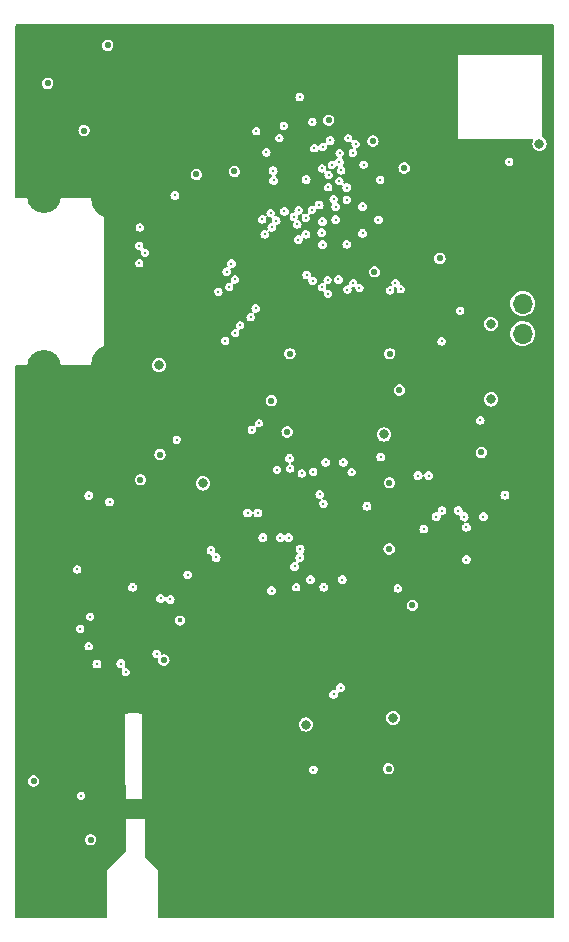
<source format=gbr>
%TF.GenerationSoftware,KiCad,Pcbnew,(6.0.4)*%
%TF.CreationDate,2023-05-16T14:10:18+09:00*%
%TF.ProjectId,RFB,5246422e-6b69-4636-9164-5f7063625858,rev?*%
%TF.SameCoordinates,Original*%
%TF.FileFunction,Copper,L5,Inr*%
%TF.FilePolarity,Positive*%
%FSLAX46Y46*%
G04 Gerber Fmt 4.6, Leading zero omitted, Abs format (unit mm)*
G04 Created by KiCad (PCBNEW (6.0.4)) date 2023-05-16 14:10:18*
%MOMM*%
%LPD*%
G01*
G04 APERTURE LIST*
%TA.AperFunction,ComponentPad*%
%ADD10C,0.970000*%
%TD*%
%TA.AperFunction,ComponentPad*%
%ADD11C,2.600000*%
%TD*%
%TA.AperFunction,ComponentPad*%
%ADD12R,1.700000X1.700000*%
%TD*%
%TA.AperFunction,ComponentPad*%
%ADD13O,1.700000X1.700000*%
%TD*%
%TA.AperFunction,ComponentPad*%
%ADD14C,0.500000*%
%TD*%
%TA.AperFunction,ComponentPad*%
%ADD15C,2.880000*%
%TD*%
%TA.AperFunction,ComponentPad*%
%ADD16C,3.990000*%
%TD*%
%TA.AperFunction,ViaPad*%
%ADD17C,0.300000*%
%TD*%
%TA.AperFunction,ViaPad*%
%ADD18C,0.550000*%
%TD*%
%TA.AperFunction,ViaPad*%
%ADD19C,0.800000*%
%TD*%
%TA.AperFunction,ViaPad*%
%ADD20C,0.400000*%
%TD*%
G04 APERTURE END LIST*
D10*
%TO.N,GND*%
%TO.C,J1*%
X72250300Y-100977200D03*
X65265300Y-100977200D03*
%TD*%
D11*
%TO.N,GND*%
%TO.C,H4*%
X68224400Y-32689800D03*
%TD*%
D12*
%TO.N,GND*%
%TO.C,J6*%
X76504800Y-59029600D03*
D13*
%TO.N,/12V*%
X76504800Y-56489600D03*
%TO.N,/Power/PWR_EN*%
X76504800Y-53949600D03*
%TD*%
D11*
%TO.N,GND*%
%TO.C,H1*%
X76784200Y-103555800D03*
%TD*%
D14*
%TO.N,GND*%
%TO.C,U7*%
X56249000Y-75196000D03*
X55249000Y-76196000D03*
X55249000Y-75196000D03*
X54249000Y-75196000D03*
X54249000Y-76196000D03*
X55249000Y-77196000D03*
X56249000Y-77196000D03*
X54249000Y-77196000D03*
X56249000Y-76196000D03*
%TD*%
%TO.N,GND*%
%TO.C,U9*%
X69650893Y-73542210D03*
X70358000Y-72835103D03*
X68943786Y-74249317D03*
X70358000Y-74249317D03*
X69650893Y-74956424D03*
X71065107Y-73542210D03*
X70358000Y-75663531D03*
X71065107Y-74956424D03*
X71772214Y-74249317D03*
%TD*%
D15*
%TO.N,GND*%
%TO.C,J4*%
X35952000Y-44804000D03*
D16*
X41912000Y-44804000D03*
D15*
X35952000Y-59304000D03*
D16*
X41912000Y-59304000D03*
%TD*%
D14*
%TO.N,GND*%
%TO.C,U8*%
X62898400Y-92342400D03*
X60898400Y-91342400D03*
X62898400Y-90342400D03*
X60898400Y-90342400D03*
X61898400Y-91342400D03*
X61898400Y-90342400D03*
X62898400Y-91342400D03*
X60898400Y-92342400D03*
X61898400Y-92342400D03*
%TD*%
D10*
%TO.N,GND*%
%TO.C,J2*%
X52743100Y-101002600D03*
X59728100Y-101002600D03*
%TD*%
D14*
%TO.N,GND*%
%TO.C,IC3*%
X60576500Y-65346500D03*
X60576500Y-64071500D03*
X61851500Y-65346500D03*
X59301500Y-65346500D03*
X60576500Y-66621500D03*
X58026500Y-65346500D03*
X58026500Y-64071500D03*
X59301500Y-66621500D03*
X61851500Y-61521500D03*
X63126500Y-64071500D03*
X60576500Y-61521500D03*
X63126500Y-66621500D03*
X60576500Y-62796500D03*
X58026500Y-61521500D03*
X63126500Y-65346500D03*
X59301500Y-64071500D03*
X63126500Y-61521500D03*
X61851500Y-62796500D03*
X59301500Y-62796500D03*
X63126500Y-62796500D03*
X61851500Y-66621500D03*
X59301500Y-61521500D03*
X58026500Y-66621500D03*
X61851500Y-64071500D03*
X58026500Y-62796500D03*
%TD*%
D11*
%TO.N,GND*%
%TO.C,H2*%
X36449000Y-65227200D03*
%TD*%
%TO.N,GND*%
%TO.C,H3*%
X35890200Y-103555800D03*
%TD*%
D14*
%TO.N,GND*%
%TO.C,U4*%
X43422800Y-83203800D03*
X43452800Y-79203800D03*
X40722800Y-80473800D03*
X41992800Y-83203800D03*
X43452800Y-80473800D03*
X41992800Y-80473800D03*
X44722800Y-81933800D03*
X43452800Y-81933800D03*
X41992800Y-81933800D03*
X44722800Y-80473800D03*
X41992800Y-79203800D03*
X40722800Y-81933800D03*
%TD*%
D10*
%TO.N,GND*%
%TO.C,J3*%
X46939200Y-101002600D03*
X39954200Y-101002600D03*
%TD*%
D14*
%TO.N,GND*%
%TO.C,IC5*%
X42451200Y-96111600D03*
X43701200Y-96111600D03*
X43701200Y-97361600D03*
X42451200Y-97361600D03*
%TD*%
D17*
%TO.N,/Power/1V0_PG*%
X71221600Y-54533800D03*
X72923400Y-63830200D03*
D18*
%TO.N,/1V8D*%
X66065400Y-61264800D03*
%TO.N,GND*%
X66802000Y-59690000D03*
D17*
%TO.N,/1V8D*%
X69646800Y-57150000D03*
%TO.N,GND*%
X48463200Y-60934601D03*
X48463200Y-60274200D03*
X48463200Y-59613800D03*
D19*
%TO.N,/3V3D*%
X45720000Y-59156600D03*
D17*
%TO.N,/1V8D*%
X47218600Y-65455800D03*
D18*
%TO.N,GND*%
X45669200Y-63855600D03*
D17*
X44983400Y-69316600D03*
X44983400Y-69977000D03*
X44983400Y-70637400D03*
X44983400Y-71297800D03*
%TO.N,/FPGA/XS_DONE*%
X64439800Y-43459400D03*
%TO.N,/FPGA/HDMI_EHPD*%
X51435000Y-51231800D03*
%TO.N,/FPGA/HDMI_SDA*%
X52146200Y-51892200D03*
%TO.N,/FPGA/HDMI_SCL*%
X51663600Y-52527200D03*
%TO.N,/FPGA/HDMI_ECEC*%
X50749200Y-52933600D03*
%TO.N,GND*%
X44450000Y-73964800D03*
%TO.N,/FPGA/XS_CSO*%
X59984940Y-51947914D03*
%TO.N,/PLL_MUXOUT*%
X58724800Y-52019200D03*
X48133000Y-76885800D03*
%TO.N,GND*%
X47599599Y-82169000D03*
%TO.N,Net-(R58-Pad1)*%
X60020200Y-53111400D03*
%TO.N,Net-(R61-Pad1)*%
X59512200Y-52552600D03*
%TO.N,GND*%
X60579000Y-70764400D03*
X61036200Y-70256400D03*
X60203563Y-71393392D03*
X59537599Y-71755000D03*
X58216800Y-71755000D03*
X58877199Y-71755000D03*
X56845200Y-71755000D03*
X57556400Y-71729600D03*
X56210200Y-71374000D03*
X54787800Y-70713600D03*
X52146199Y-70713600D03*
X51485800Y-70713600D03*
X52806600Y-70713600D03*
X56108600Y-70713600D03*
X44246800Y-73253600D03*
X43586400Y-73253600D03*
X42925999Y-73304400D03*
X47066200Y-98044000D03*
X47066201Y-98704400D03*
X47066201Y-96723200D03*
X47066200Y-96062800D03*
X47066200Y-97383600D03*
X47066200Y-95402400D03*
X46405800Y-96723200D03*
X45745400Y-96723200D03*
X45745400Y-94742000D03*
X46405800Y-94742000D03*
X45745400Y-98044001D03*
X46405800Y-98044000D03*
X45745400Y-96062800D03*
X46405800Y-96062800D03*
X45745400Y-97383600D03*
X46405800Y-97383600D03*
X46405800Y-95402400D03*
X45745400Y-95402399D03*
X46405800Y-98704400D03*
X45745400Y-98704400D03*
X47066201Y-94742000D03*
X71247000Y-44729400D03*
X71907400Y-44729400D03*
X71907400Y-45389800D03*
%TO.N,/FPGA/XS_TCK*%
X58699400Y-38557200D03*
%TO.N,/FPGA/XS_TDI*%
X55905400Y-39928800D03*
%TO.N,/FPGA/XS_TMS*%
X53949600Y-39344600D03*
%TO.N,/FPGA/XS_TDO*%
X56286400Y-38887400D03*
%TO.N,/FPGA/XS_INITB*%
X54813200Y-41148000D03*
%TO.N,GND*%
X44246800Y-38252400D03*
X44246800Y-37592001D03*
X44246800Y-36931600D03*
X43586400Y-38252400D03*
X43586400Y-36271200D03*
X43586400Y-37592000D03*
X43586400Y-36931600D03*
X44246800Y-36271200D03*
X43586400Y-30937199D03*
X44246800Y-30937200D03*
X43586400Y-32918399D03*
X43586400Y-33578800D03*
X44246800Y-34239200D03*
X44246800Y-32918400D03*
X44246800Y-33578800D03*
X43586400Y-34239200D03*
X69595999Y-68021200D03*
X70256400Y-68021200D03*
X70942201Y-68021200D03*
X71602601Y-68021200D03*
X49530000Y-66116200D03*
X49530000Y-65455800D03*
X49530000Y-64795400D03*
X49530000Y-64135000D03*
X49530000Y-63474600D03*
X48463200Y-58953400D03*
X48463200Y-58293000D03*
X48463200Y-57632600D03*
X49530000Y-60680600D03*
X49530000Y-60020200D03*
X49530000Y-59359800D03*
X49530000Y-58699400D03*
X49530000Y-58039000D03*
X49530000Y-57378600D03*
X49530000Y-56718200D03*
X73990201Y-48945800D03*
X73329800Y-48945800D03*
X40436800Y-76225400D03*
X40538400Y-75488800D03*
X41198800Y-75260200D03*
X41859200Y-75260200D03*
X45415200Y-86233000D03*
X42824400Y-85801200D03*
X46939200Y-84556600D03*
X46939200Y-83896200D03*
X47371000Y-79756001D03*
X47365147Y-78429347D03*
X46898173Y-77962373D03*
X46431200Y-77495400D03*
X45641400Y-76911200D03*
X43053000Y-76911200D03*
X43053000Y-76250800D03*
X43053000Y-75590400D03*
X43053000Y-74930000D03*
X45415200Y-76250800D03*
X45415200Y-75590400D03*
X45415200Y-74930000D03*
X63601600Y-75031600D03*
X63601600Y-74091800D03*
X63601600Y-73152000D03*
X72263000Y-49657000D03*
X72669400Y-48945800D03*
X72034400Y-40589200D03*
X69215000Y-39954200D03*
X68884800Y-39344600D03*
X35941000Y-79756000D03*
X54356000Y-49834800D03*
X52451000Y-48539400D03*
X51816000Y-47396400D03*
X52451000Y-45847000D03*
X53517800Y-45847000D03*
X55067200Y-44704000D03*
X52781200Y-44704000D03*
X49164627Y-46796573D03*
X50688627Y-45272573D03*
X51155600Y-44805600D03*
X47990373Y-47970827D03*
X47523400Y-48437800D03*
X48885227Y-55686573D03*
X47484307Y-57087493D03*
X49819173Y-54752627D03*
X48418253Y-56153547D03*
X49352200Y-55219600D03*
X47951280Y-56620520D03*
X50286147Y-54285653D03*
X47942500Y-53022500D03*
X50876200Y-47802800D03*
X55565427Y-88864827D03*
X55098453Y-88397853D03*
X56032400Y-89331800D03*
X54631480Y-87930880D03*
X67249427Y-89824173D03*
X69117320Y-87956280D03*
X68183373Y-88890227D03*
X66782453Y-90291147D03*
X67716400Y-89357200D03*
X68650347Y-88423253D03*
X57251600Y-91998800D03*
X56591201Y-91998800D03*
X69935973Y-90541227D03*
X69002027Y-91475173D03*
X70402947Y-90074253D03*
X69469000Y-91008200D03*
X70869920Y-89607280D03*
X68535053Y-91942147D03*
X53863627Y-90566627D03*
X52462707Y-89165707D03*
X54797573Y-91500573D03*
X53396653Y-90099653D03*
X54330600Y-91033600D03*
X52929680Y-89632680D03*
X55264547Y-91967547D03*
X42062400Y-91897200D03*
X42062400Y-89255600D03*
X42062400Y-90576400D03*
X42062400Y-92557601D03*
X42062400Y-91236800D03*
X42062400Y-93218000D03*
X42062400Y-89915999D03*
X45085000Y-91770200D03*
X45085000Y-89789000D03*
X45085000Y-94411800D03*
X45085000Y-93091000D03*
X45085000Y-91109799D03*
X45085000Y-92430600D03*
X45085000Y-90449400D03*
X45085000Y-93751401D03*
X44297600Y-97028000D03*
X45085000Y-96723200D03*
X45085000Y-96062800D03*
X45085000Y-95402400D03*
X44450000Y-96393000D03*
X44424600Y-95732600D03*
X41402000Y-95554800D03*
X41401999Y-96215200D03*
X43383200Y-96723200D03*
X41401999Y-97536000D03*
X44704000Y-97536000D03*
X73710800Y-103835200D03*
X73050400Y-103835200D03*
X71729600Y-103835200D03*
X72389999Y-103835200D03*
X73710800Y-101854000D03*
X72389999Y-101854000D03*
X71729600Y-101854000D03*
X73050400Y-101854000D03*
X73710800Y-105156000D03*
X71729600Y-105156000D03*
X72389999Y-105156000D03*
X73050400Y-105156000D03*
X73710800Y-103174800D03*
X72389999Y-103174800D03*
X71729600Y-103174800D03*
X73050400Y-103174800D03*
X71729600Y-104495600D03*
X73050400Y-104495600D03*
X73710800Y-104495600D03*
X72389999Y-104495600D03*
X73050400Y-102514400D03*
X73710800Y-102514400D03*
X71729600Y-102514400D03*
X72389999Y-102514400D03*
X73710800Y-105816400D03*
X72389999Y-105816400D03*
X73050400Y-105816400D03*
X71729600Y-105816400D03*
X65786000Y-103835200D03*
X65125600Y-103835200D03*
X63804800Y-103835200D03*
X64465199Y-103835200D03*
X65786000Y-101854000D03*
X64465199Y-101854000D03*
X63804800Y-101854000D03*
X65125600Y-101854000D03*
X65786000Y-105156000D03*
X63804800Y-105156000D03*
X64465199Y-105156000D03*
X65125600Y-105156000D03*
X65786000Y-103174800D03*
X64465199Y-103174800D03*
X63804800Y-103174800D03*
X65125600Y-103174800D03*
X63804800Y-104495600D03*
X65125600Y-104495600D03*
X65786000Y-104495600D03*
X64465199Y-104495600D03*
X65125600Y-102514400D03*
X65786000Y-102514400D03*
X63804800Y-102514400D03*
X64465199Y-102514400D03*
X65786000Y-105816400D03*
X64465199Y-105816400D03*
X65125600Y-105816400D03*
X63804800Y-105816400D03*
X61188600Y-103860600D03*
X60528200Y-103860600D03*
X59207400Y-103860600D03*
X59867799Y-103860600D03*
X61188600Y-101879400D03*
X59867799Y-101879400D03*
X59207400Y-101879400D03*
X60528200Y-101879400D03*
X61188600Y-105181400D03*
X59207400Y-105181400D03*
X59867799Y-105181400D03*
X60528200Y-105181400D03*
X61188600Y-103200200D03*
X59867799Y-103200200D03*
X59207400Y-103200200D03*
X60528200Y-103200200D03*
X59207400Y-104521000D03*
X60528200Y-104521000D03*
X61188600Y-104521000D03*
X59867799Y-104521000D03*
X60528200Y-102539800D03*
X61188600Y-102539800D03*
X59207400Y-102539800D03*
X59867799Y-102539800D03*
X61188600Y-105841800D03*
X59867799Y-105841800D03*
X60528200Y-105841800D03*
X59207400Y-105841800D03*
X53263800Y-105181400D03*
X53263800Y-105841800D03*
X53263800Y-103860600D03*
X53263800Y-103200200D03*
X53263800Y-104521000D03*
X53263800Y-102539800D03*
X52603400Y-103860600D03*
X51282599Y-103860600D03*
X51943000Y-103860600D03*
X51282599Y-101879400D03*
X51943000Y-101879400D03*
X52603400Y-101879400D03*
X51943000Y-105181400D03*
X52603400Y-105181400D03*
X51282599Y-105181400D03*
X51282599Y-103200200D03*
X51943000Y-103200200D03*
X52603400Y-103200200D03*
X51943000Y-104521000D03*
X52603400Y-104521000D03*
X51282599Y-104521000D03*
X52603400Y-102539800D03*
X51943000Y-102539800D03*
X51282599Y-102539800D03*
X52603400Y-105841800D03*
X51282599Y-105841800D03*
X51943000Y-105841800D03*
X53263800Y-101879400D03*
D18*
X41046400Y-66852800D03*
X40055800Y-67767200D03*
X41046400Y-67767200D03*
X68935600Y-43840400D03*
D17*
%TO.N,/Power/PWR_EN*%
X75361800Y-41935400D03*
%TO.N,GND*%
X50749200Y-53797200D03*
X53035200Y-54203600D03*
D18*
X56337200Y-59410600D03*
X50723800Y-43535600D03*
X56057800Y-36271200D03*
X70383400Y-48615600D03*
X75133200Y-51181000D03*
X78054200Y-44907200D03*
X76708000Y-43154600D03*
D17*
X42722800Y-94538800D03*
X44424600Y-95732600D03*
X44424600Y-95072200D03*
X44424600Y-94411800D03*
X44424600Y-93751400D03*
D18*
X47167800Y-45694600D03*
X48344900Y-45736700D03*
X48094901Y-44488099D03*
D17*
X61645800Y-94615000D03*
X61645800Y-93929200D03*
X62814200Y-95656400D03*
X62347227Y-95189427D03*
X60477400Y-95631000D03*
X60934600Y-95148400D03*
X63550800Y-94919800D03*
X63083827Y-94452827D03*
X59715400Y-94894400D03*
X60182373Y-94427427D03*
X62607080Y-96389080D03*
X63074053Y-96856053D03*
X64008000Y-97790000D03*
X63541027Y-97323027D03*
X64283480Y-94738080D03*
X64750453Y-95205053D03*
X65684400Y-96139000D03*
X65217427Y-95672027D03*
X60633720Y-96363680D03*
X60166747Y-96830653D03*
X59232800Y-97764600D03*
X59699773Y-97297627D03*
X58982720Y-94687280D03*
X58515747Y-95154253D03*
X57581800Y-96088200D03*
X58048773Y-95621227D03*
X38252400Y-73228200D03*
X44907200Y-73279000D03*
X58547000Y-103200200D03*
X44704000Y-97536000D03*
X71069200Y-103174800D03*
X39827200Y-102539800D03*
X59203480Y-84425680D03*
X57999907Y-84695307D03*
X64973200Y-44018200D03*
X39166800Y-102539800D03*
X45745400Y-105841800D03*
X53924200Y-104521000D03*
X45745400Y-103200200D03*
X69177893Y-98921293D03*
X45745400Y-101879400D03*
X57470469Y-50618837D03*
D18*
X75234800Y-49250600D03*
D17*
X41300400Y-93395800D03*
X50241199Y-82169000D03*
X58039000Y-99593400D03*
X39166800Y-103860600D03*
D18*
X39903400Y-98374200D03*
D17*
X46939199Y-83235800D03*
X48387000Y-101879400D03*
X41275000Y-48539400D03*
X57327800Y-52959000D03*
D18*
X36042600Y-96494600D03*
D17*
X41148000Y-102539800D03*
X57638453Y-100920053D03*
X38506400Y-101879400D03*
X53924200Y-103200200D03*
D18*
X65582800Y-77165200D03*
D17*
X51562000Y-82169000D03*
X39166800Y-103200200D03*
X64871600Y-31165800D03*
D18*
X57594639Y-97706078D03*
D17*
X44475400Y-53848000D03*
X63728600Y-46253400D03*
D18*
X43586400Y-74015600D03*
D17*
X47726600Y-105181400D03*
X58547000Y-102539800D03*
X47066200Y-103200200D03*
X60045600Y-87782400D03*
X62750859Y-42859895D03*
X56005229Y-97763871D03*
D18*
X66548000Y-96875600D03*
D17*
X60452000Y-53721000D03*
X46278799Y-83235800D03*
X44704000Y-98196400D03*
X45745400Y-105181400D03*
X50241199Y-83235800D03*
X41275000Y-53060600D03*
X69644867Y-99388267D03*
X56680206Y-48068444D03*
D18*
X38887400Y-87172800D03*
D17*
X48260000Y-82169000D03*
X70135253Y-100894653D03*
X60128625Y-41243449D03*
X59867800Y-86563200D03*
X48387000Y-103860600D03*
X58547000Y-105181400D03*
X70602227Y-101361627D03*
X57335587Y-82557787D03*
X47726600Y-102539800D03*
X54787800Y-82169000D03*
X39166800Y-105181400D03*
X61036200Y-88696800D03*
X40487600Y-103200201D03*
X46736000Y-53848000D03*
X48768000Y-70764400D03*
X62534800Y-86690200D03*
X41148000Y-103200200D03*
X40487600Y-105181401D03*
X55661173Y-99050227D03*
X37388800Y-79756000D03*
X39166800Y-105841800D03*
X41148000Y-105181400D03*
X41275000Y-51562000D03*
X53924200Y-105181400D03*
D18*
X59156600Y-92354400D03*
X64846200Y-90449400D03*
X66624200Y-88138000D03*
D17*
X46736000Y-50596800D03*
X40487600Y-101879400D03*
X41148000Y-101879400D03*
X40487600Y-103860600D03*
X47066201Y-101879400D03*
X48387000Y-102539800D03*
D18*
X67538600Y-94107000D03*
D17*
X66446400Y-105156000D03*
X55499000Y-48615600D03*
X41275000Y-54559200D03*
X44780200Y-50927000D03*
X52222400Y-83235800D03*
X56128147Y-98583253D03*
X39827200Y-105841800D03*
X40678100Y-95669100D03*
X46405800Y-105181400D03*
X47066200Y-102539800D03*
X53924200Y-101879400D03*
D18*
X56692800Y-96799400D03*
D17*
X47726600Y-104521000D03*
X71069200Y-101854000D03*
D18*
X60350400Y-48107600D03*
D17*
X46075600Y-85826600D03*
X46405800Y-101879400D03*
D18*
X57683400Y-94107000D03*
D17*
X58736507Y-83958707D03*
X41148000Y-105841800D03*
X40487600Y-105841800D03*
X46405800Y-103860600D03*
X46990000Y-74955400D03*
X42107347Y-100869253D03*
D18*
X67030600Y-38582600D03*
X74701400Y-43154600D03*
D17*
X47599600Y-83235800D03*
X47726600Y-103860600D03*
X68710920Y-98454320D03*
X39166800Y-101879400D03*
D18*
X66827400Y-48539400D03*
D17*
X66913373Y-101336227D03*
X46405800Y-102539800D03*
X42722800Y-91236800D03*
X40055800Y-71475600D03*
D18*
X61772800Y-83667600D03*
X66344800Y-76428600D03*
D19*
X57226200Y-88442800D03*
D17*
X46405800Y-105841800D03*
X38506400Y-104521000D03*
X53924200Y-103860600D03*
D19*
X68732400Y-41097200D03*
D17*
X55194200Y-99644200D03*
X44424600Y-93091000D03*
X59690000Y-87223600D03*
X58191400Y-41325800D03*
X67122427Y-99812227D03*
X67310000Y-97053400D03*
D18*
X42961400Y-88453200D03*
D17*
X62001400Y-86233000D03*
X56598987Y-83294387D03*
D18*
X65506600Y-67487800D03*
D17*
X71069200Y-102514400D03*
X58547000Y-104521000D03*
X44424600Y-92430600D03*
X44704000Y-99517200D03*
D18*
X47447200Y-46812200D03*
D17*
X57505600Y-100152200D03*
X60528200Y-88239600D03*
D18*
X41783000Y-86080600D03*
D17*
X42722800Y-93218000D03*
D18*
X58496200Y-98602800D03*
X64744600Y-98653600D03*
D17*
X39827200Y-105181400D03*
X58547000Y-101879400D03*
X44424600Y-91109800D03*
X59842400Y-49784000D03*
X71069200Y-105156000D03*
D18*
X65643742Y-97764600D03*
D17*
X45745400Y-102539800D03*
X41640373Y-101336227D03*
X42722800Y-91897201D03*
X53924200Y-105841800D03*
D18*
X65709800Y-75844400D03*
D19*
X49580800Y-46050200D03*
D17*
X40487600Y-104521000D03*
X55651400Y-31165800D03*
X66655453Y-99345253D03*
X63779400Y-47421865D03*
X62433200Y-45008800D03*
X47066200Y-104521000D03*
X67776973Y-97520373D03*
X42722800Y-89916000D03*
X46939199Y-82169000D03*
X39827200Y-104521000D03*
X64995923Y-48564800D03*
X45745400Y-104521000D03*
D18*
X64541400Y-38201600D03*
D17*
X51562000Y-83235800D03*
X64871600Y-32893000D03*
X57065960Y-83761360D03*
X57327800Y-56972200D03*
X48920401Y-82169000D03*
X55270399Y-83235800D03*
D18*
X45501400Y-88453200D03*
D17*
X40106600Y-76885800D03*
D18*
X64643000Y-76174600D03*
D17*
X55930800Y-83235800D03*
X45694600Y-86842600D03*
X44424600Y-91770200D03*
X55194200Y-100304600D03*
X44704000Y-100177600D03*
D18*
X74701400Y-44881800D03*
D17*
X43510200Y-67894200D03*
X48387000Y-104521000D03*
X69799200Y-100330000D03*
X38506400Y-103860600D03*
X56794400Y-82169000D03*
X48387000Y-105841800D03*
X55930800Y-45542200D03*
X58547000Y-103860600D03*
X54610000Y-83235800D03*
X58466880Y-85162280D03*
X66446400Y-103835200D03*
X42574320Y-100402280D03*
X62788800Y-87350599D03*
X67589400Y-100279200D03*
X68859400Y-47403905D03*
D18*
X63830200Y-87909400D03*
D17*
X66446400Y-105816400D03*
X66446400Y-103174800D03*
X36499800Y-82626200D03*
X59334400Y-44009368D03*
X39827200Y-103860600D03*
X38176200Y-89306400D03*
X43484800Y-87122000D03*
X48920401Y-83235800D03*
X59670453Y-84892653D03*
X38404800Y-77952600D03*
X57532933Y-84228333D03*
X66192400Y-98882200D03*
X42722800Y-92557600D03*
X38506400Y-105181400D03*
D18*
X68554600Y-37058600D03*
D17*
X71069200Y-105816400D03*
X48793400Y-72313800D03*
D18*
X67106800Y-54508400D03*
D17*
X55651400Y-32893000D03*
X42722800Y-90576400D03*
D18*
X38506400Y-71501000D03*
D17*
X66342962Y-46847129D03*
X66446400Y-101854000D03*
X47726600Y-103200200D03*
X45247173Y-101304973D03*
X38506400Y-103200200D03*
D19*
X71619999Y-60714001D03*
D17*
X46405800Y-104521000D03*
X62391649Y-48535417D03*
X68243947Y-97987347D03*
D18*
X37973000Y-96977200D03*
D17*
X42722800Y-93878400D03*
X47726600Y-101879400D03*
X55448199Y-82169000D03*
X48260000Y-83235800D03*
D18*
X46659800Y-86614000D03*
D17*
X61315600Y-46355000D03*
X59400827Y-86096227D03*
X60137427Y-85359627D03*
X41148000Y-103860600D03*
X39166800Y-104521000D03*
X47726600Y-105841800D03*
X60553600Y-51079400D03*
X71069200Y-103835200D03*
D18*
X76708000Y-44881800D03*
D17*
X39827200Y-103200200D03*
X47066200Y-103860600D03*
X44424600Y-90449400D03*
X41402000Y-94894400D03*
X44780200Y-100838000D03*
D18*
X47117000Y-63703200D03*
D17*
X62484000Y-87985600D03*
D18*
X57026400Y-86406800D03*
D17*
X61036200Y-55473600D03*
X38506400Y-105841800D03*
X66446400Y-102514400D03*
X58105427Y-101387027D03*
X47066200Y-105181400D03*
X41859200Y-98704400D03*
X52222400Y-82169000D03*
X46939200Y-83235800D03*
X40487600Y-102539800D03*
X47066200Y-105841800D03*
X40019801Y-78953799D03*
X63804800Y-55854600D03*
X44704000Y-98856800D03*
X54858147Y-100894653D03*
X48387000Y-105181400D03*
D18*
X44231400Y-88453200D03*
D17*
X61499253Y-85781653D03*
D18*
X76682600Y-47752000D03*
D17*
X63322200Y-50393600D03*
X56108600Y-82169000D03*
X57802560Y-83024760D03*
X62661800Y-88671400D03*
X58933853Y-85629253D03*
X44424600Y-89789000D03*
X44983400Y-87122000D03*
X54391173Y-101361627D03*
X66446400Y-104495600D03*
D18*
X64490600Y-92329000D03*
D17*
X39827199Y-101879400D03*
X38506400Y-102539800D03*
X58547000Y-105841800D03*
X42722800Y-89255599D03*
X46405800Y-103200200D03*
X41148000Y-104521000D03*
X45745400Y-103860600D03*
X58601981Y-47475747D03*
X60128625Y-46308314D03*
X63804800Y-54254400D03*
X41275000Y-56057800D03*
X58637902Y-48768904D03*
X50901599Y-83235800D03*
X50901599Y-82169000D03*
X60604400Y-85826600D03*
X58269533Y-83491733D03*
X53924200Y-102539800D03*
X48387000Y-103200200D03*
X71069200Y-104495600D03*
D18*
%TO.N,/3V3D*%
X52095400Y-42748200D03*
X63830200Y-40182800D03*
D17*
X60985400Y-41960800D03*
X56337200Y-46126400D03*
X58166000Y-43434000D03*
D18*
X39370000Y-39293800D03*
D17*
%TO.N,/FPGA/HDMI_CEC*%
X51333400Y-57099200D03*
X55168800Y-46304200D03*
%TO.N,/FPGA/XS_INITB*%
X57429400Y-47244000D03*
%TO.N,/FPGA/XS_TMS*%
X58140600Y-46685200D03*
%TO.N,/FPGA/XS_TDI*%
X57120106Y-46587464D03*
%TO.N,/FPGA/XS_TDO*%
X57531000Y-46050200D03*
%TO.N,/FPGA/XS_TCK*%
X60985400Y-43561000D03*
%TO.N,Net-(Q1-Pad3)*%
X39116000Y-95605600D03*
%TO.N,Net-(IC1-Pad6)*%
X41529000Y-70739000D03*
%TO.N,Net-(IC1-Pad1)*%
X39776400Y-70205600D03*
%TO.N,/FPGA_REFCLKN*%
X55372000Y-42697400D03*
%TO.N,/FPGA_REFCLKP*%
X55422800Y-43510200D03*
%TO.N,/PLL_CE*%
X38785800Y-76454000D03*
%TO.N,Net-(C32-Pad1)*%
X46659800Y-78994000D03*
%TO.N,/SPI_SCK*%
X56819800Y-67894200D03*
X50114200Y-74828400D03*
X54178200Y-64058800D03*
%TO.N,/PLL_RFMXN*%
X60494697Y-87020400D03*
%TO.N,/PLL_RFMXP*%
X61087000Y-86458738D03*
%TO.N,Net-(R55-Pad1)*%
X45516800Y-83591400D03*
%TO.N,/SPI_CS_PLL*%
X42900600Y-85140800D03*
%TO.N,/PLL_RAMPCLK*%
X40462200Y-84455000D03*
%TO.N,/PLL_RAMPDIR*%
X39751000Y-82956400D03*
%TO.N,Net-(C30-Pad2)*%
X39039800Y-81457800D03*
%TO.N,/PLL_3V3A*%
X43484800Y-77952600D03*
X42494200Y-84429600D03*
D18*
X46126400Y-84124800D03*
D17*
X45847000Y-78892400D03*
X39878000Y-80441800D03*
D20*
X47472600Y-80772000D03*
D17*
%TO.N,/IF_VCM*%
X61221400Y-77313600D03*
X71543394Y-71986292D03*
X54515800Y-73757600D03*
X75006200Y-70154800D03*
X73177400Y-71983600D03*
X57640000Y-75459400D03*
X58529000Y-77313600D03*
X63322200Y-71094600D03*
X68130897Y-73028002D03*
%TO.N,/ADC/ADC_INBN*%
X67640200Y-68503800D03*
X69675501Y-71483398D03*
%TO.N,/ADC/ADC_INBP*%
X68554600Y-68503800D03*
X71040500Y-71483398D03*
%TO.N,/ADC/ADC_INAP*%
X53220400Y-71674800D03*
X56700200Y-73757600D03*
%TO.N,/ADC/ADC_INAN*%
X54084000Y-71674800D03*
X57665400Y-74722800D03*
%TO.N,/FPGA/HyperBus0_Reset*%
X61722000Y-39928800D03*
%TO.N,/FPGA/HyperBus0_CS*%
X62357000Y-40436800D03*
%TO.N,/FPGA/HyperBus0_RWDS*%
X61010800Y-41198800D03*
%TO.N,/FPGA/HyperBus0_DQ4*%
X58851800Y-40792400D03*
%TO.N,/FPGA/HyperBus0_DQ3*%
X59588400Y-40690800D03*
%TO.N,/FPGA/HyperBus0_DQ2*%
X60198000Y-40132000D03*
%TO.N,/FPGA/HyperBus0_DQ1*%
X61137800Y-42672000D03*
%TO.N,/FPGA/HyperBus0_CkN*%
X63042800Y-42189400D03*
%TO.N,/FPGA/HyperBus0_DQ5*%
X59512200Y-42494200D03*
%TO.N,/FPGA/HyperBus0_DQ0*%
X60350400Y-42214800D03*
%TO.N,/FPGA/HyperBus0_CkP*%
X62128400Y-41173400D03*
%TO.N,/FPGA/HyperBus0_DQ7*%
X60045600Y-44094400D03*
%TO.N,/FPGA/HyperBus0_DQ6*%
X60071000Y-43053000D03*
%TO.N,/FPGA/XS_CCLK*%
X65735200Y-52197000D03*
X61620400Y-45161200D03*
%TO.N,/FPGA/XS_DONE*%
X60502800Y-45085000D03*
%TO.N,/FPGA/XS_MOSI*%
X66192400Y-52730400D03*
%TO.N,/FPGA/XS_DIN*%
X65278000Y-52832000D03*
%TO.N,/FPGA/XS_PROGRAMB*%
X58655863Y-46020945D03*
%TO.N,/SPI_CS_ADC*%
X62153800Y-52197000D03*
X58775600Y-68173600D03*
%TO.N,/FPGA/HDMI_IICSDA*%
X52578000Y-55778400D03*
X55651400Y-46913800D03*
%TO.N,/FPGA/HDMI_IICSCL*%
X52171600Y-56438800D03*
X54457600Y-46812200D03*
%TO.N,/ADC_RESET*%
X62687200Y-52628800D03*
X62026800Y-68199000D03*
%TO.N,Net-(R12-Pad2)*%
X69172606Y-71986292D03*
%TO.N,Net-(C57-Pad2)*%
X59664600Y-77952600D03*
X57327800Y-77952600D03*
%TO.N,Net-(R23-Pad2)*%
X55989000Y-73757600D03*
%TO.N,/ADC/CLKP*%
X59639200Y-70891400D03*
%TO.N,/ADC/CLKN*%
X59309000Y-70104000D03*
%TO.N,/1V8D*%
X58152968Y-48068444D03*
X59563000Y-48945800D03*
D18*
X55219600Y-62153800D03*
D17*
%TO.N,/ADC_1V8A*%
X64490600Y-66929000D03*
D18*
X56565100Y-64821500D03*
D19*
X64770000Y-65024000D03*
D17*
X59826500Y-67386200D03*
X56769000Y-67030600D03*
X61315600Y-67386200D03*
D19*
%TO.N,/MIX_5VA*%
X58140600Y-89585800D03*
X65548200Y-89010800D03*
D17*
X58775600Y-93421200D03*
D18*
X65151000Y-93319600D03*
D17*
%TO.N,/IFF_3V3A*%
X71729600Y-75615800D03*
X57208200Y-76196000D03*
X55245000Y-78257400D03*
D18*
X65201800Y-74726800D03*
D17*
X71729600Y-72872600D03*
D18*
%TO.N,/PA_8VA*%
X39934000Y-99334200D03*
D17*
%TO.N,/FPGA/HDMI_HPD*%
X53467000Y-55092600D03*
X55245000Y-47498000D03*
%TO.N,/FPGA/HDMI_SCL*%
X44526200Y-49631600D03*
%TO.N,/FPGA/HDMI_SDA*%
X44043600Y-49047400D03*
%TO.N,/FPGA/HDMI_LSOE*%
X53898800Y-54356000D03*
X54660800Y-48082200D03*
D18*
%TO.N,/12V*%
X41376600Y-32080200D03*
X35102800Y-94361000D03*
X48869600Y-43002200D03*
X67157600Y-79476600D03*
D17*
%TO.N,/1V0*%
X62948425Y-45715617D03*
X60685400Y-46829168D03*
X61619347Y-48912588D03*
D18*
X69494400Y-50114200D03*
D17*
X59500007Y-47942720D03*
X59553888Y-46990813D03*
X60685400Y-45751538D03*
X62948425Y-47978641D03*
X64287400Y-46847129D03*
%TO.N,/5VD*%
X51841400Y-50571400D03*
%TO.N,/2V5D*%
X61620400Y-44119800D03*
D18*
%TO.N,/3V3D*%
X44145200Y-68859400D03*
D17*
%TO.N,/2V5D*%
X58224810Y-51516862D03*
X59266520Y-45589893D03*
D18*
X56794400Y-58191400D03*
X66471800Y-42468800D03*
D17*
X60900927Y-51894033D03*
X57632600Y-36449000D03*
D18*
X60083700Y-38417500D03*
X63957200Y-51257200D03*
D17*
X57506390Y-48535417D03*
D18*
X65252600Y-58191400D03*
D19*
%TO.N,Net-(D1-Pad1)*%
X77927200Y-40411400D03*
D17*
%TO.N,/FPGA/HDMI_ECEC*%
X44043600Y-50520600D03*
%TO.N,/FPGA/HDMI_EHPD*%
X44094400Y-47498000D03*
D19*
%TO.N,/3V6*%
X73812400Y-55651400D03*
X73837800Y-62052200D03*
D18*
X72999600Y-66548000D03*
D17*
X47066200Y-44780200D03*
D18*
X45796200Y-66725800D03*
X65227200Y-69113400D03*
X36296600Y-35306000D03*
D19*
X49428400Y-69164200D03*
D17*
X65938400Y-78054200D03*
%TO.N,/SPI_MOSI*%
X53568600Y-64617600D03*
X57810400Y-68326000D03*
X50546000Y-75438000D03*
%TO.N,/SPI_MISO*%
X61671200Y-52755800D03*
X55702200Y-68021200D03*
%TD*%
%TA.AperFunction,Conductor*%
%TO.N,GND*%
G36*
X79133691Y-30318407D02*
G01*
X79169655Y-30367907D01*
X79174500Y-30398500D01*
X79174500Y-105847100D01*
X79155593Y-105905291D01*
X79106093Y-105941255D01*
X79075500Y-105946100D01*
X45692000Y-105946100D01*
X45633809Y-105927193D01*
X45597845Y-105877693D01*
X45593000Y-105847100D01*
X45593000Y-101879400D01*
X44580596Y-100866996D01*
X44552819Y-100812479D01*
X44551600Y-100796992D01*
X44551600Y-97614000D01*
X43942000Y-97612200D01*
X42951400Y-97612200D01*
X42951400Y-100187392D01*
X42932493Y-100245583D01*
X42922404Y-100257396D01*
X41300400Y-101879400D01*
X41300400Y-105847100D01*
X41281493Y-105905291D01*
X41231993Y-105941255D01*
X41201400Y-105946100D01*
X33649700Y-105946100D01*
X33591509Y-105927193D01*
X33555545Y-105877693D01*
X33550700Y-105847100D01*
X33550700Y-99328331D01*
X39453646Y-99328331D01*
X39471306Y-99463386D01*
X39474146Y-99469840D01*
X39474147Y-99469844D01*
X39523321Y-99581600D01*
X39526162Y-99588056D01*
X39569983Y-99640188D01*
X39609265Y-99686920D01*
X39609268Y-99686922D01*
X39613804Y-99692319D01*
X39619675Y-99696227D01*
X39619676Y-99696228D01*
X39636616Y-99707504D01*
X39727187Y-99767793D01*
X39733914Y-99769895D01*
X39733917Y-99769896D01*
X39850463Y-99806307D01*
X39850464Y-99806307D01*
X39857195Y-99808410D01*
X39927288Y-99809695D01*
X39986324Y-99810777D01*
X39986326Y-99810777D01*
X39993377Y-99810906D01*
X40000180Y-99809051D01*
X40000182Y-99809051D01*
X40072410Y-99789359D01*
X40124786Y-99775080D01*
X40240858Y-99703812D01*
X40332261Y-99602831D01*
X40391649Y-99480254D01*
X40393401Y-99469844D01*
X40413613Y-99349706D01*
X40413613Y-99349705D01*
X40414247Y-99345937D01*
X40414390Y-99334200D01*
X40413550Y-99328331D01*
X40396081Y-99206355D01*
X40395081Y-99199371D01*
X40338706Y-99075380D01*
X40249796Y-98972196D01*
X40135501Y-98898113D01*
X40005006Y-98859087D01*
X39924455Y-98858595D01*
X39875855Y-98858298D01*
X39875854Y-98858298D01*
X39868804Y-98858255D01*
X39862027Y-98860192D01*
X39862026Y-98860192D01*
X39744622Y-98893746D01*
X39744620Y-98893747D01*
X39737842Y-98895684D01*
X39622650Y-98968365D01*
X39532487Y-99070455D01*
X39474601Y-99193748D01*
X39453646Y-99328331D01*
X33550700Y-99328331D01*
X33550700Y-95605600D01*
X38761131Y-95605600D01*
X38778500Y-95715261D01*
X38828905Y-95814187D01*
X38907413Y-95892695D01*
X38914350Y-95896230D01*
X38914352Y-95896231D01*
X38999399Y-95939564D01*
X39006339Y-95943100D01*
X39014033Y-95944319D01*
X39014034Y-95944319D01*
X39108304Y-95959250D01*
X39116000Y-95960469D01*
X39123696Y-95959250D01*
X39217966Y-95944319D01*
X39217967Y-95944319D01*
X39225661Y-95943100D01*
X39232601Y-95939564D01*
X39317648Y-95896231D01*
X39317650Y-95896230D01*
X39324587Y-95892695D01*
X39403095Y-95814187D01*
X39453500Y-95715261D01*
X39470869Y-95605600D01*
X39453500Y-95495939D01*
X39403095Y-95397013D01*
X39324587Y-95318505D01*
X39317650Y-95314970D01*
X39317648Y-95314969D01*
X39232601Y-95271636D01*
X39225661Y-95268100D01*
X39217967Y-95266881D01*
X39217966Y-95266881D01*
X39123696Y-95251950D01*
X39116000Y-95250731D01*
X39108304Y-95251950D01*
X39014034Y-95266881D01*
X39014033Y-95266881D01*
X39006339Y-95268100D01*
X38999399Y-95271636D01*
X38914352Y-95314969D01*
X38914350Y-95314970D01*
X38907413Y-95318505D01*
X38828905Y-95397013D01*
X38778500Y-95495939D01*
X38761131Y-95605600D01*
X33550700Y-95605600D01*
X33550700Y-94355131D01*
X34622446Y-94355131D01*
X34640106Y-94490186D01*
X34642946Y-94496640D01*
X34642947Y-94496644D01*
X34692121Y-94608400D01*
X34694962Y-94614856D01*
X34731076Y-94657819D01*
X34778065Y-94713720D01*
X34778068Y-94713722D01*
X34782604Y-94719119D01*
X34788475Y-94723027D01*
X34788476Y-94723028D01*
X34805416Y-94734304D01*
X34895987Y-94794593D01*
X34902714Y-94796695D01*
X34902717Y-94796696D01*
X35019263Y-94833107D01*
X35019264Y-94833107D01*
X35025995Y-94835210D01*
X35096088Y-94836495D01*
X35155124Y-94837577D01*
X35155126Y-94837577D01*
X35162177Y-94837706D01*
X35168980Y-94835851D01*
X35168982Y-94835851D01*
X35241210Y-94816159D01*
X35293586Y-94801880D01*
X35409658Y-94730612D01*
X35468323Y-94665800D01*
X42875200Y-94665800D01*
X42877723Y-94673368D01*
X42877723Y-94673370D01*
X42946320Y-94879160D01*
X42951400Y-94910467D01*
X42951400Y-95859600D01*
X44272200Y-95859600D01*
X44272200Y-93421200D01*
X58396432Y-93421200D01*
X58397651Y-93428896D01*
X58404479Y-93472003D01*
X58414990Y-93538369D01*
X58418526Y-93545308D01*
X58418526Y-93545309D01*
X58435619Y-93578855D01*
X58468847Y-93644069D01*
X58552731Y-93727953D01*
X58559668Y-93731488D01*
X58559670Y-93731489D01*
X58620207Y-93762334D01*
X58658431Y-93781810D01*
X58666125Y-93783029D01*
X58666126Y-93783029D01*
X58767904Y-93799149D01*
X58775600Y-93800368D01*
X58783296Y-93799149D01*
X58885074Y-93783029D01*
X58885075Y-93783029D01*
X58892769Y-93781810D01*
X58930993Y-93762334D01*
X58991530Y-93731489D01*
X58991532Y-93731488D01*
X58998469Y-93727953D01*
X59082353Y-93644069D01*
X59115582Y-93578855D01*
X59132674Y-93545309D01*
X59132674Y-93545308D01*
X59136210Y-93538369D01*
X59146722Y-93472003D01*
X59153549Y-93428896D01*
X59154768Y-93421200D01*
X59138676Y-93319600D01*
X59137747Y-93313731D01*
X64670646Y-93313731D01*
X64688306Y-93448786D01*
X64691146Y-93455240D01*
X64691147Y-93455244D01*
X64727723Y-93538369D01*
X64743162Y-93573456D01*
X64786983Y-93625587D01*
X64826265Y-93672320D01*
X64826268Y-93672322D01*
X64830804Y-93677719D01*
X64836675Y-93681627D01*
X64836676Y-93681628D01*
X64853616Y-93692904D01*
X64944187Y-93753193D01*
X64950914Y-93755295D01*
X64950917Y-93755296D01*
X65067463Y-93791707D01*
X65067464Y-93791707D01*
X65074195Y-93793810D01*
X65144288Y-93795095D01*
X65203324Y-93796177D01*
X65203326Y-93796177D01*
X65210377Y-93796306D01*
X65217180Y-93794451D01*
X65217182Y-93794451D01*
X65289410Y-93774759D01*
X65341786Y-93760480D01*
X65457858Y-93689212D01*
X65493736Y-93649575D01*
X65544529Y-93593459D01*
X65544529Y-93593458D01*
X65549261Y-93588231D01*
X65608649Y-93465654D01*
X65610401Y-93455244D01*
X65630613Y-93335106D01*
X65630613Y-93335105D01*
X65631247Y-93331337D01*
X65631390Y-93319600D01*
X65630550Y-93313731D01*
X65613081Y-93191755D01*
X65612081Y-93184771D01*
X65555706Y-93060780D01*
X65466796Y-92957596D01*
X65352501Y-92883513D01*
X65222006Y-92844487D01*
X65141455Y-92843995D01*
X65092855Y-92843698D01*
X65092854Y-92843698D01*
X65085804Y-92843655D01*
X65079027Y-92845592D01*
X65079026Y-92845592D01*
X64961622Y-92879146D01*
X64961620Y-92879147D01*
X64954842Y-92881084D01*
X64839650Y-92953765D01*
X64749487Y-93055855D01*
X64691601Y-93179148D01*
X64670646Y-93313731D01*
X59137747Y-93313731D01*
X59137429Y-93311726D01*
X59137429Y-93311725D01*
X59136210Y-93304031D01*
X59082353Y-93198331D01*
X58998469Y-93114447D01*
X58991532Y-93110912D01*
X58991530Y-93110911D01*
X58899709Y-93064126D01*
X58899708Y-93064126D01*
X58892769Y-93060590D01*
X58885075Y-93059371D01*
X58885074Y-93059371D01*
X58783296Y-93043251D01*
X58775600Y-93042032D01*
X58767904Y-93043251D01*
X58666126Y-93059371D01*
X58666125Y-93059371D01*
X58658431Y-93060590D01*
X58651492Y-93064126D01*
X58651491Y-93064126D01*
X58559670Y-93110911D01*
X58559668Y-93110912D01*
X58552731Y-93114447D01*
X58468847Y-93198331D01*
X58414990Y-93304031D01*
X58413771Y-93311725D01*
X58413771Y-93311726D01*
X58412524Y-93319600D01*
X58396432Y-93421200D01*
X44272200Y-93421200D01*
X44272200Y-89585800D01*
X57534918Y-89585800D01*
X57555556Y-89742562D01*
X57616064Y-89888641D01*
X57712318Y-90014082D01*
X57837759Y-90110336D01*
X57983838Y-90170844D01*
X58140600Y-90191482D01*
X58297362Y-90170844D01*
X58443441Y-90110336D01*
X58568882Y-90014082D01*
X58665136Y-89888641D01*
X58725644Y-89742562D01*
X58746282Y-89585800D01*
X58725644Y-89429038D01*
X58665136Y-89282959D01*
X58568882Y-89157518D01*
X58443441Y-89061264D01*
X58321610Y-89010800D01*
X64942518Y-89010800D01*
X64963156Y-89167562D01*
X65023664Y-89313641D01*
X65119918Y-89439082D01*
X65245359Y-89535336D01*
X65391438Y-89595844D01*
X65548200Y-89616482D01*
X65704962Y-89595844D01*
X65851041Y-89535336D01*
X65976482Y-89439082D01*
X66072736Y-89313641D01*
X66133244Y-89167562D01*
X66153882Y-89010800D01*
X66133244Y-88854038D01*
X66072736Y-88707959D01*
X65976482Y-88582518D01*
X65851041Y-88486264D01*
X65704962Y-88425756D01*
X65548200Y-88405118D01*
X65391438Y-88425756D01*
X65245359Y-88486264D01*
X65119918Y-88582518D01*
X65023664Y-88707959D01*
X64963156Y-88854038D01*
X64942518Y-89010800D01*
X58321610Y-89010800D01*
X58297362Y-89000756D01*
X58140600Y-88980118D01*
X57983838Y-89000756D01*
X57837759Y-89061264D01*
X57712318Y-89157518D01*
X57616064Y-89282959D01*
X57555556Y-89429038D01*
X57534918Y-89585800D01*
X44272200Y-89585800D01*
X44272200Y-88646000D01*
X42875200Y-88646000D01*
X42875200Y-94665800D01*
X35468323Y-94665800D01*
X35501061Y-94629631D01*
X35560449Y-94507054D01*
X35562201Y-94496644D01*
X35582413Y-94376506D01*
X35582413Y-94376505D01*
X35583047Y-94372737D01*
X35583190Y-94361000D01*
X35582350Y-94355131D01*
X35564881Y-94233155D01*
X35563881Y-94226171D01*
X35507506Y-94102180D01*
X35418596Y-93998996D01*
X35304301Y-93924913D01*
X35173806Y-93885887D01*
X35093255Y-93885395D01*
X35044655Y-93885098D01*
X35044654Y-93885098D01*
X35037604Y-93885055D01*
X35030827Y-93886992D01*
X35030826Y-93886992D01*
X34913422Y-93920546D01*
X34913420Y-93920547D01*
X34906642Y-93922484D01*
X34791450Y-93995165D01*
X34701287Y-94097255D01*
X34643401Y-94220548D01*
X34622446Y-94355131D01*
X33550700Y-94355131D01*
X33550700Y-87020400D01*
X60115529Y-87020400D01*
X60134087Y-87137569D01*
X60187944Y-87243269D01*
X60271828Y-87327153D01*
X60278765Y-87330688D01*
X60278767Y-87330689D01*
X60370588Y-87377474D01*
X60377528Y-87381010D01*
X60385222Y-87382229D01*
X60385223Y-87382229D01*
X60487001Y-87398349D01*
X60494697Y-87399568D01*
X60502393Y-87398349D01*
X60604171Y-87382229D01*
X60604172Y-87382229D01*
X60611866Y-87381010D01*
X60618806Y-87377474D01*
X60710627Y-87330689D01*
X60710629Y-87330688D01*
X60717566Y-87327153D01*
X60801450Y-87243269D01*
X60855307Y-87137569D01*
X60873865Y-87020400D01*
X60860049Y-86933168D01*
X60869620Y-86872736D01*
X60912885Y-86829471D01*
X60973317Y-86819900D01*
X61087000Y-86837906D01*
X61094696Y-86836687D01*
X61196474Y-86820567D01*
X61196475Y-86820567D01*
X61204169Y-86819348D01*
X61233369Y-86804470D01*
X61302930Y-86769027D01*
X61302932Y-86769026D01*
X61309869Y-86765491D01*
X61393753Y-86681607D01*
X61404870Y-86659790D01*
X61444074Y-86582847D01*
X61444074Y-86582846D01*
X61447610Y-86575907D01*
X61466168Y-86458738D01*
X61447610Y-86341569D01*
X61393753Y-86235869D01*
X61309869Y-86151985D01*
X61302932Y-86148450D01*
X61302930Y-86148449D01*
X61211109Y-86101664D01*
X61211108Y-86101664D01*
X61204169Y-86098128D01*
X61196475Y-86096909D01*
X61196474Y-86096909D01*
X61094696Y-86080789D01*
X61087000Y-86079570D01*
X61079304Y-86080789D01*
X60977526Y-86096909D01*
X60977525Y-86096909D01*
X60969831Y-86098128D01*
X60962892Y-86101664D01*
X60962891Y-86101664D01*
X60871070Y-86148449D01*
X60871068Y-86148450D01*
X60864131Y-86151985D01*
X60780247Y-86235869D01*
X60726390Y-86341569D01*
X60707832Y-86458738D01*
X60709051Y-86466434D01*
X60709051Y-86466435D01*
X60721648Y-86545970D01*
X60712077Y-86606402D01*
X60668812Y-86649667D01*
X60608380Y-86659238D01*
X60494697Y-86641232D01*
X60487001Y-86642451D01*
X60385223Y-86658571D01*
X60385222Y-86658571D01*
X60377528Y-86659790D01*
X60370589Y-86663326D01*
X60370588Y-86663326D01*
X60278767Y-86710111D01*
X60278765Y-86710112D01*
X60271828Y-86713647D01*
X60187944Y-86797531D01*
X60184409Y-86804468D01*
X60184408Y-86804470D01*
X60167993Y-86836687D01*
X60134087Y-86903231D01*
X60115529Y-87020400D01*
X33550700Y-87020400D01*
X33550700Y-84455000D01*
X40083032Y-84455000D01*
X40101590Y-84572169D01*
X40105126Y-84579108D01*
X40105126Y-84579109D01*
X40137785Y-84643205D01*
X40155447Y-84677869D01*
X40239331Y-84761753D01*
X40246268Y-84765288D01*
X40246270Y-84765289D01*
X40338091Y-84812074D01*
X40345031Y-84815610D01*
X40352725Y-84816829D01*
X40352726Y-84816829D01*
X40454504Y-84832949D01*
X40462200Y-84834168D01*
X40469896Y-84832949D01*
X40571674Y-84816829D01*
X40571675Y-84816829D01*
X40579369Y-84815610D01*
X40586309Y-84812074D01*
X40678130Y-84765289D01*
X40678132Y-84765288D01*
X40685069Y-84761753D01*
X40768953Y-84677869D01*
X40786616Y-84643205D01*
X40819274Y-84579109D01*
X40819274Y-84579108D01*
X40822810Y-84572169D01*
X40841368Y-84455000D01*
X40837345Y-84429600D01*
X42115032Y-84429600D01*
X42133590Y-84546769D01*
X42137126Y-84553708D01*
X42137126Y-84553709D01*
X42182727Y-84643205D01*
X42187447Y-84652469D01*
X42271331Y-84736353D01*
X42278268Y-84739888D01*
X42278270Y-84739889D01*
X42333918Y-84768243D01*
X42377031Y-84790210D01*
X42384725Y-84791429D01*
X42384726Y-84791429D01*
X42459677Y-84803300D01*
X42494200Y-84808768D01*
X42501896Y-84807549D01*
X42509687Y-84807549D01*
X42509687Y-84809229D01*
X42560918Y-84817339D01*
X42604186Y-84860601D01*
X42613761Y-84921032D01*
X42604189Y-84950496D01*
X42563100Y-85031139D01*
X42545731Y-85140800D01*
X42563100Y-85250461D01*
X42613505Y-85349387D01*
X42692013Y-85427895D01*
X42698950Y-85431430D01*
X42698952Y-85431431D01*
X42783999Y-85474764D01*
X42790939Y-85478300D01*
X42798633Y-85479519D01*
X42798634Y-85479519D01*
X42892904Y-85494450D01*
X42900600Y-85495669D01*
X42908296Y-85494450D01*
X43002566Y-85479519D01*
X43002567Y-85479519D01*
X43010261Y-85478300D01*
X43017201Y-85474764D01*
X43102248Y-85431431D01*
X43102250Y-85431430D01*
X43109187Y-85427895D01*
X43187695Y-85349387D01*
X43238100Y-85250461D01*
X43255469Y-85140800D01*
X43238100Y-85031139D01*
X43187695Y-84932213D01*
X43109187Y-84853705D01*
X43102250Y-84850170D01*
X43102248Y-84850169D01*
X43017201Y-84806836D01*
X43010261Y-84803300D01*
X43002567Y-84802081D01*
X43002566Y-84802081D01*
X42908296Y-84787150D01*
X42900600Y-84785931D01*
X42893562Y-84787046D01*
X42835692Y-84768243D01*
X42799728Y-84718743D01*
X42799728Y-84657557D01*
X42805674Y-84643205D01*
X42851272Y-84553715D01*
X42851274Y-84553709D01*
X42854810Y-84546769D01*
X42873368Y-84429600D01*
X42854810Y-84312431D01*
X42851274Y-84305491D01*
X42804489Y-84213670D01*
X42804488Y-84213668D01*
X42800953Y-84206731D01*
X42717069Y-84122847D01*
X42710132Y-84119312D01*
X42710130Y-84119311D01*
X42618309Y-84072526D01*
X42618308Y-84072526D01*
X42611369Y-84068990D01*
X42603675Y-84067771D01*
X42603674Y-84067771D01*
X42501896Y-84051651D01*
X42494200Y-84050432D01*
X42486504Y-84051651D01*
X42384726Y-84067771D01*
X42384725Y-84067771D01*
X42377031Y-84068990D01*
X42370092Y-84072526D01*
X42370091Y-84072526D01*
X42278270Y-84119311D01*
X42278268Y-84119312D01*
X42271331Y-84122847D01*
X42187447Y-84206731D01*
X42183912Y-84213668D01*
X42183911Y-84213670D01*
X42137126Y-84305491D01*
X42133590Y-84312431D01*
X42115032Y-84429600D01*
X40837345Y-84429600D01*
X40822810Y-84337831D01*
X40806332Y-84305491D01*
X40772489Y-84239070D01*
X40772488Y-84239068D01*
X40768953Y-84232131D01*
X40685069Y-84148247D01*
X40678132Y-84144712D01*
X40678130Y-84144711D01*
X40586309Y-84097926D01*
X40586308Y-84097926D01*
X40579369Y-84094390D01*
X40571675Y-84093171D01*
X40571674Y-84093171D01*
X40469896Y-84077051D01*
X40462200Y-84075832D01*
X40454504Y-84077051D01*
X40352726Y-84093171D01*
X40352725Y-84093171D01*
X40345031Y-84094390D01*
X40338092Y-84097926D01*
X40338091Y-84097926D01*
X40246270Y-84144711D01*
X40246268Y-84144712D01*
X40239331Y-84148247D01*
X40155447Y-84232131D01*
X40151912Y-84239068D01*
X40151911Y-84239070D01*
X40118068Y-84305491D01*
X40101590Y-84337831D01*
X40083032Y-84455000D01*
X33550700Y-84455000D01*
X33550700Y-83591400D01*
X45161931Y-83591400D01*
X45163150Y-83599096D01*
X45173633Y-83665279D01*
X45179300Y-83701061D01*
X45182836Y-83708001D01*
X45204186Y-83749902D01*
X45229705Y-83799987D01*
X45308213Y-83878495D01*
X45315150Y-83882030D01*
X45315152Y-83882031D01*
X45400199Y-83925364D01*
X45407139Y-83928900D01*
X45414833Y-83930119D01*
X45414834Y-83930119D01*
X45509104Y-83945050D01*
X45516800Y-83946269D01*
X45524496Y-83945050D01*
X45524499Y-83945050D01*
X45542666Y-83942173D01*
X45603098Y-83951745D01*
X45646361Y-83995010D01*
X45655972Y-84055184D01*
X45646046Y-84118931D01*
X45646961Y-84125929D01*
X45662791Y-84246989D01*
X45663706Y-84253986D01*
X45666546Y-84260440D01*
X45666547Y-84260444D01*
X45703984Y-84345526D01*
X45718562Y-84378656D01*
X45754916Y-84421904D01*
X45801665Y-84477520D01*
X45801668Y-84477522D01*
X45806204Y-84482919D01*
X45812075Y-84486827D01*
X45812076Y-84486828D01*
X45829016Y-84498104D01*
X45919587Y-84558393D01*
X45926314Y-84560495D01*
X45926317Y-84560496D01*
X46042863Y-84596907D01*
X46042864Y-84596907D01*
X46049595Y-84599010D01*
X46119688Y-84600295D01*
X46178724Y-84601377D01*
X46178726Y-84601377D01*
X46185777Y-84601506D01*
X46192580Y-84599651D01*
X46192582Y-84599651D01*
X46293384Y-84572169D01*
X46317186Y-84565680D01*
X46433258Y-84494412D01*
X46524661Y-84393431D01*
X46584049Y-84270854D01*
X46585801Y-84260444D01*
X46606013Y-84140306D01*
X46606013Y-84140305D01*
X46606647Y-84136537D01*
X46606790Y-84124800D01*
X46605950Y-84118931D01*
X46598623Y-84067771D01*
X46587481Y-83989971D01*
X46531106Y-83865980D01*
X46442196Y-83762796D01*
X46327901Y-83688713D01*
X46197406Y-83649687D01*
X46116855Y-83649195D01*
X46068255Y-83648898D01*
X46068254Y-83648898D01*
X46061204Y-83648855D01*
X46054427Y-83650792D01*
X46054426Y-83650792D01*
X46051218Y-83651709D01*
X45996078Y-83667468D01*
X45934933Y-83665279D01*
X45886751Y-83627568D01*
X45871093Y-83587766D01*
X45855519Y-83489434D01*
X45855519Y-83489433D01*
X45854300Y-83481739D01*
X45803895Y-83382813D01*
X45725387Y-83304305D01*
X45718450Y-83300770D01*
X45718448Y-83300769D01*
X45633401Y-83257436D01*
X45626461Y-83253900D01*
X45618767Y-83252681D01*
X45618766Y-83252681D01*
X45524496Y-83237750D01*
X45516800Y-83236531D01*
X45509104Y-83237750D01*
X45414834Y-83252681D01*
X45414833Y-83252681D01*
X45407139Y-83253900D01*
X45400199Y-83257436D01*
X45315152Y-83300769D01*
X45315150Y-83300770D01*
X45308213Y-83304305D01*
X45229705Y-83382813D01*
X45179300Y-83481739D01*
X45161931Y-83591400D01*
X33550700Y-83591400D01*
X33550700Y-82956400D01*
X39396131Y-82956400D01*
X39413500Y-83066061D01*
X39463905Y-83164987D01*
X39542413Y-83243495D01*
X39549350Y-83247030D01*
X39549352Y-83247031D01*
X39634399Y-83290364D01*
X39641339Y-83293900D01*
X39649033Y-83295119D01*
X39649034Y-83295119D01*
X39743304Y-83310050D01*
X39751000Y-83311269D01*
X39758696Y-83310050D01*
X39852966Y-83295119D01*
X39852967Y-83295119D01*
X39860661Y-83293900D01*
X39867601Y-83290364D01*
X39952648Y-83247031D01*
X39952650Y-83247030D01*
X39959587Y-83243495D01*
X40038095Y-83164987D01*
X40088500Y-83066061D01*
X40105869Y-82956400D01*
X40088500Y-82846739D01*
X40038095Y-82747813D01*
X39959587Y-82669305D01*
X39952650Y-82665770D01*
X39952648Y-82665769D01*
X39867601Y-82622436D01*
X39860661Y-82618900D01*
X39852967Y-82617681D01*
X39852966Y-82617681D01*
X39758696Y-82602750D01*
X39751000Y-82601531D01*
X39743304Y-82602750D01*
X39649034Y-82617681D01*
X39649033Y-82617681D01*
X39641339Y-82618900D01*
X39634399Y-82622436D01*
X39549352Y-82665769D01*
X39549350Y-82665770D01*
X39542413Y-82669305D01*
X39463905Y-82747813D01*
X39413500Y-82846739D01*
X39396131Y-82956400D01*
X33550700Y-82956400D01*
X33550700Y-81457800D01*
X38684931Y-81457800D01*
X38702300Y-81567461D01*
X38752705Y-81666387D01*
X38831213Y-81744895D01*
X38838150Y-81748430D01*
X38838152Y-81748431D01*
X38923199Y-81791764D01*
X38930139Y-81795300D01*
X38937833Y-81796519D01*
X38937834Y-81796519D01*
X39032104Y-81811450D01*
X39039800Y-81812669D01*
X39047496Y-81811450D01*
X39141766Y-81796519D01*
X39141767Y-81796519D01*
X39149461Y-81795300D01*
X39156401Y-81791764D01*
X39241448Y-81748431D01*
X39241450Y-81748430D01*
X39248387Y-81744895D01*
X39326895Y-81666387D01*
X39377300Y-81567461D01*
X39394669Y-81457800D01*
X39377300Y-81348139D01*
X39326895Y-81249213D01*
X39248387Y-81170705D01*
X39241450Y-81167170D01*
X39241448Y-81167169D01*
X39156401Y-81123836D01*
X39149461Y-81120300D01*
X39141767Y-81119081D01*
X39141766Y-81119081D01*
X39047496Y-81104150D01*
X39039800Y-81102931D01*
X39032104Y-81104150D01*
X38937834Y-81119081D01*
X38937833Y-81119081D01*
X38930139Y-81120300D01*
X38923199Y-81123836D01*
X38838152Y-81167169D01*
X38838150Y-81167170D01*
X38831213Y-81170705D01*
X38752705Y-81249213D01*
X38702300Y-81348139D01*
X38684931Y-81457800D01*
X33550700Y-81457800D01*
X33550700Y-80441800D01*
X39523131Y-80441800D01*
X39540500Y-80551461D01*
X39590905Y-80650387D01*
X39669413Y-80728895D01*
X39676350Y-80732430D01*
X39676352Y-80732431D01*
X39754012Y-80772000D01*
X39768339Y-80779300D01*
X39776033Y-80780519D01*
X39776034Y-80780519D01*
X39870304Y-80795450D01*
X39878000Y-80796669D01*
X39885696Y-80795450D01*
X39979966Y-80780519D01*
X39979967Y-80780519D01*
X39987661Y-80779300D01*
X40001988Y-80772000D01*
X47042809Y-80772000D01*
X47063844Y-80904813D01*
X47124892Y-81024625D01*
X47219975Y-81119708D01*
X47226919Y-81123246D01*
X47226920Y-81123247D01*
X47313121Y-81167169D01*
X47339787Y-81180756D01*
X47347482Y-81181975D01*
X47347483Y-81181975D01*
X47464903Y-81200572D01*
X47472600Y-81201791D01*
X47480297Y-81200572D01*
X47597717Y-81181975D01*
X47597718Y-81181975D01*
X47605413Y-81180756D01*
X47632079Y-81167169D01*
X47718280Y-81123247D01*
X47718281Y-81123246D01*
X47725225Y-81119708D01*
X47820308Y-81024625D01*
X47881356Y-80904813D01*
X47902391Y-80772000D01*
X47881356Y-80639187D01*
X47820308Y-80519375D01*
X47725225Y-80424292D01*
X47718281Y-80420754D01*
X47718280Y-80420753D01*
X47612357Y-80366782D01*
X47612356Y-80366782D01*
X47605413Y-80363244D01*
X47597718Y-80362025D01*
X47597717Y-80362025D01*
X47480297Y-80343428D01*
X47472600Y-80342209D01*
X47464903Y-80343428D01*
X47347483Y-80362025D01*
X47347482Y-80362025D01*
X47339787Y-80363244D01*
X47332844Y-80366782D01*
X47332843Y-80366782D01*
X47226920Y-80420753D01*
X47226919Y-80420754D01*
X47219975Y-80424292D01*
X47124892Y-80519375D01*
X47063844Y-80639187D01*
X47042809Y-80772000D01*
X40001988Y-80772000D01*
X40079648Y-80732431D01*
X40079650Y-80732430D01*
X40086587Y-80728895D01*
X40165095Y-80650387D01*
X40215500Y-80551461D01*
X40232869Y-80441800D01*
X40215500Y-80332139D01*
X40165095Y-80233213D01*
X40086587Y-80154705D01*
X40079650Y-80151170D01*
X40079648Y-80151169D01*
X39994601Y-80107836D01*
X39987661Y-80104300D01*
X39979967Y-80103081D01*
X39979966Y-80103081D01*
X39885696Y-80088150D01*
X39878000Y-80086931D01*
X39870304Y-80088150D01*
X39776034Y-80103081D01*
X39776033Y-80103081D01*
X39768339Y-80104300D01*
X39761399Y-80107836D01*
X39676352Y-80151169D01*
X39676350Y-80151170D01*
X39669413Y-80154705D01*
X39590905Y-80233213D01*
X39540500Y-80332139D01*
X39523131Y-80441800D01*
X33550700Y-80441800D01*
X33550700Y-79470731D01*
X66677246Y-79470731D01*
X66694906Y-79605786D01*
X66697746Y-79612240D01*
X66697747Y-79612244D01*
X66746921Y-79724000D01*
X66749762Y-79730456D01*
X66793583Y-79782587D01*
X66832865Y-79829320D01*
X66832868Y-79829322D01*
X66837404Y-79834719D01*
X66843275Y-79838627D01*
X66843276Y-79838628D01*
X66860216Y-79849904D01*
X66950787Y-79910193D01*
X66957514Y-79912295D01*
X66957517Y-79912296D01*
X67074063Y-79948707D01*
X67074064Y-79948707D01*
X67080795Y-79950810D01*
X67150888Y-79952095D01*
X67209924Y-79953177D01*
X67209926Y-79953177D01*
X67216977Y-79953306D01*
X67223780Y-79951451D01*
X67223782Y-79951451D01*
X67296010Y-79931759D01*
X67348386Y-79917480D01*
X67464458Y-79846212D01*
X67555861Y-79745231D01*
X67615249Y-79622654D01*
X67617001Y-79612244D01*
X67637213Y-79492106D01*
X67637213Y-79492105D01*
X67637847Y-79488337D01*
X67637990Y-79476600D01*
X67637150Y-79470731D01*
X67619681Y-79348755D01*
X67618681Y-79341771D01*
X67562306Y-79217780D01*
X67473396Y-79114596D01*
X67359101Y-79040513D01*
X67228606Y-79001487D01*
X67148055Y-79000995D01*
X67099455Y-79000698D01*
X67099454Y-79000698D01*
X67092404Y-79000655D01*
X67085627Y-79002592D01*
X67085626Y-79002592D01*
X66968222Y-79036146D01*
X66968220Y-79036147D01*
X66961442Y-79038084D01*
X66846250Y-79110765D01*
X66756087Y-79212855D01*
X66698201Y-79336148D01*
X66677246Y-79470731D01*
X33550700Y-79470731D01*
X33550700Y-78892400D01*
X45467832Y-78892400D01*
X45486390Y-79009569D01*
X45489926Y-79016508D01*
X45489926Y-79016509D01*
X45536035Y-79107002D01*
X45540247Y-79115269D01*
X45624131Y-79199153D01*
X45631068Y-79202688D01*
X45631070Y-79202689D01*
X45673292Y-79224202D01*
X45729831Y-79253010D01*
X45737525Y-79254229D01*
X45737526Y-79254229D01*
X45839304Y-79270349D01*
X45847000Y-79271568D01*
X45854696Y-79270349D01*
X45956474Y-79254229D01*
X45956475Y-79254229D01*
X45964169Y-79253010D01*
X46020708Y-79224202D01*
X46062930Y-79202689D01*
X46062932Y-79202688D01*
X46069869Y-79199153D01*
X46153753Y-79115269D01*
X46155888Y-79117404D01*
X46194396Y-79089433D01*
X46255581Y-79089438D01*
X46305078Y-79125406D01*
X46313189Y-79138643D01*
X46353047Y-79216869D01*
X46436931Y-79300753D01*
X46443868Y-79304288D01*
X46443870Y-79304289D01*
X46531140Y-79348755D01*
X46542631Y-79354610D01*
X46550325Y-79355829D01*
X46550326Y-79355829D01*
X46652104Y-79371949D01*
X46659800Y-79373168D01*
X46667496Y-79371949D01*
X46769274Y-79355829D01*
X46769275Y-79355829D01*
X46776969Y-79354610D01*
X46788460Y-79348755D01*
X46875730Y-79304289D01*
X46875732Y-79304288D01*
X46882669Y-79300753D01*
X46966553Y-79216869D01*
X46978386Y-79193647D01*
X47016874Y-79118109D01*
X47016874Y-79118108D01*
X47020410Y-79111169D01*
X47038968Y-78994000D01*
X47020410Y-78876831D01*
X46966553Y-78771131D01*
X46882669Y-78687247D01*
X46875732Y-78683712D01*
X46875730Y-78683711D01*
X46783909Y-78636926D01*
X46783908Y-78636926D01*
X46776969Y-78633390D01*
X46769275Y-78632171D01*
X46769274Y-78632171D01*
X46667496Y-78616051D01*
X46659800Y-78614832D01*
X46652104Y-78616051D01*
X46550326Y-78632171D01*
X46550325Y-78632171D01*
X46542631Y-78633390D01*
X46535692Y-78636926D01*
X46535691Y-78636926D01*
X46443870Y-78683711D01*
X46443868Y-78683712D01*
X46436931Y-78687247D01*
X46353047Y-78771131D01*
X46350912Y-78768996D01*
X46312404Y-78796967D01*
X46251219Y-78796962D01*
X46201722Y-78760994D01*
X46193610Y-78747755D01*
X46157289Y-78676470D01*
X46157288Y-78676468D01*
X46153753Y-78669531D01*
X46069869Y-78585647D01*
X46062932Y-78582112D01*
X46062930Y-78582111D01*
X45971109Y-78535326D01*
X45971108Y-78535326D01*
X45964169Y-78531790D01*
X45956475Y-78530571D01*
X45956474Y-78530571D01*
X45854696Y-78514451D01*
X45847000Y-78513232D01*
X45839304Y-78514451D01*
X45737526Y-78530571D01*
X45737525Y-78530571D01*
X45729831Y-78531790D01*
X45722892Y-78535326D01*
X45722891Y-78535326D01*
X45631070Y-78582111D01*
X45631068Y-78582112D01*
X45624131Y-78585647D01*
X45540247Y-78669531D01*
X45536712Y-78676468D01*
X45536711Y-78676470D01*
X45489926Y-78768291D01*
X45486390Y-78775231D01*
X45467832Y-78892400D01*
X33550700Y-78892400D01*
X33550700Y-77952600D01*
X43105632Y-77952600D01*
X43124190Y-78069769D01*
X43127726Y-78076708D01*
X43127726Y-78076709D01*
X43168212Y-78156166D01*
X43178047Y-78175469D01*
X43261931Y-78259353D01*
X43268868Y-78262888D01*
X43268870Y-78262889D01*
X43360691Y-78309674D01*
X43367631Y-78313210D01*
X43375325Y-78314429D01*
X43375326Y-78314429D01*
X43477104Y-78330549D01*
X43484800Y-78331768D01*
X43492496Y-78330549D01*
X43594274Y-78314429D01*
X43594275Y-78314429D01*
X43601969Y-78313210D01*
X43608909Y-78309674D01*
X43700730Y-78262889D01*
X43700732Y-78262888D01*
X43707669Y-78259353D01*
X43709622Y-78257400D01*
X54865832Y-78257400D01*
X54867051Y-78265096D01*
X54874672Y-78313210D01*
X54884390Y-78374569D01*
X54887926Y-78381508D01*
X54887926Y-78381509D01*
X54901969Y-78409069D01*
X54938247Y-78480269D01*
X55022131Y-78564153D01*
X55029068Y-78567688D01*
X55029070Y-78567689D01*
X55057375Y-78582111D01*
X55127831Y-78618010D01*
X55135525Y-78619229D01*
X55135526Y-78619229D01*
X55237304Y-78635349D01*
X55245000Y-78636568D01*
X55252696Y-78635349D01*
X55354474Y-78619229D01*
X55354475Y-78619229D01*
X55362169Y-78618010D01*
X55432625Y-78582111D01*
X55460930Y-78567689D01*
X55460932Y-78567688D01*
X55467869Y-78564153D01*
X55551753Y-78480269D01*
X55588032Y-78409069D01*
X55602074Y-78381509D01*
X55602074Y-78381508D01*
X55605610Y-78374569D01*
X55615329Y-78313210D01*
X55622949Y-78265096D01*
X55624168Y-78257400D01*
X55605610Y-78140231D01*
X55569708Y-78069769D01*
X55555289Y-78041470D01*
X55555288Y-78041468D01*
X55551753Y-78034531D01*
X55469822Y-77952600D01*
X56972931Y-77952600D01*
X56990300Y-78062261D01*
X56993836Y-78069201D01*
X56997662Y-78076709D01*
X57040705Y-78161187D01*
X57119213Y-78239695D01*
X57126150Y-78243230D01*
X57126152Y-78243231D01*
X57175340Y-78268293D01*
X57218139Y-78290100D01*
X57225833Y-78291319D01*
X57225834Y-78291319D01*
X57320104Y-78306250D01*
X57327800Y-78307469D01*
X57335496Y-78306250D01*
X57429766Y-78291319D01*
X57429767Y-78291319D01*
X57437461Y-78290100D01*
X57480260Y-78268293D01*
X57529448Y-78243231D01*
X57529450Y-78243230D01*
X57536387Y-78239695D01*
X57614895Y-78161187D01*
X57657939Y-78076709D01*
X57661764Y-78069201D01*
X57665300Y-78062261D01*
X57682669Y-77952600D01*
X59285432Y-77952600D01*
X59303990Y-78069769D01*
X59307526Y-78076708D01*
X59307526Y-78076709D01*
X59348012Y-78156166D01*
X59357847Y-78175469D01*
X59441731Y-78259353D01*
X59448668Y-78262888D01*
X59448670Y-78262889D01*
X59540491Y-78309674D01*
X59547431Y-78313210D01*
X59555125Y-78314429D01*
X59555126Y-78314429D01*
X59656904Y-78330549D01*
X59664600Y-78331768D01*
X59672296Y-78330549D01*
X59774074Y-78314429D01*
X59774075Y-78314429D01*
X59781769Y-78313210D01*
X59788709Y-78309674D01*
X59880530Y-78262889D01*
X59880532Y-78262888D01*
X59887469Y-78259353D01*
X59971353Y-78175469D01*
X59981189Y-78156166D01*
X60021674Y-78076709D01*
X60021674Y-78076708D01*
X60025210Y-78069769D01*
X60027676Y-78054200D01*
X65583531Y-78054200D01*
X65600900Y-78163861D01*
X65604436Y-78170801D01*
X65646750Y-78253847D01*
X65651305Y-78262787D01*
X65729813Y-78341295D01*
X65736750Y-78344830D01*
X65736752Y-78344831D01*
X65795117Y-78374569D01*
X65828739Y-78391700D01*
X65836433Y-78392919D01*
X65836434Y-78392919D01*
X65930704Y-78407850D01*
X65938400Y-78409069D01*
X65946096Y-78407850D01*
X66040366Y-78392919D01*
X66040367Y-78392919D01*
X66048061Y-78391700D01*
X66081683Y-78374569D01*
X66140048Y-78344831D01*
X66140050Y-78344830D01*
X66146987Y-78341295D01*
X66225495Y-78262787D01*
X66230051Y-78253847D01*
X66272364Y-78170801D01*
X66275900Y-78163861D01*
X66293269Y-78054200D01*
X66275900Y-77944539D01*
X66272364Y-77937599D01*
X66229031Y-77852552D01*
X66229030Y-77852550D01*
X66225495Y-77845613D01*
X66146987Y-77767105D01*
X66140050Y-77763570D01*
X66140048Y-77763569D01*
X66055001Y-77720236D01*
X66048061Y-77716700D01*
X66040367Y-77715481D01*
X66040366Y-77715481D01*
X65946096Y-77700550D01*
X65938400Y-77699331D01*
X65930704Y-77700550D01*
X65836434Y-77715481D01*
X65836433Y-77715481D01*
X65828739Y-77716700D01*
X65821799Y-77720236D01*
X65736752Y-77763569D01*
X65736750Y-77763570D01*
X65729813Y-77767105D01*
X65651305Y-77845613D01*
X65647770Y-77852550D01*
X65647769Y-77852552D01*
X65604436Y-77937599D01*
X65600900Y-77944539D01*
X65583531Y-78054200D01*
X60027676Y-78054200D01*
X60043768Y-77952600D01*
X60039186Y-77923672D01*
X60026429Y-77843126D01*
X60026429Y-77843125D01*
X60025210Y-77835431D01*
X59990396Y-77767105D01*
X59974889Y-77736670D01*
X59974888Y-77736668D01*
X59971353Y-77729731D01*
X59887469Y-77645847D01*
X59880532Y-77642312D01*
X59880530Y-77642311D01*
X59788709Y-77595526D01*
X59788708Y-77595526D01*
X59781769Y-77591990D01*
X59774075Y-77590771D01*
X59774074Y-77590771D01*
X59672296Y-77574651D01*
X59664600Y-77573432D01*
X59656904Y-77574651D01*
X59555126Y-77590771D01*
X59555125Y-77590771D01*
X59547431Y-77591990D01*
X59540492Y-77595526D01*
X59540491Y-77595526D01*
X59448670Y-77642311D01*
X59448668Y-77642312D01*
X59441731Y-77645847D01*
X59357847Y-77729731D01*
X59354312Y-77736668D01*
X59354311Y-77736670D01*
X59338804Y-77767105D01*
X59303990Y-77835431D01*
X59302771Y-77843125D01*
X59302771Y-77843126D01*
X59290014Y-77923672D01*
X59285432Y-77952600D01*
X57682669Y-77952600D01*
X57665300Y-77842939D01*
X57661475Y-77835431D01*
X57618431Y-77750952D01*
X57618430Y-77750950D01*
X57614895Y-77744013D01*
X57536387Y-77665505D01*
X57529450Y-77661970D01*
X57529448Y-77661969D01*
X57444401Y-77618636D01*
X57437461Y-77615100D01*
X57429767Y-77613881D01*
X57429766Y-77613881D01*
X57335496Y-77598950D01*
X57327800Y-77597731D01*
X57320104Y-77598950D01*
X57225834Y-77613881D01*
X57225833Y-77613881D01*
X57218139Y-77615100D01*
X57211199Y-77618636D01*
X57126152Y-77661969D01*
X57126150Y-77661970D01*
X57119213Y-77665505D01*
X57040705Y-77744013D01*
X57037170Y-77750950D01*
X57037169Y-77750952D01*
X56994125Y-77835431D01*
X56990300Y-77842939D01*
X56972931Y-77952600D01*
X55469822Y-77952600D01*
X55467869Y-77950647D01*
X55460932Y-77947112D01*
X55460930Y-77947111D01*
X55369109Y-77900326D01*
X55369108Y-77900326D01*
X55362169Y-77896790D01*
X55354475Y-77895571D01*
X55354474Y-77895571D01*
X55252696Y-77879451D01*
X55245000Y-77878232D01*
X55237304Y-77879451D01*
X55135526Y-77895571D01*
X55135525Y-77895571D01*
X55127831Y-77896790D01*
X55120892Y-77900326D01*
X55120891Y-77900326D01*
X55029070Y-77947111D01*
X55029068Y-77947112D01*
X55022131Y-77950647D01*
X54938247Y-78034531D01*
X54934712Y-78041468D01*
X54934711Y-78041470D01*
X54920292Y-78069769D01*
X54884390Y-78140231D01*
X54865832Y-78257400D01*
X43709622Y-78257400D01*
X43791553Y-78175469D01*
X43801389Y-78156166D01*
X43841874Y-78076709D01*
X43841874Y-78076708D01*
X43845410Y-78069769D01*
X43863968Y-77952600D01*
X43859386Y-77923672D01*
X43846629Y-77843126D01*
X43846629Y-77843125D01*
X43845410Y-77835431D01*
X43810596Y-77767105D01*
X43795089Y-77736670D01*
X43795088Y-77736668D01*
X43791553Y-77729731D01*
X43707669Y-77645847D01*
X43700732Y-77642312D01*
X43700730Y-77642311D01*
X43608909Y-77595526D01*
X43608908Y-77595526D01*
X43601969Y-77591990D01*
X43594275Y-77590771D01*
X43594274Y-77590771D01*
X43492496Y-77574651D01*
X43484800Y-77573432D01*
X43477104Y-77574651D01*
X43375326Y-77590771D01*
X43375325Y-77590771D01*
X43367631Y-77591990D01*
X43360692Y-77595526D01*
X43360691Y-77595526D01*
X43268870Y-77642311D01*
X43268868Y-77642312D01*
X43261931Y-77645847D01*
X43178047Y-77729731D01*
X43174512Y-77736668D01*
X43174511Y-77736670D01*
X43159004Y-77767105D01*
X43124190Y-77835431D01*
X43122971Y-77843125D01*
X43122971Y-77843126D01*
X43110214Y-77923672D01*
X43105632Y-77952600D01*
X33550700Y-77952600D01*
X33550700Y-77313600D01*
X58149832Y-77313600D01*
X58168390Y-77430769D01*
X58222247Y-77536469D01*
X58306131Y-77620353D01*
X58313068Y-77623888D01*
X58313070Y-77623889D01*
X58404891Y-77670674D01*
X58411831Y-77674210D01*
X58419525Y-77675429D01*
X58419526Y-77675429D01*
X58521304Y-77691549D01*
X58529000Y-77692768D01*
X58536696Y-77691549D01*
X58638474Y-77675429D01*
X58638475Y-77675429D01*
X58646169Y-77674210D01*
X58653109Y-77670674D01*
X58744930Y-77623889D01*
X58744932Y-77623888D01*
X58751869Y-77620353D01*
X58835753Y-77536469D01*
X58889610Y-77430769D01*
X58908168Y-77313600D01*
X60842232Y-77313600D01*
X60860790Y-77430769D01*
X60914647Y-77536469D01*
X60998531Y-77620353D01*
X61005468Y-77623888D01*
X61005470Y-77623889D01*
X61097291Y-77670674D01*
X61104231Y-77674210D01*
X61111925Y-77675429D01*
X61111926Y-77675429D01*
X61213704Y-77691549D01*
X61221400Y-77692768D01*
X61229096Y-77691549D01*
X61330874Y-77675429D01*
X61330875Y-77675429D01*
X61338569Y-77674210D01*
X61345509Y-77670674D01*
X61437330Y-77623889D01*
X61437332Y-77623888D01*
X61444269Y-77620353D01*
X61528153Y-77536469D01*
X61582010Y-77430769D01*
X61600568Y-77313600D01*
X61582010Y-77196431D01*
X61578474Y-77189491D01*
X61531689Y-77097670D01*
X61531688Y-77097668D01*
X61528153Y-77090731D01*
X61444269Y-77006847D01*
X61437332Y-77003312D01*
X61437330Y-77003311D01*
X61345509Y-76956526D01*
X61345508Y-76956526D01*
X61338569Y-76952990D01*
X61330875Y-76951771D01*
X61330874Y-76951771D01*
X61229096Y-76935651D01*
X61221400Y-76934432D01*
X61213704Y-76935651D01*
X61111926Y-76951771D01*
X61111925Y-76951771D01*
X61104231Y-76952990D01*
X61097292Y-76956526D01*
X61097291Y-76956526D01*
X61005470Y-77003311D01*
X61005468Y-77003312D01*
X60998531Y-77006847D01*
X60914647Y-77090731D01*
X60911112Y-77097668D01*
X60911111Y-77097670D01*
X60864326Y-77189491D01*
X60860790Y-77196431D01*
X60842232Y-77313600D01*
X58908168Y-77313600D01*
X58889610Y-77196431D01*
X58886074Y-77189491D01*
X58839289Y-77097670D01*
X58839288Y-77097668D01*
X58835753Y-77090731D01*
X58751869Y-77006847D01*
X58744932Y-77003312D01*
X58744930Y-77003311D01*
X58653109Y-76956526D01*
X58653108Y-76956526D01*
X58646169Y-76952990D01*
X58638475Y-76951771D01*
X58638474Y-76951771D01*
X58536696Y-76935651D01*
X58529000Y-76934432D01*
X58521304Y-76935651D01*
X58419526Y-76951771D01*
X58419525Y-76951771D01*
X58411831Y-76952990D01*
X58404892Y-76956526D01*
X58404891Y-76956526D01*
X58313070Y-77003311D01*
X58313068Y-77003312D01*
X58306131Y-77006847D01*
X58222247Y-77090731D01*
X58218712Y-77097668D01*
X58218711Y-77097670D01*
X58171926Y-77189491D01*
X58168390Y-77196431D01*
X58149832Y-77313600D01*
X33550700Y-77313600D01*
X33550700Y-76885800D01*
X47778131Y-76885800D01*
X47795500Y-76995461D01*
X47799036Y-77002401D01*
X47841237Y-77085225D01*
X47845905Y-77094387D01*
X47924413Y-77172895D01*
X47931350Y-77176430D01*
X47931352Y-77176431D01*
X48016399Y-77219764D01*
X48023339Y-77223300D01*
X48031033Y-77224519D01*
X48031034Y-77224519D01*
X48125304Y-77239450D01*
X48133000Y-77240669D01*
X48140696Y-77239450D01*
X48234966Y-77224519D01*
X48234967Y-77224519D01*
X48242661Y-77223300D01*
X48249601Y-77219764D01*
X48334648Y-77176431D01*
X48334650Y-77176430D01*
X48341587Y-77172895D01*
X48420095Y-77094387D01*
X48424764Y-77085225D01*
X48466964Y-77002401D01*
X48470500Y-76995461D01*
X48487869Y-76885800D01*
X48470500Y-76776139D01*
X48420095Y-76677213D01*
X48341587Y-76598705D01*
X48334650Y-76595170D01*
X48334648Y-76595169D01*
X48249601Y-76551836D01*
X48242661Y-76548300D01*
X48234967Y-76547081D01*
X48234966Y-76547081D01*
X48140696Y-76532150D01*
X48133000Y-76530931D01*
X48125304Y-76532150D01*
X48031034Y-76547081D01*
X48031033Y-76547081D01*
X48023339Y-76548300D01*
X48016399Y-76551836D01*
X47931352Y-76595169D01*
X47931350Y-76595170D01*
X47924413Y-76598705D01*
X47845905Y-76677213D01*
X47795500Y-76776139D01*
X47778131Y-76885800D01*
X33550700Y-76885800D01*
X33550700Y-76454000D01*
X38430931Y-76454000D01*
X38448300Y-76563661D01*
X38498705Y-76662587D01*
X38577213Y-76741095D01*
X38584150Y-76744630D01*
X38584152Y-76744631D01*
X38669199Y-76787964D01*
X38676139Y-76791500D01*
X38683833Y-76792719D01*
X38683834Y-76792719D01*
X38778104Y-76807650D01*
X38785800Y-76808869D01*
X38793496Y-76807650D01*
X38887766Y-76792719D01*
X38887767Y-76792719D01*
X38895461Y-76791500D01*
X38902401Y-76787964D01*
X38987448Y-76744631D01*
X38987450Y-76744630D01*
X38994387Y-76741095D01*
X39072895Y-76662587D01*
X39123300Y-76563661D01*
X39140669Y-76454000D01*
X39123300Y-76344339D01*
X39107418Y-76313169D01*
X39076431Y-76252352D01*
X39076430Y-76252350D01*
X39072895Y-76245413D01*
X39023482Y-76196000D01*
X56829032Y-76196000D01*
X56847590Y-76313169D01*
X56901447Y-76418869D01*
X56985331Y-76502753D01*
X56992268Y-76506288D01*
X56992270Y-76506289D01*
X57084091Y-76553074D01*
X57091031Y-76556610D01*
X57098725Y-76557829D01*
X57098726Y-76557829D01*
X57200504Y-76573949D01*
X57208200Y-76575168D01*
X57215896Y-76573949D01*
X57317674Y-76557829D01*
X57317675Y-76557829D01*
X57325369Y-76556610D01*
X57332309Y-76553074D01*
X57424130Y-76506289D01*
X57424132Y-76506288D01*
X57431069Y-76502753D01*
X57514953Y-76418869D01*
X57568810Y-76313169D01*
X57587368Y-76196000D01*
X57568810Y-76078831D01*
X57517603Y-75978332D01*
X57508032Y-75917900D01*
X57535809Y-75863384D01*
X57590326Y-75835606D01*
X57621299Y-75835606D01*
X57640000Y-75838568D01*
X57647696Y-75837349D01*
X57749474Y-75821229D01*
X57749475Y-75821229D01*
X57757169Y-75820010D01*
X57765139Y-75815949D01*
X57855930Y-75769689D01*
X57855932Y-75769688D01*
X57862869Y-75766153D01*
X57946753Y-75682269D01*
X57954852Y-75666375D01*
X57980621Y-75615800D01*
X71350432Y-75615800D01*
X71368990Y-75732969D01*
X71372526Y-75739908D01*
X71372526Y-75739909D01*
X71413961Y-75821229D01*
X71422847Y-75838669D01*
X71506731Y-75922553D01*
X71513668Y-75926088D01*
X71513670Y-75926089D01*
X71605491Y-75972874D01*
X71612431Y-75976410D01*
X71620125Y-75977629D01*
X71620126Y-75977629D01*
X71721904Y-75993749D01*
X71729600Y-75994968D01*
X71737296Y-75993749D01*
X71839074Y-75977629D01*
X71839075Y-75977629D01*
X71846769Y-75976410D01*
X71853709Y-75972874D01*
X71945530Y-75926089D01*
X71945532Y-75926088D01*
X71952469Y-75922553D01*
X72036353Y-75838669D01*
X72045240Y-75821229D01*
X72086674Y-75739909D01*
X72086674Y-75739908D01*
X72090210Y-75732969D01*
X72108768Y-75615800D01*
X72090210Y-75498631D01*
X72070221Y-75459400D01*
X72039889Y-75399870D01*
X72039888Y-75399868D01*
X72036353Y-75392931D01*
X71952469Y-75309047D01*
X71945532Y-75305512D01*
X71945530Y-75305511D01*
X71853709Y-75258726D01*
X71853708Y-75258726D01*
X71846769Y-75255190D01*
X71839075Y-75253971D01*
X71839074Y-75253971D01*
X71737296Y-75237851D01*
X71729600Y-75236632D01*
X71721904Y-75237851D01*
X71620126Y-75253971D01*
X71620125Y-75253971D01*
X71612431Y-75255190D01*
X71605492Y-75258726D01*
X71605491Y-75258726D01*
X71513670Y-75305511D01*
X71513668Y-75305512D01*
X71506731Y-75309047D01*
X71422847Y-75392931D01*
X71419312Y-75399868D01*
X71419311Y-75399870D01*
X71388979Y-75459400D01*
X71368990Y-75498631D01*
X71350432Y-75615800D01*
X57980621Y-75615800D01*
X57997074Y-75583509D01*
X57997074Y-75583508D01*
X58000610Y-75576569D01*
X58004000Y-75555169D01*
X58017949Y-75467096D01*
X58019168Y-75459400D01*
X58000610Y-75342231D01*
X57958062Y-75258726D01*
X57950289Y-75243470D01*
X57950288Y-75243468D01*
X57946753Y-75236531D01*
X57883354Y-75173132D01*
X57855577Y-75118615D01*
X57865148Y-75058183D01*
X57888987Y-75030271D01*
X57888269Y-75029553D01*
X57972153Y-74945669D01*
X58012800Y-74865896D01*
X58022474Y-74846909D01*
X58022474Y-74846908D01*
X58026010Y-74839969D01*
X58027843Y-74828400D01*
X58039986Y-74751728D01*
X58044568Y-74722800D01*
X58044272Y-74720931D01*
X64721446Y-74720931D01*
X64739106Y-74855986D01*
X64741946Y-74862440D01*
X64741947Y-74862444D01*
X64780990Y-74951175D01*
X64793962Y-74980656D01*
X64817845Y-75009068D01*
X64877065Y-75079520D01*
X64877068Y-75079522D01*
X64881604Y-75084919D01*
X64887475Y-75088827D01*
X64887476Y-75088828D01*
X64902442Y-75098790D01*
X64994987Y-75160393D01*
X65001714Y-75162495D01*
X65001717Y-75162496D01*
X65118263Y-75198907D01*
X65118264Y-75198907D01*
X65124995Y-75201010D01*
X65195088Y-75202295D01*
X65254124Y-75203377D01*
X65254126Y-75203377D01*
X65261177Y-75203506D01*
X65267980Y-75201651D01*
X65267982Y-75201651D01*
X65372588Y-75173132D01*
X65392586Y-75167680D01*
X65508658Y-75096412D01*
X65538372Y-75063585D01*
X65595329Y-75000659D01*
X65595329Y-75000658D01*
X65600061Y-74995431D01*
X65659449Y-74872854D01*
X65661201Y-74862444D01*
X65681413Y-74742306D01*
X65681413Y-74742305D01*
X65682047Y-74738537D01*
X65682190Y-74726800D01*
X65681350Y-74720931D01*
X65663881Y-74598955D01*
X65662881Y-74591971D01*
X65606506Y-74467980D01*
X65517596Y-74364796D01*
X65403301Y-74290713D01*
X65272806Y-74251687D01*
X65192255Y-74251195D01*
X65143655Y-74250898D01*
X65143654Y-74250898D01*
X65136604Y-74250855D01*
X65129827Y-74252792D01*
X65129826Y-74252792D01*
X65012422Y-74286346D01*
X65012420Y-74286347D01*
X65005642Y-74288284D01*
X64890450Y-74360965D01*
X64800287Y-74463055D01*
X64742401Y-74586348D01*
X64721446Y-74720931D01*
X58044272Y-74720931D01*
X58026010Y-74605631D01*
X58015778Y-74585549D01*
X57975689Y-74506870D01*
X57975688Y-74506868D01*
X57972153Y-74499931D01*
X57888269Y-74416047D01*
X57881332Y-74412512D01*
X57881330Y-74412511D01*
X57789509Y-74365726D01*
X57789508Y-74365726D01*
X57782569Y-74362190D01*
X57774875Y-74360971D01*
X57774874Y-74360971D01*
X57673096Y-74344851D01*
X57665400Y-74343632D01*
X57657704Y-74344851D01*
X57555926Y-74360971D01*
X57555925Y-74360971D01*
X57548231Y-74362190D01*
X57541292Y-74365726D01*
X57541291Y-74365726D01*
X57449470Y-74412511D01*
X57449468Y-74412512D01*
X57442531Y-74416047D01*
X57358647Y-74499931D01*
X57355112Y-74506868D01*
X57355111Y-74506870D01*
X57315022Y-74585549D01*
X57304790Y-74605631D01*
X57286232Y-74722800D01*
X57290814Y-74751728D01*
X57302958Y-74828400D01*
X57304790Y-74839969D01*
X57308326Y-74846908D01*
X57308326Y-74846909D01*
X57318001Y-74865896D01*
X57358647Y-74945669D01*
X57422046Y-75009068D01*
X57449823Y-75063585D01*
X57440252Y-75124017D01*
X57416413Y-75151929D01*
X57417131Y-75152647D01*
X57333247Y-75236531D01*
X57329712Y-75243468D01*
X57329711Y-75243470D01*
X57321938Y-75258726D01*
X57279390Y-75342231D01*
X57260832Y-75459400D01*
X57262051Y-75467096D01*
X57276001Y-75555169D01*
X57279390Y-75576569D01*
X57282926Y-75583508D01*
X57282926Y-75583509D01*
X57330597Y-75677068D01*
X57340168Y-75737500D01*
X57312391Y-75792016D01*
X57257874Y-75819794D01*
X57226901Y-75819794D01*
X57208200Y-75816832D01*
X57200504Y-75818051D01*
X57098726Y-75834171D01*
X57098725Y-75834171D01*
X57091031Y-75835390D01*
X57084092Y-75838926D01*
X57084091Y-75838926D01*
X56992270Y-75885711D01*
X56992268Y-75885712D01*
X56985331Y-75889247D01*
X56901447Y-75973131D01*
X56897912Y-75980068D01*
X56897911Y-75980070D01*
X56890320Y-75994968D01*
X56847590Y-76078831D01*
X56829032Y-76196000D01*
X39023482Y-76196000D01*
X38994387Y-76166905D01*
X38987450Y-76163370D01*
X38987448Y-76163369D01*
X38902401Y-76120036D01*
X38895461Y-76116500D01*
X38887767Y-76115281D01*
X38887766Y-76115281D01*
X38793496Y-76100350D01*
X38785800Y-76099131D01*
X38778104Y-76100350D01*
X38683834Y-76115281D01*
X38683833Y-76115281D01*
X38676139Y-76116500D01*
X38669199Y-76120036D01*
X38584152Y-76163369D01*
X38584150Y-76163370D01*
X38577213Y-76166905D01*
X38498705Y-76245413D01*
X38495170Y-76252350D01*
X38495169Y-76252352D01*
X38464182Y-76313169D01*
X38448300Y-76344339D01*
X38430931Y-76454000D01*
X33550700Y-76454000D01*
X33550700Y-74828400D01*
X49735032Y-74828400D01*
X49736251Y-74836096D01*
X49743079Y-74879203D01*
X49753590Y-74945569D01*
X49757126Y-74952508D01*
X49757126Y-74952509D01*
X49774219Y-74986055D01*
X49807447Y-75051269D01*
X49891331Y-75135153D01*
X49898268Y-75138688D01*
X49898270Y-75138689D01*
X49990091Y-75185474D01*
X49997031Y-75189010D01*
X50004725Y-75190229D01*
X50004726Y-75190229D01*
X50059517Y-75198907D01*
X50103638Y-75205895D01*
X50158155Y-75233672D01*
X50185932Y-75288189D01*
X50183388Y-75320514D01*
X50185390Y-75320831D01*
X50166832Y-75438000D01*
X50185390Y-75555169D01*
X50239247Y-75660869D01*
X50323131Y-75744753D01*
X50330068Y-75748288D01*
X50330070Y-75748289D01*
X50421891Y-75795074D01*
X50428831Y-75798610D01*
X50436525Y-75799829D01*
X50436526Y-75799829D01*
X50538304Y-75815949D01*
X50546000Y-75817168D01*
X50553696Y-75815949D01*
X50655474Y-75799829D01*
X50655475Y-75799829D01*
X50663169Y-75798610D01*
X50670109Y-75795074D01*
X50761930Y-75748289D01*
X50761932Y-75748288D01*
X50768869Y-75744753D01*
X50852753Y-75660869D01*
X50906610Y-75555169D01*
X50925168Y-75438000D01*
X50911218Y-75349926D01*
X50907829Y-75328526D01*
X50907829Y-75328525D01*
X50906610Y-75320831D01*
X50872543Y-75253971D01*
X50856289Y-75222070D01*
X50856288Y-75222068D01*
X50852753Y-75215131D01*
X50768869Y-75131247D01*
X50761932Y-75127712D01*
X50761930Y-75127711D01*
X50670109Y-75080926D01*
X50670108Y-75080926D01*
X50663169Y-75077390D01*
X50655475Y-75076171D01*
X50655474Y-75076171D01*
X50576009Y-75063585D01*
X50556562Y-75060505D01*
X50502045Y-75032728D01*
X50474268Y-74978211D01*
X50476812Y-74945886D01*
X50474810Y-74945569D01*
X50492149Y-74836096D01*
X50493368Y-74828400D01*
X50477882Y-74730627D01*
X50476029Y-74718926D01*
X50476029Y-74718925D01*
X50474810Y-74711231D01*
X50420953Y-74605531D01*
X50337069Y-74521647D01*
X50330132Y-74518112D01*
X50330130Y-74518111D01*
X50238309Y-74471326D01*
X50238308Y-74471326D01*
X50231369Y-74467790D01*
X50223675Y-74466571D01*
X50223674Y-74466571D01*
X50121896Y-74450451D01*
X50114200Y-74449232D01*
X50106504Y-74450451D01*
X50004726Y-74466571D01*
X50004725Y-74466571D01*
X49997031Y-74467790D01*
X49990092Y-74471326D01*
X49990091Y-74471326D01*
X49898270Y-74518111D01*
X49898268Y-74518112D01*
X49891331Y-74521647D01*
X49807447Y-74605531D01*
X49753590Y-74711231D01*
X49752371Y-74718925D01*
X49752371Y-74718926D01*
X49750518Y-74730627D01*
X49735032Y-74828400D01*
X33550700Y-74828400D01*
X33550700Y-73757600D01*
X54136632Y-73757600D01*
X54155190Y-73874769D01*
X54209047Y-73980469D01*
X54292931Y-74064353D01*
X54299868Y-74067888D01*
X54299870Y-74067889D01*
X54391691Y-74114674D01*
X54398631Y-74118210D01*
X54406325Y-74119429D01*
X54406326Y-74119429D01*
X54508104Y-74135549D01*
X54515800Y-74136768D01*
X54523496Y-74135549D01*
X54625274Y-74119429D01*
X54625275Y-74119429D01*
X54632969Y-74118210D01*
X54639909Y-74114674D01*
X54731730Y-74067889D01*
X54731732Y-74067888D01*
X54738669Y-74064353D01*
X54822553Y-73980469D01*
X54876410Y-73874769D01*
X54894968Y-73757600D01*
X55609832Y-73757600D01*
X55628390Y-73874769D01*
X55682247Y-73980469D01*
X55766131Y-74064353D01*
X55773068Y-74067888D01*
X55773070Y-74067889D01*
X55864891Y-74114674D01*
X55871831Y-74118210D01*
X55879525Y-74119429D01*
X55879526Y-74119429D01*
X55981304Y-74135549D01*
X55989000Y-74136768D01*
X55996696Y-74135549D01*
X56098474Y-74119429D01*
X56098475Y-74119429D01*
X56106169Y-74118210D01*
X56113109Y-74114674D01*
X56204930Y-74067889D01*
X56204932Y-74067888D01*
X56211869Y-74064353D01*
X56274596Y-74001626D01*
X56329113Y-73973849D01*
X56389545Y-73983420D01*
X56414604Y-74001626D01*
X56477331Y-74064353D01*
X56484268Y-74067888D01*
X56484270Y-74067889D01*
X56576091Y-74114674D01*
X56583031Y-74118210D01*
X56590725Y-74119429D01*
X56590726Y-74119429D01*
X56692504Y-74135549D01*
X56700200Y-74136768D01*
X56707896Y-74135549D01*
X56809674Y-74119429D01*
X56809675Y-74119429D01*
X56817369Y-74118210D01*
X56824309Y-74114674D01*
X56916130Y-74067889D01*
X56916132Y-74067888D01*
X56923069Y-74064353D01*
X57006953Y-73980469D01*
X57060810Y-73874769D01*
X57079368Y-73757600D01*
X57060810Y-73640431D01*
X57006953Y-73534731D01*
X56923069Y-73450847D01*
X56916132Y-73447312D01*
X56916130Y-73447311D01*
X56824309Y-73400526D01*
X56824308Y-73400526D01*
X56817369Y-73396990D01*
X56809675Y-73395771D01*
X56809674Y-73395771D01*
X56707896Y-73379651D01*
X56700200Y-73378432D01*
X56692504Y-73379651D01*
X56590726Y-73395771D01*
X56590725Y-73395771D01*
X56583031Y-73396990D01*
X56576092Y-73400526D01*
X56576091Y-73400526D01*
X56484270Y-73447311D01*
X56484268Y-73447312D01*
X56477331Y-73450847D01*
X56414604Y-73513574D01*
X56360087Y-73541351D01*
X56299655Y-73531780D01*
X56274596Y-73513574D01*
X56211869Y-73450847D01*
X56204932Y-73447312D01*
X56204930Y-73447311D01*
X56113109Y-73400526D01*
X56113108Y-73400526D01*
X56106169Y-73396990D01*
X56098475Y-73395771D01*
X56098474Y-73395771D01*
X55996696Y-73379651D01*
X55989000Y-73378432D01*
X55981304Y-73379651D01*
X55879526Y-73395771D01*
X55879525Y-73395771D01*
X55871831Y-73396990D01*
X55864892Y-73400526D01*
X55864891Y-73400526D01*
X55773070Y-73447311D01*
X55773068Y-73447312D01*
X55766131Y-73450847D01*
X55682247Y-73534731D01*
X55628390Y-73640431D01*
X55609832Y-73757600D01*
X54894968Y-73757600D01*
X54876410Y-73640431D01*
X54822553Y-73534731D01*
X54738669Y-73450847D01*
X54731732Y-73447312D01*
X54731730Y-73447311D01*
X54639909Y-73400526D01*
X54639908Y-73400526D01*
X54632969Y-73396990D01*
X54625275Y-73395771D01*
X54625274Y-73395771D01*
X54523496Y-73379651D01*
X54515800Y-73378432D01*
X54508104Y-73379651D01*
X54406326Y-73395771D01*
X54406325Y-73395771D01*
X54398631Y-73396990D01*
X54391692Y-73400526D01*
X54391691Y-73400526D01*
X54299870Y-73447311D01*
X54299868Y-73447312D01*
X54292931Y-73450847D01*
X54209047Y-73534731D01*
X54155190Y-73640431D01*
X54136632Y-73757600D01*
X33550700Y-73757600D01*
X33550700Y-73028002D01*
X67751729Y-73028002D01*
X67770287Y-73145171D01*
X67773823Y-73152110D01*
X67773823Y-73152111D01*
X67813344Y-73229674D01*
X67824144Y-73250871D01*
X67908028Y-73334755D01*
X67914965Y-73338290D01*
X67914967Y-73338291D01*
X67996141Y-73379651D01*
X68013728Y-73388612D01*
X68021422Y-73389831D01*
X68021423Y-73389831D01*
X68123201Y-73405951D01*
X68130897Y-73407170D01*
X68138593Y-73405951D01*
X68240371Y-73389831D01*
X68240372Y-73389831D01*
X68248066Y-73388612D01*
X68265653Y-73379651D01*
X68346827Y-73338291D01*
X68346829Y-73338290D01*
X68353766Y-73334755D01*
X68437650Y-73250871D01*
X68448451Y-73229674D01*
X68487971Y-73152111D01*
X68487971Y-73152110D01*
X68491507Y-73145171D01*
X68510065Y-73028002D01*
X68491507Y-72910833D01*
X68437650Y-72805133D01*
X68353766Y-72721249D01*
X68346829Y-72717714D01*
X68346827Y-72717713D01*
X68255006Y-72670928D01*
X68255005Y-72670928D01*
X68248066Y-72667392D01*
X68240372Y-72666173D01*
X68240371Y-72666173D01*
X68138593Y-72650053D01*
X68130897Y-72648834D01*
X68123201Y-72650053D01*
X68021423Y-72666173D01*
X68021422Y-72666173D01*
X68013728Y-72667392D01*
X68006789Y-72670928D01*
X68006788Y-72670928D01*
X67914967Y-72717713D01*
X67914965Y-72717714D01*
X67908028Y-72721249D01*
X67824144Y-72805133D01*
X67770287Y-72910833D01*
X67751729Y-73028002D01*
X33550700Y-73028002D01*
X33550700Y-71674800D01*
X52841232Y-71674800D01*
X52842451Y-71682496D01*
X52854397Y-71757917D01*
X52859790Y-71791969D01*
X52863326Y-71798908D01*
X52863326Y-71798909D01*
X52910109Y-71890725D01*
X52913647Y-71897669D01*
X52997531Y-71981553D01*
X53004468Y-71985088D01*
X53004470Y-71985089D01*
X53096291Y-72031874D01*
X53103231Y-72035410D01*
X53110925Y-72036629D01*
X53110926Y-72036629D01*
X53212704Y-72052749D01*
X53220400Y-72053968D01*
X53228096Y-72052749D01*
X53329874Y-72036629D01*
X53329875Y-72036629D01*
X53337569Y-72035410D01*
X53344509Y-72031874D01*
X53436330Y-71985089D01*
X53436332Y-71985088D01*
X53443269Y-71981553D01*
X53527153Y-71897669D01*
X53530689Y-71890729D01*
X53530692Y-71890725D01*
X53563991Y-71825373D01*
X53607255Y-71782108D01*
X53667687Y-71772537D01*
X53722204Y-71800315D01*
X53740409Y-71825373D01*
X53773708Y-71890725D01*
X53773711Y-71890729D01*
X53777247Y-71897669D01*
X53861131Y-71981553D01*
X53868068Y-71985088D01*
X53868070Y-71985089D01*
X53959891Y-72031874D01*
X53966831Y-72035410D01*
X53974525Y-72036629D01*
X53974526Y-72036629D01*
X54076304Y-72052749D01*
X54084000Y-72053968D01*
X54091696Y-72052749D01*
X54193474Y-72036629D01*
X54193475Y-72036629D01*
X54201169Y-72035410D01*
X54208109Y-72031874D01*
X54297569Y-71986292D01*
X68793438Y-71986292D01*
X68811996Y-72103461D01*
X68815532Y-72110400D01*
X68815532Y-72110401D01*
X68860946Y-72199530D01*
X68865853Y-72209161D01*
X68949737Y-72293045D01*
X68956674Y-72296580D01*
X68956676Y-72296581D01*
X69043214Y-72340674D01*
X69055437Y-72346902D01*
X69063131Y-72348121D01*
X69063132Y-72348121D01*
X69164910Y-72364241D01*
X69172606Y-72365460D01*
X69180302Y-72364241D01*
X69282080Y-72348121D01*
X69282081Y-72348121D01*
X69289775Y-72346902D01*
X69301998Y-72340674D01*
X69388536Y-72296581D01*
X69388538Y-72296580D01*
X69395475Y-72293045D01*
X69479359Y-72209161D01*
X69484267Y-72199530D01*
X69529680Y-72110401D01*
X69529680Y-72110400D01*
X69533216Y-72103461D01*
X69551774Y-71986292D01*
X69550555Y-71978594D01*
X69549806Y-71973865D01*
X69559378Y-71913433D01*
X69602643Y-71870169D01*
X69663072Y-71860598D01*
X69667802Y-71861347D01*
X69667805Y-71861347D01*
X69675501Y-71862566D01*
X69683197Y-71861347D01*
X69694916Y-71859491D01*
X69704429Y-71857984D01*
X69784975Y-71845227D01*
X69784976Y-71845227D01*
X69792670Y-71844008D01*
X69799610Y-71840472D01*
X69891431Y-71793687D01*
X69891433Y-71793686D01*
X69898370Y-71790151D01*
X69982254Y-71706267D01*
X69993068Y-71685045D01*
X70032575Y-71607507D01*
X70032575Y-71607506D01*
X70036111Y-71600567D01*
X70042912Y-71557631D01*
X70053450Y-71491094D01*
X70054669Y-71483398D01*
X70661332Y-71483398D01*
X70662551Y-71491094D01*
X70673090Y-71557631D01*
X70679890Y-71600567D01*
X70683426Y-71607506D01*
X70683426Y-71607507D01*
X70722934Y-71685045D01*
X70733747Y-71706267D01*
X70817631Y-71790151D01*
X70824568Y-71793686D01*
X70824570Y-71793687D01*
X70916391Y-71840472D01*
X70923331Y-71844008D01*
X70931025Y-71845227D01*
X70931026Y-71845227D01*
X71011572Y-71857984D01*
X71021086Y-71859491D01*
X71032804Y-71861347D01*
X71040500Y-71862566D01*
X71048196Y-71861347D01*
X71048198Y-71861347D01*
X71052927Y-71860598D01*
X71113359Y-71870170D01*
X71156623Y-71913435D01*
X71166194Y-71973865D01*
X71165445Y-71978594D01*
X71164226Y-71986292D01*
X71182784Y-72103461D01*
X71186320Y-72110400D01*
X71186320Y-72110401D01*
X71231734Y-72199530D01*
X71236641Y-72209161D01*
X71320525Y-72293045D01*
X71327462Y-72296580D01*
X71327464Y-72296581D01*
X71414002Y-72340674D01*
X71426225Y-72346902D01*
X71433917Y-72348120D01*
X71433919Y-72348121D01*
X71514507Y-72360885D01*
X71569023Y-72388663D01*
X71596800Y-72443180D01*
X71587228Y-72503612D01*
X71543964Y-72546876D01*
X71513670Y-72562311D01*
X71513668Y-72562312D01*
X71506731Y-72565847D01*
X71422847Y-72649731D01*
X71419312Y-72656668D01*
X71419311Y-72656670D01*
X71383601Y-72726755D01*
X71368990Y-72755431D01*
X71350432Y-72872600D01*
X71368990Y-72989769D01*
X71422847Y-73095469D01*
X71506731Y-73179353D01*
X71513668Y-73182888D01*
X71513670Y-73182889D01*
X71605491Y-73229674D01*
X71612431Y-73233210D01*
X71620125Y-73234429D01*
X71620126Y-73234429D01*
X71721904Y-73250549D01*
X71729600Y-73251768D01*
X71737296Y-73250549D01*
X71839074Y-73234429D01*
X71839075Y-73234429D01*
X71846769Y-73233210D01*
X71853709Y-73229674D01*
X71945530Y-73182889D01*
X71945532Y-73182888D01*
X71952469Y-73179353D01*
X72036353Y-73095469D01*
X72090210Y-72989769D01*
X72108768Y-72872600D01*
X72090210Y-72755431D01*
X72075599Y-72726755D01*
X72039889Y-72656670D01*
X72039888Y-72656668D01*
X72036353Y-72649731D01*
X71952469Y-72565847D01*
X71945532Y-72562312D01*
X71945530Y-72562311D01*
X71853709Y-72515526D01*
X71853708Y-72515526D01*
X71846769Y-72511990D01*
X71839077Y-72510772D01*
X71839075Y-72510771D01*
X71758487Y-72498007D01*
X71703971Y-72470229D01*
X71676194Y-72415712D01*
X71685766Y-72355280D01*
X71729030Y-72312016D01*
X71759324Y-72296581D01*
X71759326Y-72296580D01*
X71766263Y-72293045D01*
X71850147Y-72209161D01*
X71855055Y-72199530D01*
X71900468Y-72110401D01*
X71900468Y-72110400D01*
X71904004Y-72103461D01*
X71922562Y-71986292D01*
X71922136Y-71983600D01*
X72798232Y-71983600D01*
X72816790Y-72100769D01*
X72870647Y-72206469D01*
X72954531Y-72290353D01*
X72961468Y-72293888D01*
X72961470Y-72293889D01*
X73053291Y-72340674D01*
X73060231Y-72344210D01*
X73067925Y-72345429D01*
X73067926Y-72345429D01*
X73130123Y-72355280D01*
X73165512Y-72360885D01*
X73169704Y-72361549D01*
X73177400Y-72362768D01*
X73185096Y-72361549D01*
X73189289Y-72360885D01*
X73224677Y-72355280D01*
X73286874Y-72345429D01*
X73286875Y-72345429D01*
X73294569Y-72344210D01*
X73301509Y-72340674D01*
X73393330Y-72293889D01*
X73393332Y-72293888D01*
X73400269Y-72290353D01*
X73484153Y-72206469D01*
X73538010Y-72100769D01*
X73556568Y-71983600D01*
X73545455Y-71913435D01*
X73539229Y-71874126D01*
X73539229Y-71874125D01*
X73538010Y-71866431D01*
X73500070Y-71791969D01*
X73487689Y-71767670D01*
X73487688Y-71767668D01*
X73484153Y-71760731D01*
X73400269Y-71676847D01*
X73393332Y-71673312D01*
X73393330Y-71673311D01*
X73301509Y-71626526D01*
X73301508Y-71626526D01*
X73294569Y-71622990D01*
X73286875Y-71621771D01*
X73286874Y-71621771D01*
X73202093Y-71608343D01*
X73177400Y-71604432D01*
X73152707Y-71608343D01*
X73067926Y-71621771D01*
X73067925Y-71621771D01*
X73060231Y-71622990D01*
X73053292Y-71626526D01*
X73053291Y-71626526D01*
X72961470Y-71673311D01*
X72961468Y-71673312D01*
X72954531Y-71676847D01*
X72870647Y-71760731D01*
X72867112Y-71767668D01*
X72867111Y-71767670D01*
X72854730Y-71791969D01*
X72816790Y-71866431D01*
X72815571Y-71874125D01*
X72815571Y-71874126D01*
X72809345Y-71913435D01*
X72798232Y-71983600D01*
X71922136Y-71983600D01*
X71917980Y-71957364D01*
X71905223Y-71876818D01*
X71905223Y-71876817D01*
X71904004Y-71869123D01*
X71899096Y-71859491D01*
X71853683Y-71770362D01*
X71853682Y-71770360D01*
X71850147Y-71763423D01*
X71766263Y-71679539D01*
X71759326Y-71676004D01*
X71759324Y-71676003D01*
X71667503Y-71629218D01*
X71667502Y-71629218D01*
X71660563Y-71625682D01*
X71652869Y-71624463D01*
X71652868Y-71624463D01*
X71551090Y-71608343D01*
X71543394Y-71607124D01*
X71535698Y-71608343D01*
X71535696Y-71608343D01*
X71530967Y-71609092D01*
X71470535Y-71599520D01*
X71427271Y-71556255D01*
X71417700Y-71495825D01*
X71418449Y-71491096D01*
X71418449Y-71491094D01*
X71419668Y-71483398D01*
X71401110Y-71366229D01*
X71379071Y-71322975D01*
X71350789Y-71267468D01*
X71350788Y-71267466D01*
X71347253Y-71260529D01*
X71263369Y-71176645D01*
X71256432Y-71173110D01*
X71256430Y-71173109D01*
X71164609Y-71126324D01*
X71164608Y-71126324D01*
X71157669Y-71122788D01*
X71149975Y-71121569D01*
X71149974Y-71121569D01*
X71048196Y-71105449D01*
X71040500Y-71104230D01*
X71032804Y-71105449D01*
X70931026Y-71121569D01*
X70931025Y-71121569D01*
X70923331Y-71122788D01*
X70916392Y-71126324D01*
X70916391Y-71126324D01*
X70824570Y-71173109D01*
X70824568Y-71173110D01*
X70817631Y-71176645D01*
X70733747Y-71260529D01*
X70730212Y-71267466D01*
X70730211Y-71267468D01*
X70701929Y-71322975D01*
X70679890Y-71366229D01*
X70661332Y-71483398D01*
X70054669Y-71483398D01*
X70036111Y-71366229D01*
X70014072Y-71322975D01*
X69985790Y-71267468D01*
X69985789Y-71267466D01*
X69982254Y-71260529D01*
X69898370Y-71176645D01*
X69891433Y-71173110D01*
X69891431Y-71173109D01*
X69799610Y-71126324D01*
X69799609Y-71126324D01*
X69792670Y-71122788D01*
X69784976Y-71121569D01*
X69784975Y-71121569D01*
X69683197Y-71105449D01*
X69675501Y-71104230D01*
X69667805Y-71105449D01*
X69566027Y-71121569D01*
X69566026Y-71121569D01*
X69558332Y-71122788D01*
X69551393Y-71126324D01*
X69551392Y-71126324D01*
X69459571Y-71173109D01*
X69459569Y-71173110D01*
X69452632Y-71176645D01*
X69368748Y-71260529D01*
X69365213Y-71267466D01*
X69365212Y-71267468D01*
X69336930Y-71322975D01*
X69314891Y-71366229D01*
X69296333Y-71483398D01*
X69297552Y-71491094D01*
X69297552Y-71491096D01*
X69298301Y-71495825D01*
X69288729Y-71556257D01*
X69245464Y-71599521D01*
X69185035Y-71609092D01*
X69180305Y-71608343D01*
X69180302Y-71608343D01*
X69172606Y-71607124D01*
X69164910Y-71608343D01*
X69063132Y-71624463D01*
X69063131Y-71624463D01*
X69055437Y-71625682D01*
X69048498Y-71629218D01*
X69048497Y-71629218D01*
X68956676Y-71676003D01*
X68956674Y-71676004D01*
X68949737Y-71679539D01*
X68865853Y-71763423D01*
X68862318Y-71770360D01*
X68862317Y-71770362D01*
X68816904Y-71859491D01*
X68811996Y-71869123D01*
X68810777Y-71876817D01*
X68810777Y-71876818D01*
X68798020Y-71957364D01*
X68793438Y-71986292D01*
X54297569Y-71986292D01*
X54299930Y-71985089D01*
X54299932Y-71985088D01*
X54306869Y-71981553D01*
X54390753Y-71897669D01*
X54394292Y-71890725D01*
X54441074Y-71798909D01*
X54441074Y-71798908D01*
X54444610Y-71791969D01*
X54450004Y-71757917D01*
X54461949Y-71682496D01*
X54463168Y-71674800D01*
X54452023Y-71604432D01*
X54445829Y-71565326D01*
X54445829Y-71565325D01*
X54444610Y-71557631D01*
X54441074Y-71550691D01*
X54394289Y-71458870D01*
X54394288Y-71458868D01*
X54390753Y-71451931D01*
X54306869Y-71368047D01*
X54299932Y-71364512D01*
X54299930Y-71364511D01*
X54208109Y-71317726D01*
X54208108Y-71317726D01*
X54201169Y-71314190D01*
X54193475Y-71312971D01*
X54193474Y-71312971D01*
X54091696Y-71296851D01*
X54084000Y-71295632D01*
X54076304Y-71296851D01*
X53974526Y-71312971D01*
X53974525Y-71312971D01*
X53966831Y-71314190D01*
X53959892Y-71317726D01*
X53959891Y-71317726D01*
X53868070Y-71364511D01*
X53868068Y-71364512D01*
X53861131Y-71368047D01*
X53777247Y-71451931D01*
X53773711Y-71458871D01*
X53773708Y-71458875D01*
X53740409Y-71524227D01*
X53697145Y-71567492D01*
X53636713Y-71577063D01*
X53582196Y-71549285D01*
X53563991Y-71524227D01*
X53530692Y-71458875D01*
X53530689Y-71458871D01*
X53527153Y-71451931D01*
X53443269Y-71368047D01*
X53436332Y-71364512D01*
X53436330Y-71364511D01*
X53344509Y-71317726D01*
X53344508Y-71317726D01*
X53337569Y-71314190D01*
X53329875Y-71312971D01*
X53329874Y-71312971D01*
X53228096Y-71296851D01*
X53220400Y-71295632D01*
X53212704Y-71296851D01*
X53110926Y-71312971D01*
X53110925Y-71312971D01*
X53103231Y-71314190D01*
X53096292Y-71317726D01*
X53096291Y-71317726D01*
X53004470Y-71364511D01*
X53004468Y-71364512D01*
X52997531Y-71368047D01*
X52913647Y-71451931D01*
X52910112Y-71458868D01*
X52910111Y-71458870D01*
X52863326Y-71550691D01*
X52859790Y-71557631D01*
X52858571Y-71565325D01*
X52858571Y-71565326D01*
X52852377Y-71604432D01*
X52841232Y-71674800D01*
X33550700Y-71674800D01*
X33550700Y-70739000D01*
X41149832Y-70739000D01*
X41168390Y-70856169D01*
X41222247Y-70961869D01*
X41306131Y-71045753D01*
X41313068Y-71049288D01*
X41313070Y-71049289D01*
X41386894Y-71086904D01*
X41411831Y-71099610D01*
X41419525Y-71100829D01*
X41419526Y-71100829D01*
X41521304Y-71116949D01*
X41529000Y-71118168D01*
X41536696Y-71116949D01*
X41638474Y-71100829D01*
X41638475Y-71100829D01*
X41646169Y-71099610D01*
X41671106Y-71086904D01*
X41744930Y-71049289D01*
X41744932Y-71049288D01*
X41751869Y-71045753D01*
X41835753Y-70961869D01*
X41889610Y-70856169D01*
X41908168Y-70739000D01*
X41889610Y-70621831D01*
X41886074Y-70614891D01*
X41839289Y-70523070D01*
X41839288Y-70523068D01*
X41835753Y-70516131D01*
X41751869Y-70432247D01*
X41744932Y-70428712D01*
X41744930Y-70428711D01*
X41653109Y-70381926D01*
X41653108Y-70381926D01*
X41646169Y-70378390D01*
X41638475Y-70377171D01*
X41638474Y-70377171D01*
X41536696Y-70361051D01*
X41529000Y-70359832D01*
X41521304Y-70361051D01*
X41419526Y-70377171D01*
X41419525Y-70377171D01*
X41411831Y-70378390D01*
X41404892Y-70381926D01*
X41404891Y-70381926D01*
X41313070Y-70428711D01*
X41313068Y-70428712D01*
X41306131Y-70432247D01*
X41222247Y-70516131D01*
X41218712Y-70523068D01*
X41218711Y-70523070D01*
X41171926Y-70614891D01*
X41168390Y-70621831D01*
X41149832Y-70739000D01*
X33550700Y-70739000D01*
X33550700Y-70205600D01*
X39397232Y-70205600D01*
X39415790Y-70322769D01*
X39419326Y-70329708D01*
X39419326Y-70329709D01*
X39452406Y-70394631D01*
X39469647Y-70428469D01*
X39553531Y-70512353D01*
X39560468Y-70515888D01*
X39560470Y-70515889D01*
X39632679Y-70552681D01*
X39659231Y-70566210D01*
X39666925Y-70567429D01*
X39666926Y-70567429D01*
X39768704Y-70583549D01*
X39776400Y-70584768D01*
X39784096Y-70583549D01*
X39885874Y-70567429D01*
X39885875Y-70567429D01*
X39893569Y-70566210D01*
X39920121Y-70552681D01*
X39992330Y-70515889D01*
X39992332Y-70515888D01*
X39999269Y-70512353D01*
X40083153Y-70428469D01*
X40100395Y-70394631D01*
X40133474Y-70329709D01*
X40133474Y-70329708D01*
X40137010Y-70322769D01*
X40155568Y-70205600D01*
X40139476Y-70104000D01*
X58954131Y-70104000D01*
X58971500Y-70213661D01*
X59021905Y-70312587D01*
X59100413Y-70391095D01*
X59107350Y-70394630D01*
X59107352Y-70394631D01*
X59173764Y-70428469D01*
X59199339Y-70441500D01*
X59207033Y-70442719D01*
X59207034Y-70442719D01*
X59301304Y-70457650D01*
X59309000Y-70458869D01*
X59316696Y-70457650D01*
X59325365Y-70456277D01*
X59385797Y-70465848D01*
X59429062Y-70509113D01*
X59438633Y-70569545D01*
X59410856Y-70624062D01*
X59352105Y-70682813D01*
X59348570Y-70689750D01*
X59348569Y-70689752D01*
X59323476Y-70739000D01*
X59301700Y-70781739D01*
X59284331Y-70891400D01*
X59285550Y-70899096D01*
X59296365Y-70967375D01*
X59301700Y-71001061D01*
X59305236Y-71008001D01*
X59324472Y-71045753D01*
X59352105Y-71099987D01*
X59430613Y-71178495D01*
X59437550Y-71182030D01*
X59437552Y-71182031D01*
X59495917Y-71211769D01*
X59529539Y-71228900D01*
X59537233Y-71230119D01*
X59537234Y-71230119D01*
X59631504Y-71245050D01*
X59639200Y-71246269D01*
X59646896Y-71245050D01*
X59741166Y-71230119D01*
X59741167Y-71230119D01*
X59748861Y-71228900D01*
X59782483Y-71211769D01*
X59840848Y-71182031D01*
X59840850Y-71182030D01*
X59847787Y-71178495D01*
X59926295Y-71099987D01*
X59929040Y-71094600D01*
X62943032Y-71094600D01*
X62961590Y-71211769D01*
X62965126Y-71218708D01*
X62965126Y-71218709D01*
X63004942Y-71296851D01*
X63015447Y-71317469D01*
X63099331Y-71401353D01*
X63106268Y-71404888D01*
X63106270Y-71404889D01*
X63198091Y-71451674D01*
X63205031Y-71455210D01*
X63212725Y-71456429D01*
X63212726Y-71456429D01*
X63314504Y-71472549D01*
X63322200Y-71473768D01*
X63329896Y-71472549D01*
X63431674Y-71456429D01*
X63431675Y-71456429D01*
X63439369Y-71455210D01*
X63446309Y-71451674D01*
X63538130Y-71404889D01*
X63538132Y-71404888D01*
X63545069Y-71401353D01*
X63628953Y-71317469D01*
X63639459Y-71296851D01*
X63679274Y-71218709D01*
X63679274Y-71218708D01*
X63682810Y-71211769D01*
X63701368Y-71094600D01*
X63682810Y-70977431D01*
X63671345Y-70954930D01*
X63632489Y-70878670D01*
X63632488Y-70878668D01*
X63628953Y-70871731D01*
X63545069Y-70787847D01*
X63538132Y-70784312D01*
X63538130Y-70784311D01*
X63446309Y-70737526D01*
X63446308Y-70737526D01*
X63439369Y-70733990D01*
X63431675Y-70732771D01*
X63431674Y-70732771D01*
X63329896Y-70716651D01*
X63322200Y-70715432D01*
X63314504Y-70716651D01*
X63212726Y-70732771D01*
X63212725Y-70732771D01*
X63205031Y-70733990D01*
X63198092Y-70737526D01*
X63198091Y-70737526D01*
X63106270Y-70784311D01*
X63106268Y-70784312D01*
X63099331Y-70787847D01*
X63015447Y-70871731D01*
X63011912Y-70878668D01*
X63011911Y-70878670D01*
X62973055Y-70954930D01*
X62961590Y-70977431D01*
X62943032Y-71094600D01*
X59929040Y-71094600D01*
X59953929Y-71045753D01*
X59973164Y-71008001D01*
X59976700Y-71001061D01*
X59982036Y-70967375D01*
X59992850Y-70899096D01*
X59994069Y-70891400D01*
X59976700Y-70781739D01*
X59954924Y-70739000D01*
X59929831Y-70689752D01*
X59929830Y-70689750D01*
X59926295Y-70682813D01*
X59847787Y-70604305D01*
X59840850Y-70600770D01*
X59840848Y-70600769D01*
X59755801Y-70557436D01*
X59748861Y-70553900D01*
X59741167Y-70552681D01*
X59741166Y-70552681D01*
X59646896Y-70537750D01*
X59639200Y-70536531D01*
X59622835Y-70539123D01*
X59562403Y-70529552D01*
X59519138Y-70486287D01*
X59509567Y-70425855D01*
X59537344Y-70371338D01*
X59596095Y-70312587D01*
X59646500Y-70213661D01*
X59655823Y-70154800D01*
X74627032Y-70154800D01*
X74645590Y-70271969D01*
X74649126Y-70278908D01*
X74649126Y-70278909D01*
X74690980Y-70361051D01*
X74699447Y-70377669D01*
X74783331Y-70461553D01*
X74790268Y-70465088D01*
X74790270Y-70465089D01*
X74791760Y-70465848D01*
X74889031Y-70515410D01*
X74896725Y-70516629D01*
X74896726Y-70516629D01*
X74998504Y-70532749D01*
X75006200Y-70533968D01*
X75013896Y-70532749D01*
X75115674Y-70516629D01*
X75115675Y-70516629D01*
X75123369Y-70515410D01*
X75220640Y-70465848D01*
X75222130Y-70465089D01*
X75222132Y-70465088D01*
X75229069Y-70461553D01*
X75312953Y-70377669D01*
X75321421Y-70361051D01*
X75363274Y-70278909D01*
X75363274Y-70278908D01*
X75366810Y-70271969D01*
X75385368Y-70154800D01*
X75366810Y-70037631D01*
X75363274Y-70030691D01*
X75316489Y-69938870D01*
X75316488Y-69938868D01*
X75312953Y-69931931D01*
X75229069Y-69848047D01*
X75222132Y-69844512D01*
X75222130Y-69844511D01*
X75130309Y-69797726D01*
X75130308Y-69797726D01*
X75123369Y-69794190D01*
X75115675Y-69792971D01*
X75115674Y-69792971D01*
X75013896Y-69776851D01*
X75006200Y-69775632D01*
X74998504Y-69776851D01*
X74896726Y-69792971D01*
X74896725Y-69792971D01*
X74889031Y-69794190D01*
X74882092Y-69797726D01*
X74882091Y-69797726D01*
X74790270Y-69844511D01*
X74790268Y-69844512D01*
X74783331Y-69848047D01*
X74699447Y-69931931D01*
X74695912Y-69938868D01*
X74695911Y-69938870D01*
X74649126Y-70030691D01*
X74645590Y-70037631D01*
X74627032Y-70154800D01*
X59655823Y-70154800D01*
X59663869Y-70104000D01*
X59646500Y-69994339D01*
X59642964Y-69987399D01*
X59599631Y-69902352D01*
X59599630Y-69902350D01*
X59596095Y-69895413D01*
X59517587Y-69816905D01*
X59510650Y-69813370D01*
X59510648Y-69813369D01*
X59425601Y-69770036D01*
X59418661Y-69766500D01*
X59410967Y-69765281D01*
X59410966Y-69765281D01*
X59316696Y-69750350D01*
X59309000Y-69749131D01*
X59301304Y-69750350D01*
X59207034Y-69765281D01*
X59207033Y-69765281D01*
X59199339Y-69766500D01*
X59192399Y-69770036D01*
X59107352Y-69813369D01*
X59107350Y-69813370D01*
X59100413Y-69816905D01*
X59021905Y-69895413D01*
X59018370Y-69902350D01*
X59018369Y-69902352D01*
X58975036Y-69987399D01*
X58971500Y-69994339D01*
X58954131Y-70104000D01*
X40139476Y-70104000D01*
X40137010Y-70088431D01*
X40107590Y-70030691D01*
X40086689Y-69989670D01*
X40086688Y-69989668D01*
X40083153Y-69982731D01*
X39999269Y-69898847D01*
X39992332Y-69895312D01*
X39992330Y-69895311D01*
X39900509Y-69848526D01*
X39900508Y-69848526D01*
X39893569Y-69844990D01*
X39885875Y-69843771D01*
X39885874Y-69843771D01*
X39784096Y-69827651D01*
X39776400Y-69826432D01*
X39768704Y-69827651D01*
X39666926Y-69843771D01*
X39666925Y-69843771D01*
X39659231Y-69844990D01*
X39652292Y-69848526D01*
X39652291Y-69848526D01*
X39560470Y-69895311D01*
X39560468Y-69895312D01*
X39553531Y-69898847D01*
X39469647Y-69982731D01*
X39466112Y-69989668D01*
X39466111Y-69989670D01*
X39445210Y-70030691D01*
X39415790Y-70088431D01*
X39397232Y-70205600D01*
X33550700Y-70205600D01*
X33550700Y-68853531D01*
X43664846Y-68853531D01*
X43665761Y-68860529D01*
X43681591Y-68981589D01*
X43682506Y-68988586D01*
X43685346Y-68995040D01*
X43685347Y-68995044D01*
X43731774Y-69100557D01*
X43737362Y-69113256D01*
X43780185Y-69164200D01*
X43820465Y-69212120D01*
X43820468Y-69212122D01*
X43825004Y-69217519D01*
X43830875Y-69221427D01*
X43830876Y-69221428D01*
X43847816Y-69232704D01*
X43938387Y-69292993D01*
X43945114Y-69295095D01*
X43945117Y-69295096D01*
X44061663Y-69331507D01*
X44061664Y-69331507D01*
X44068395Y-69333610D01*
X44138488Y-69334895D01*
X44197524Y-69335977D01*
X44197526Y-69335977D01*
X44204577Y-69336106D01*
X44211380Y-69334251D01*
X44211382Y-69334251D01*
X44283732Y-69314526D01*
X44335986Y-69300280D01*
X44452058Y-69229012D01*
X44510723Y-69164200D01*
X48822718Y-69164200D01*
X48843356Y-69320962D01*
X48903864Y-69467041D01*
X49000118Y-69592482D01*
X49125559Y-69688736D01*
X49271638Y-69749244D01*
X49428400Y-69769882D01*
X49585162Y-69749244D01*
X49731241Y-69688736D01*
X49856682Y-69592482D01*
X49952936Y-69467041D01*
X50013444Y-69320962D01*
X50034082Y-69164200D01*
X50026621Y-69107531D01*
X64746846Y-69107531D01*
X64764506Y-69242586D01*
X64767346Y-69249040D01*
X64767347Y-69249044D01*
X64816521Y-69360800D01*
X64819362Y-69367256D01*
X64863183Y-69419387D01*
X64902465Y-69466120D01*
X64902468Y-69466122D01*
X64907004Y-69471519D01*
X64912875Y-69475427D01*
X64912876Y-69475428D01*
X64929816Y-69486704D01*
X65020387Y-69546993D01*
X65027114Y-69549095D01*
X65027117Y-69549096D01*
X65143663Y-69585507D01*
X65143664Y-69585507D01*
X65150395Y-69587610D01*
X65220488Y-69588895D01*
X65279524Y-69589977D01*
X65279526Y-69589977D01*
X65286577Y-69590106D01*
X65293380Y-69588251D01*
X65293382Y-69588251D01*
X65365610Y-69568559D01*
X65417986Y-69554280D01*
X65534058Y-69483012D01*
X65625461Y-69382031D01*
X65684849Y-69259454D01*
X65686601Y-69249044D01*
X65706813Y-69128906D01*
X65706813Y-69128905D01*
X65707447Y-69125137D01*
X65707590Y-69113400D01*
X65706750Y-69107531D01*
X65689281Y-68985555D01*
X65688281Y-68978571D01*
X65636930Y-68865629D01*
X65634826Y-68861002D01*
X65634826Y-68861001D01*
X65631906Y-68854580D01*
X65542996Y-68751396D01*
X65428701Y-68677313D01*
X65298206Y-68638287D01*
X65217655Y-68637795D01*
X65169055Y-68637498D01*
X65169054Y-68637498D01*
X65162004Y-68637455D01*
X65155227Y-68639392D01*
X65155226Y-68639392D01*
X65037822Y-68672946D01*
X65037820Y-68672947D01*
X65031042Y-68674884D01*
X64915850Y-68747565D01*
X64825687Y-68849655D01*
X64767801Y-68972948D01*
X64746846Y-69107531D01*
X50026621Y-69107531D01*
X50013444Y-69007438D01*
X49952936Y-68861359D01*
X49856682Y-68735918D01*
X49731241Y-68639664D01*
X49585162Y-68579156D01*
X49439885Y-68560030D01*
X49434834Y-68559365D01*
X49428400Y-68558518D01*
X49421966Y-68559365D01*
X49416915Y-68560030D01*
X49271638Y-68579156D01*
X49125559Y-68639664D01*
X49000118Y-68735918D01*
X48903864Y-68861359D01*
X48843356Y-69007438D01*
X48822718Y-69164200D01*
X44510723Y-69164200D01*
X44543461Y-69128031D01*
X44602849Y-69005454D01*
X44604601Y-68995044D01*
X44624813Y-68874906D01*
X44624813Y-68874905D01*
X44625447Y-68871137D01*
X44625590Y-68859400D01*
X44624750Y-68853531D01*
X44610331Y-68752850D01*
X44606281Y-68724571D01*
X44549906Y-68600580D01*
X44460996Y-68497396D01*
X44346701Y-68423313D01*
X44216206Y-68384287D01*
X44135655Y-68383795D01*
X44087055Y-68383498D01*
X44087054Y-68383498D01*
X44080004Y-68383455D01*
X44073227Y-68385392D01*
X44073226Y-68385392D01*
X43955822Y-68418946D01*
X43955820Y-68418947D01*
X43949042Y-68420884D01*
X43833850Y-68493565D01*
X43743687Y-68595655D01*
X43685801Y-68718948D01*
X43664846Y-68853531D01*
X33550700Y-68853531D01*
X33550700Y-68021200D01*
X55347331Y-68021200D01*
X55364700Y-68130861D01*
X55368236Y-68137801D01*
X55404717Y-68209399D01*
X55415105Y-68229787D01*
X55493613Y-68308295D01*
X55500550Y-68311830D01*
X55500552Y-68311831D01*
X55585599Y-68355164D01*
X55592539Y-68358700D01*
X55600233Y-68359919D01*
X55600234Y-68359919D01*
X55694504Y-68374850D01*
X55702200Y-68376069D01*
X55709896Y-68374850D01*
X55804166Y-68359919D01*
X55804167Y-68359919D01*
X55811861Y-68358700D01*
X55818801Y-68355164D01*
X55876039Y-68326000D01*
X57455531Y-68326000D01*
X57456750Y-68333696D01*
X57471156Y-68424647D01*
X57472900Y-68435661D01*
X57476436Y-68442601D01*
X57519567Y-68527250D01*
X57523305Y-68534587D01*
X57601813Y-68613095D01*
X57608750Y-68616630D01*
X57608752Y-68616631D01*
X57661712Y-68643615D01*
X57700739Y-68663500D01*
X57708433Y-68664719D01*
X57708434Y-68664719D01*
X57802704Y-68679650D01*
X57810400Y-68680869D01*
X57818096Y-68679650D01*
X57912366Y-68664719D01*
X57912367Y-68664719D01*
X57920061Y-68663500D01*
X57959088Y-68643615D01*
X58012048Y-68616631D01*
X58012050Y-68616630D01*
X58018987Y-68613095D01*
X58097495Y-68534587D01*
X58101234Y-68527250D01*
X58144364Y-68442601D01*
X58147900Y-68435661D01*
X58149645Y-68424647D01*
X58164050Y-68333696D01*
X58165269Y-68326000D01*
X58147900Y-68216339D01*
X58140876Y-68202553D01*
X58126124Y-68173600D01*
X58420731Y-68173600D01*
X58438100Y-68283261D01*
X58441636Y-68290201D01*
X58484767Y-68374850D01*
X58488505Y-68382187D01*
X58567013Y-68460695D01*
X58573950Y-68464230D01*
X58573952Y-68464231D01*
X58651612Y-68503800D01*
X58665939Y-68511100D01*
X58673633Y-68512319D01*
X58673634Y-68512319D01*
X58767904Y-68527250D01*
X58775600Y-68528469D01*
X58783296Y-68527250D01*
X58877566Y-68512319D01*
X58877567Y-68512319D01*
X58885261Y-68511100D01*
X58899588Y-68503800D01*
X58977248Y-68464231D01*
X58977250Y-68464230D01*
X58984187Y-68460695D01*
X59062695Y-68382187D01*
X59066434Y-68374850D01*
X59109564Y-68290201D01*
X59113100Y-68283261D01*
X59126446Y-68199000D01*
X61671931Y-68199000D01*
X61689300Y-68308661D01*
X61692836Y-68315601D01*
X61734856Y-68398070D01*
X61739705Y-68407587D01*
X61818213Y-68486095D01*
X61825150Y-68489630D01*
X61825152Y-68489631D01*
X61899766Y-68527648D01*
X61917139Y-68536500D01*
X61924833Y-68537719D01*
X61924834Y-68537719D01*
X62019104Y-68552650D01*
X62026800Y-68553869D01*
X62034496Y-68552650D01*
X62128766Y-68537719D01*
X62128767Y-68537719D01*
X62136461Y-68536500D01*
X62153834Y-68527648D01*
X62200639Y-68503800D01*
X67261032Y-68503800D01*
X67262251Y-68511496D01*
X67276361Y-68600580D01*
X67279590Y-68620969D01*
X67283126Y-68627908D01*
X67283126Y-68627909D01*
X67329106Y-68718149D01*
X67333447Y-68726669D01*
X67417331Y-68810553D01*
X67424268Y-68814088D01*
X67424270Y-68814089D01*
X67513198Y-68859400D01*
X67523031Y-68864410D01*
X67530725Y-68865629D01*
X67530726Y-68865629D01*
X67632504Y-68881749D01*
X67640200Y-68882968D01*
X67647896Y-68881749D01*
X67749674Y-68865629D01*
X67749675Y-68865629D01*
X67757369Y-68864410D01*
X67767202Y-68859400D01*
X67856130Y-68814089D01*
X67856132Y-68814088D01*
X67863069Y-68810553D01*
X67946953Y-68726669D01*
X67951295Y-68718149D01*
X67997273Y-68627911D01*
X67997274Y-68627909D01*
X68000810Y-68620969D01*
X68002029Y-68613273D01*
X68003245Y-68609530D01*
X68039208Y-68560030D01*
X68097399Y-68541122D01*
X68155590Y-68560029D01*
X68191555Y-68609530D01*
X68192771Y-68613273D01*
X68193990Y-68620969D01*
X68197526Y-68627909D01*
X68197527Y-68627911D01*
X68243506Y-68718149D01*
X68247847Y-68726669D01*
X68331731Y-68810553D01*
X68338668Y-68814088D01*
X68338670Y-68814089D01*
X68427598Y-68859400D01*
X68437431Y-68864410D01*
X68445125Y-68865629D01*
X68445126Y-68865629D01*
X68546904Y-68881749D01*
X68554600Y-68882968D01*
X68562296Y-68881749D01*
X68664074Y-68865629D01*
X68664075Y-68865629D01*
X68671769Y-68864410D01*
X68681602Y-68859400D01*
X68770530Y-68814089D01*
X68770532Y-68814088D01*
X68777469Y-68810553D01*
X68861353Y-68726669D01*
X68865695Y-68718149D01*
X68911674Y-68627909D01*
X68911674Y-68627908D01*
X68915210Y-68620969D01*
X68918440Y-68600580D01*
X68932549Y-68511496D01*
X68933768Y-68503800D01*
X68915210Y-68386631D01*
X68911673Y-68379689D01*
X68864889Y-68287870D01*
X68864888Y-68287868D01*
X68861353Y-68280931D01*
X68777469Y-68197047D01*
X68770532Y-68193512D01*
X68770530Y-68193511D01*
X68678709Y-68146726D01*
X68678708Y-68146726D01*
X68671769Y-68143190D01*
X68664075Y-68141971D01*
X68664074Y-68141971D01*
X68562296Y-68125851D01*
X68554600Y-68124632D01*
X68546904Y-68125851D01*
X68445126Y-68141971D01*
X68445125Y-68141971D01*
X68437431Y-68143190D01*
X68430492Y-68146726D01*
X68430491Y-68146726D01*
X68338670Y-68193511D01*
X68338668Y-68193512D01*
X68331731Y-68197047D01*
X68247847Y-68280931D01*
X68244312Y-68287868D01*
X68244311Y-68287870D01*
X68197527Y-68379689D01*
X68193990Y-68386631D01*
X68192771Y-68394326D01*
X68191555Y-68398070D01*
X68155592Y-68447570D01*
X68097401Y-68466478D01*
X68039210Y-68447571D01*
X68003245Y-68398070D01*
X68002029Y-68394326D01*
X68000810Y-68386631D01*
X67997273Y-68379689D01*
X67950489Y-68287870D01*
X67950488Y-68287868D01*
X67946953Y-68280931D01*
X67863069Y-68197047D01*
X67856132Y-68193512D01*
X67856130Y-68193511D01*
X67764309Y-68146726D01*
X67764308Y-68146726D01*
X67757369Y-68143190D01*
X67749675Y-68141971D01*
X67749674Y-68141971D01*
X67647896Y-68125851D01*
X67640200Y-68124632D01*
X67632504Y-68125851D01*
X67530726Y-68141971D01*
X67530725Y-68141971D01*
X67523031Y-68143190D01*
X67516092Y-68146726D01*
X67516091Y-68146726D01*
X67424270Y-68193511D01*
X67424268Y-68193512D01*
X67417331Y-68197047D01*
X67333447Y-68280931D01*
X67329912Y-68287868D01*
X67329911Y-68287870D01*
X67283127Y-68379689D01*
X67279590Y-68386631D01*
X67261032Y-68503800D01*
X62200639Y-68503800D01*
X62228448Y-68489631D01*
X62228450Y-68489630D01*
X62235387Y-68486095D01*
X62313895Y-68407587D01*
X62318745Y-68398070D01*
X62360764Y-68315601D01*
X62364300Y-68308661D01*
X62381669Y-68199000D01*
X62364300Y-68089339D01*
X62329582Y-68021200D01*
X62317431Y-67997352D01*
X62317430Y-67997350D01*
X62313895Y-67990413D01*
X62235387Y-67911905D01*
X62228450Y-67908370D01*
X62228448Y-67908369D01*
X62143401Y-67865036D01*
X62136461Y-67861500D01*
X62128767Y-67860281D01*
X62128766Y-67860281D01*
X62034496Y-67845350D01*
X62026800Y-67844131D01*
X62019104Y-67845350D01*
X61924834Y-67860281D01*
X61924833Y-67860281D01*
X61917139Y-67861500D01*
X61910199Y-67865036D01*
X61825152Y-67908369D01*
X61825150Y-67908370D01*
X61818213Y-67911905D01*
X61739705Y-67990413D01*
X61736170Y-67997350D01*
X61736169Y-67997352D01*
X61724018Y-68021200D01*
X61689300Y-68089339D01*
X61671931Y-68199000D01*
X59126446Y-68199000D01*
X59130469Y-68173600D01*
X59113100Y-68063939D01*
X59091324Y-68021200D01*
X59066231Y-67971952D01*
X59066230Y-67971950D01*
X59062695Y-67965013D01*
X58984187Y-67886505D01*
X58977250Y-67882970D01*
X58977248Y-67882969D01*
X58892201Y-67839636D01*
X58885261Y-67836100D01*
X58877567Y-67834881D01*
X58877566Y-67834881D01*
X58783296Y-67819950D01*
X58775600Y-67818731D01*
X58767904Y-67819950D01*
X58673634Y-67834881D01*
X58673633Y-67834881D01*
X58665939Y-67836100D01*
X58658999Y-67839636D01*
X58573952Y-67882969D01*
X58573950Y-67882970D01*
X58567013Y-67886505D01*
X58488505Y-67965013D01*
X58484970Y-67971950D01*
X58484969Y-67971952D01*
X58459876Y-68021200D01*
X58438100Y-68063939D01*
X58420731Y-68173600D01*
X58126124Y-68173600D01*
X58101031Y-68124352D01*
X58101030Y-68124350D01*
X58097495Y-68117413D01*
X58018987Y-68038905D01*
X58012050Y-68035370D01*
X58012048Y-68035369D01*
X57927001Y-67992036D01*
X57920061Y-67988500D01*
X57912367Y-67987281D01*
X57912366Y-67987281D01*
X57818096Y-67972350D01*
X57810400Y-67971131D01*
X57802704Y-67972350D01*
X57708434Y-67987281D01*
X57708433Y-67987281D01*
X57700739Y-67988500D01*
X57693799Y-67992036D01*
X57608752Y-68035369D01*
X57608750Y-68035370D01*
X57601813Y-68038905D01*
X57523305Y-68117413D01*
X57519770Y-68124350D01*
X57519769Y-68124352D01*
X57479924Y-68202553D01*
X57472900Y-68216339D01*
X57455531Y-68326000D01*
X55876039Y-68326000D01*
X55903848Y-68311831D01*
X55903850Y-68311830D01*
X55910787Y-68308295D01*
X55989295Y-68229787D01*
X55999684Y-68209399D01*
X56036164Y-68137801D01*
X56039700Y-68130861D01*
X56057069Y-68021200D01*
X56039700Y-67911539D01*
X56034787Y-67901896D01*
X55992831Y-67819552D01*
X55992830Y-67819550D01*
X55989295Y-67812613D01*
X55910787Y-67734105D01*
X55903850Y-67730570D01*
X55903848Y-67730569D01*
X55818801Y-67687236D01*
X55811861Y-67683700D01*
X55804167Y-67682481D01*
X55804166Y-67682481D01*
X55709896Y-67667550D01*
X55702200Y-67666331D01*
X55694504Y-67667550D01*
X55600234Y-67682481D01*
X55600233Y-67682481D01*
X55592539Y-67683700D01*
X55585599Y-67687236D01*
X55500552Y-67730569D01*
X55500550Y-67730570D01*
X55493613Y-67734105D01*
X55415105Y-67812613D01*
X55411570Y-67819550D01*
X55411569Y-67819552D01*
X55369613Y-67901896D01*
X55364700Y-67911539D01*
X55347331Y-68021200D01*
X33550700Y-68021200D01*
X33550700Y-66719931D01*
X45315846Y-66719931D01*
X45316761Y-66726929D01*
X45327265Y-66807255D01*
X45333506Y-66854986D01*
X45336346Y-66861440D01*
X45336347Y-66861444D01*
X45369459Y-66936696D01*
X45388362Y-66979656D01*
X45429946Y-67029126D01*
X45471465Y-67078520D01*
X45471468Y-67078522D01*
X45476004Y-67083919D01*
X45481875Y-67087827D01*
X45481876Y-67087828D01*
X45498816Y-67099104D01*
X45589387Y-67159393D01*
X45596114Y-67161495D01*
X45596117Y-67161496D01*
X45712663Y-67197907D01*
X45712664Y-67197907D01*
X45719395Y-67200010D01*
X45789488Y-67201295D01*
X45848524Y-67202377D01*
X45848526Y-67202377D01*
X45855577Y-67202506D01*
X45862380Y-67200651D01*
X45862382Y-67200651D01*
X45934610Y-67180959D01*
X45986986Y-67166680D01*
X46103058Y-67095412D01*
X46154596Y-67038474D01*
X46161723Y-67030600D01*
X56389832Y-67030600D01*
X56408390Y-67147769D01*
X56411926Y-67154708D01*
X56411926Y-67154709D01*
X56450415Y-67230247D01*
X56462247Y-67253469D01*
X56546131Y-67337353D01*
X56553068Y-67340888D01*
X56553070Y-67340889D01*
X56598981Y-67364282D01*
X56651831Y-67391210D01*
X56659526Y-67392429D01*
X56659982Y-67392577D01*
X56709483Y-67428539D01*
X56728392Y-67486729D01*
X56709486Y-67544921D01*
X56674337Y-67574942D01*
X56618152Y-67603569D01*
X56618150Y-67603570D01*
X56611213Y-67607105D01*
X56532705Y-67685613D01*
X56529170Y-67692550D01*
X56529169Y-67692552D01*
X56492689Y-67764149D01*
X56482300Y-67784539D01*
X56464931Y-67894200D01*
X56482300Y-68003861D01*
X56485836Y-68010801D01*
X56522317Y-68082399D01*
X56532705Y-68102787D01*
X56611213Y-68181295D01*
X56618150Y-68184830D01*
X56618152Y-68184831D01*
X56703199Y-68228164D01*
X56710139Y-68231700D01*
X56717833Y-68232919D01*
X56717834Y-68232919D01*
X56812104Y-68247850D01*
X56819800Y-68249069D01*
X56827496Y-68247850D01*
X56921766Y-68232919D01*
X56921767Y-68232919D01*
X56929461Y-68231700D01*
X56936401Y-68228164D01*
X57021448Y-68184831D01*
X57021450Y-68184830D01*
X57028387Y-68181295D01*
X57106895Y-68102787D01*
X57117284Y-68082399D01*
X57153764Y-68010801D01*
X57157300Y-68003861D01*
X57174669Y-67894200D01*
X57157300Y-67784539D01*
X57146911Y-67764149D01*
X57110431Y-67692552D01*
X57110430Y-67692550D01*
X57106895Y-67685613D01*
X57028387Y-67607105D01*
X57021450Y-67603570D01*
X57021448Y-67603569D01*
X56965263Y-67574942D01*
X56929461Y-67556700D01*
X56927924Y-67556456D01*
X56880978Y-67522350D01*
X56862069Y-67464160D01*
X56880975Y-67405969D01*
X56904120Y-67386200D01*
X59447332Y-67386200D01*
X59465890Y-67503369D01*
X59469426Y-67510308D01*
X59469426Y-67510309D01*
X59493064Y-67556700D01*
X59519747Y-67609069D01*
X59603631Y-67692953D01*
X59610568Y-67696488D01*
X59610570Y-67696489D01*
X59677456Y-67730569D01*
X59709331Y-67746810D01*
X59717025Y-67748029D01*
X59717026Y-67748029D01*
X59818804Y-67764149D01*
X59826500Y-67765368D01*
X59834196Y-67764149D01*
X59935974Y-67748029D01*
X59935975Y-67748029D01*
X59943669Y-67746810D01*
X59975544Y-67730569D01*
X60042430Y-67696489D01*
X60042432Y-67696488D01*
X60049369Y-67692953D01*
X60133253Y-67609069D01*
X60159937Y-67556700D01*
X60183574Y-67510309D01*
X60183574Y-67510308D01*
X60187110Y-67503369D01*
X60205668Y-67386200D01*
X60936432Y-67386200D01*
X60954990Y-67503369D01*
X60958526Y-67510308D01*
X60958526Y-67510309D01*
X60982164Y-67556700D01*
X61008847Y-67609069D01*
X61092731Y-67692953D01*
X61099668Y-67696488D01*
X61099670Y-67696489D01*
X61166556Y-67730569D01*
X61198431Y-67746810D01*
X61206125Y-67748029D01*
X61206126Y-67748029D01*
X61307904Y-67764149D01*
X61315600Y-67765368D01*
X61323296Y-67764149D01*
X61425074Y-67748029D01*
X61425075Y-67748029D01*
X61432769Y-67746810D01*
X61464644Y-67730569D01*
X61531530Y-67696489D01*
X61531532Y-67696488D01*
X61538469Y-67692953D01*
X61622353Y-67609069D01*
X61649037Y-67556700D01*
X61672674Y-67510309D01*
X61672674Y-67510308D01*
X61676210Y-67503369D01*
X61694768Y-67386200D01*
X61679663Y-67290829D01*
X61677429Y-67276726D01*
X61677429Y-67276725D01*
X61676210Y-67269031D01*
X61641042Y-67200010D01*
X61625889Y-67170270D01*
X61625888Y-67170268D01*
X61622353Y-67163331D01*
X61538469Y-67079447D01*
X61531532Y-67075912D01*
X61531530Y-67075911D01*
X61439709Y-67029126D01*
X61439708Y-67029126D01*
X61432769Y-67025590D01*
X61425075Y-67024371D01*
X61425074Y-67024371D01*
X61323296Y-67008251D01*
X61315600Y-67007032D01*
X61307904Y-67008251D01*
X61206126Y-67024371D01*
X61206125Y-67024371D01*
X61198431Y-67025590D01*
X61191492Y-67029126D01*
X61191491Y-67029126D01*
X61099670Y-67075911D01*
X61099668Y-67075912D01*
X61092731Y-67079447D01*
X61008847Y-67163331D01*
X61005312Y-67170268D01*
X61005311Y-67170270D01*
X60990158Y-67200010D01*
X60954990Y-67269031D01*
X60953771Y-67276725D01*
X60953771Y-67276726D01*
X60951537Y-67290829D01*
X60936432Y-67386200D01*
X60205668Y-67386200D01*
X60190563Y-67290829D01*
X60188329Y-67276726D01*
X60188329Y-67276725D01*
X60187110Y-67269031D01*
X60151942Y-67200010D01*
X60136789Y-67170270D01*
X60136788Y-67170268D01*
X60133253Y-67163331D01*
X60049369Y-67079447D01*
X60042432Y-67075912D01*
X60042430Y-67075911D01*
X59950609Y-67029126D01*
X59950608Y-67029126D01*
X59943669Y-67025590D01*
X59935975Y-67024371D01*
X59935974Y-67024371D01*
X59834196Y-67008251D01*
X59826500Y-67007032D01*
X59818804Y-67008251D01*
X59717026Y-67024371D01*
X59717025Y-67024371D01*
X59709331Y-67025590D01*
X59702392Y-67029126D01*
X59702391Y-67029126D01*
X59610570Y-67075911D01*
X59610568Y-67075912D01*
X59603631Y-67079447D01*
X59519747Y-67163331D01*
X59516212Y-67170268D01*
X59516211Y-67170270D01*
X59501058Y-67200010D01*
X59465890Y-67269031D01*
X59464671Y-67276725D01*
X59464671Y-67276726D01*
X59462437Y-67290829D01*
X59447332Y-67386200D01*
X56904120Y-67386200D01*
X56916124Y-67375947D01*
X56984930Y-67340889D01*
X56984932Y-67340888D01*
X56991869Y-67337353D01*
X57075753Y-67253469D01*
X57087586Y-67230247D01*
X57126074Y-67154709D01*
X57126074Y-67154708D01*
X57129610Y-67147769D01*
X57148168Y-67030600D01*
X57132076Y-66929000D01*
X64111432Y-66929000D01*
X64112651Y-66936696D01*
X64127291Y-67029126D01*
X64129990Y-67046169D01*
X64133526Y-67053108D01*
X64133526Y-67053109D01*
X64155081Y-67095412D01*
X64183847Y-67151869D01*
X64267731Y-67235753D01*
X64274668Y-67239288D01*
X64274670Y-67239289D01*
X64366491Y-67286074D01*
X64373431Y-67289610D01*
X64381125Y-67290829D01*
X64381126Y-67290829D01*
X64482904Y-67306949D01*
X64490600Y-67308168D01*
X64498296Y-67306949D01*
X64600074Y-67290829D01*
X64600075Y-67290829D01*
X64607769Y-67289610D01*
X64614709Y-67286074D01*
X64706530Y-67239289D01*
X64706532Y-67239288D01*
X64713469Y-67235753D01*
X64797353Y-67151869D01*
X64826120Y-67095412D01*
X64847674Y-67053109D01*
X64847674Y-67053108D01*
X64851210Y-67046169D01*
X64853910Y-67029126D01*
X64868549Y-66936696D01*
X64869768Y-66929000D01*
X64856937Y-66847989D01*
X64852429Y-66819526D01*
X64852429Y-66819525D01*
X64851210Y-66811831D01*
X64847674Y-66804891D01*
X64800889Y-66713070D01*
X64800888Y-66713068D01*
X64797353Y-66706131D01*
X64713469Y-66622247D01*
X64706532Y-66618712D01*
X64706530Y-66618711D01*
X64614709Y-66571926D01*
X64614708Y-66571926D01*
X64607769Y-66568390D01*
X64600075Y-66567171D01*
X64600074Y-66567171D01*
X64519528Y-66554414D01*
X64490600Y-66549832D01*
X64461672Y-66554414D01*
X64381126Y-66567171D01*
X64381125Y-66567171D01*
X64373431Y-66568390D01*
X64366492Y-66571926D01*
X64366491Y-66571926D01*
X64274670Y-66618711D01*
X64274668Y-66618712D01*
X64267731Y-66622247D01*
X64183847Y-66706131D01*
X64180312Y-66713068D01*
X64180311Y-66713070D01*
X64133526Y-66804891D01*
X64129990Y-66811831D01*
X64128771Y-66819525D01*
X64128771Y-66819526D01*
X64124263Y-66847989D01*
X64111432Y-66929000D01*
X57132076Y-66929000D01*
X57129610Y-66913431D01*
X57125884Y-66906119D01*
X57079289Y-66814670D01*
X57079288Y-66814668D01*
X57075753Y-66807731D01*
X56991869Y-66723847D01*
X56984932Y-66720312D01*
X56984930Y-66720311D01*
X56893109Y-66673526D01*
X56893108Y-66673526D01*
X56886169Y-66669990D01*
X56878475Y-66668771D01*
X56878474Y-66668771D01*
X56776696Y-66652651D01*
X56769000Y-66651432D01*
X56761304Y-66652651D01*
X56659526Y-66668771D01*
X56659525Y-66668771D01*
X56651831Y-66669990D01*
X56644892Y-66673526D01*
X56644891Y-66673526D01*
X56553070Y-66720311D01*
X56553068Y-66720312D01*
X56546131Y-66723847D01*
X56462247Y-66807731D01*
X56458712Y-66814668D01*
X56458711Y-66814670D01*
X56412116Y-66906119D01*
X56408390Y-66913431D01*
X56389832Y-67030600D01*
X46161723Y-67030600D01*
X46189729Y-66999659D01*
X46189729Y-66999658D01*
X46194461Y-66994431D01*
X46253849Y-66871854D01*
X46255601Y-66861444D01*
X46275813Y-66741306D01*
X46275813Y-66741305D01*
X46276447Y-66737537D01*
X46276590Y-66725800D01*
X46275750Y-66719931D01*
X46265940Y-66651432D01*
X46257281Y-66590971D01*
X46235075Y-66542131D01*
X72519246Y-66542131D01*
X72520161Y-66549129D01*
X72526546Y-66597955D01*
X72536906Y-66677186D01*
X72539746Y-66683640D01*
X72539747Y-66683644D01*
X72561780Y-66733717D01*
X72591762Y-66801856D01*
X72630541Y-66847989D01*
X72674865Y-66900720D01*
X72674868Y-66900722D01*
X72679404Y-66906119D01*
X72685275Y-66910027D01*
X72685276Y-66910028D01*
X72701949Y-66921126D01*
X72792787Y-66981593D01*
X72799514Y-66983695D01*
X72799517Y-66983696D01*
X72916063Y-67020107D01*
X72916064Y-67020107D01*
X72922795Y-67022210D01*
X72992888Y-67023495D01*
X73051924Y-67024577D01*
X73051926Y-67024577D01*
X73058977Y-67024706D01*
X73065780Y-67022851D01*
X73065782Y-67022851D01*
X73170025Y-66994431D01*
X73190386Y-66988880D01*
X73306458Y-66917612D01*
X73357299Y-66861444D01*
X73393129Y-66821859D01*
X73393129Y-66821858D01*
X73397861Y-66816631D01*
X73457249Y-66694054D01*
X73459001Y-66683644D01*
X73479213Y-66563506D01*
X73479213Y-66563505D01*
X73479847Y-66559737D01*
X73479990Y-66548000D01*
X73479150Y-66542131D01*
X73461681Y-66420155D01*
X73460681Y-66413171D01*
X73404306Y-66289180D01*
X73315396Y-66185996D01*
X73201101Y-66111913D01*
X73070606Y-66072887D01*
X72990055Y-66072395D01*
X72941455Y-66072098D01*
X72941454Y-66072098D01*
X72934404Y-66072055D01*
X72927627Y-66073992D01*
X72927626Y-66073992D01*
X72810222Y-66107546D01*
X72810220Y-66107547D01*
X72803442Y-66109484D01*
X72688250Y-66182165D01*
X72598087Y-66284255D01*
X72540201Y-66407548D01*
X72519246Y-66542131D01*
X46235075Y-66542131D01*
X46200906Y-66466980D01*
X46111996Y-66363796D01*
X45997701Y-66289713D01*
X45867206Y-66250687D01*
X45786655Y-66250195D01*
X45738055Y-66249898D01*
X45738054Y-66249898D01*
X45731004Y-66249855D01*
X45724227Y-66251792D01*
X45724226Y-66251792D01*
X45606822Y-66285346D01*
X45606820Y-66285347D01*
X45600042Y-66287284D01*
X45484850Y-66359965D01*
X45394687Y-66462055D01*
X45336801Y-66585348D01*
X45315846Y-66719931D01*
X33550700Y-66719931D01*
X33550700Y-65455800D01*
X46863731Y-65455800D01*
X46864950Y-65463496D01*
X46878813Y-65551019D01*
X46881100Y-65565461D01*
X46884636Y-65572401D01*
X46903307Y-65609044D01*
X46931505Y-65664387D01*
X47010013Y-65742895D01*
X47016950Y-65746430D01*
X47016952Y-65746431D01*
X47101999Y-65789764D01*
X47108939Y-65793300D01*
X47116633Y-65794519D01*
X47116634Y-65794519D01*
X47210904Y-65809450D01*
X47218600Y-65810669D01*
X47226296Y-65809450D01*
X47320566Y-65794519D01*
X47320567Y-65794519D01*
X47328261Y-65793300D01*
X47335201Y-65789764D01*
X47420248Y-65746431D01*
X47420250Y-65746430D01*
X47427187Y-65742895D01*
X47505695Y-65664387D01*
X47533894Y-65609044D01*
X47552564Y-65572401D01*
X47556100Y-65565461D01*
X47558388Y-65551019D01*
X47572250Y-65463496D01*
X47573469Y-65455800D01*
X47556100Y-65346139D01*
X47531677Y-65298206D01*
X47509231Y-65254152D01*
X47509230Y-65254150D01*
X47505695Y-65247213D01*
X47427187Y-65168705D01*
X47420250Y-65165170D01*
X47420248Y-65165169D01*
X47335201Y-65121836D01*
X47328261Y-65118300D01*
X47320567Y-65117081D01*
X47320566Y-65117081D01*
X47226296Y-65102150D01*
X47218600Y-65100931D01*
X47210904Y-65102150D01*
X47116634Y-65117081D01*
X47116633Y-65117081D01*
X47108939Y-65118300D01*
X47101999Y-65121836D01*
X47016952Y-65165169D01*
X47016950Y-65165170D01*
X47010013Y-65168705D01*
X46931505Y-65247213D01*
X46927970Y-65254150D01*
X46927969Y-65254152D01*
X46905523Y-65298206D01*
X46881100Y-65346139D01*
X46863731Y-65455800D01*
X33550700Y-65455800D01*
X33550700Y-64617600D01*
X53213731Y-64617600D01*
X53231100Y-64727261D01*
X53234636Y-64734201D01*
X53277185Y-64817708D01*
X53281505Y-64826187D01*
X53360013Y-64904695D01*
X53366950Y-64908230D01*
X53366952Y-64908231D01*
X53450276Y-64950686D01*
X53458939Y-64955100D01*
X53466633Y-64956319D01*
X53466634Y-64956319D01*
X53560904Y-64971250D01*
X53568600Y-64972469D01*
X53576296Y-64971250D01*
X53670566Y-64956319D01*
X53670567Y-64956319D01*
X53678261Y-64955100D01*
X53686924Y-64950686D01*
X53770248Y-64908231D01*
X53770250Y-64908230D01*
X53777187Y-64904695D01*
X53855695Y-64826187D01*
X53860016Y-64817708D01*
X53861074Y-64815631D01*
X56084746Y-64815631D01*
X56085661Y-64822629D01*
X56101491Y-64943689D01*
X56102406Y-64950686D01*
X56105246Y-64957140D01*
X56105247Y-64957144D01*
X56154421Y-65068900D01*
X56157262Y-65075356D01*
X56201083Y-65127487D01*
X56240365Y-65174220D01*
X56240368Y-65174222D01*
X56244904Y-65179619D01*
X56250775Y-65183527D01*
X56250776Y-65183528D01*
X56267716Y-65194804D01*
X56358287Y-65255093D01*
X56365014Y-65257195D01*
X56365017Y-65257196D01*
X56481563Y-65293607D01*
X56481564Y-65293607D01*
X56488295Y-65295710D01*
X56558388Y-65296995D01*
X56617424Y-65298077D01*
X56617426Y-65298077D01*
X56624477Y-65298206D01*
X56631280Y-65296351D01*
X56631282Y-65296351D01*
X56703510Y-65276659D01*
X56755886Y-65262380D01*
X56871958Y-65191112D01*
X56953586Y-65100931D01*
X56958629Y-65095359D01*
X56958629Y-65095358D01*
X56963361Y-65090131D01*
X56995401Y-65024000D01*
X64164318Y-65024000D01*
X64184956Y-65180762D01*
X64245464Y-65326841D01*
X64341718Y-65452282D01*
X64467159Y-65548536D01*
X64613238Y-65609044D01*
X64770000Y-65629682D01*
X64926762Y-65609044D01*
X65072841Y-65548536D01*
X65198282Y-65452282D01*
X65294536Y-65326841D01*
X65355044Y-65180762D01*
X65375682Y-65024000D01*
X65355044Y-64867238D01*
X65294536Y-64721159D01*
X65198282Y-64595718D01*
X65072841Y-64499464D01*
X64926762Y-64438956D01*
X64770000Y-64418318D01*
X64613238Y-64438956D01*
X64467159Y-64499464D01*
X64341718Y-64595718D01*
X64245464Y-64721159D01*
X64184956Y-64867238D01*
X64164318Y-65024000D01*
X56995401Y-65024000D01*
X57022749Y-64967554D01*
X57024501Y-64957144D01*
X57044713Y-64837006D01*
X57044713Y-64837005D01*
X57045347Y-64833237D01*
X57045490Y-64821500D01*
X57044650Y-64815631D01*
X57031994Y-64727261D01*
X57026181Y-64686671D01*
X56969806Y-64562680D01*
X56880896Y-64459496D01*
X56766601Y-64385413D01*
X56636106Y-64346387D01*
X56555555Y-64345895D01*
X56506955Y-64345598D01*
X56506954Y-64345598D01*
X56499904Y-64345555D01*
X56493127Y-64347492D01*
X56493126Y-64347492D01*
X56375722Y-64381046D01*
X56375720Y-64381047D01*
X56368942Y-64382984D01*
X56362978Y-64386747D01*
X56336415Y-64403507D01*
X56253750Y-64455665D01*
X56163587Y-64557755D01*
X56105701Y-64681048D01*
X56084746Y-64815631D01*
X53861074Y-64815631D01*
X53902564Y-64734201D01*
X53906100Y-64727261D01*
X53923469Y-64617600D01*
X53919377Y-64591764D01*
X53907319Y-64515634D01*
X53907319Y-64515633D01*
X53906100Y-64507939D01*
X53902723Y-64501311D01*
X53902724Y-64440304D01*
X53938688Y-64390805D01*
X53996879Y-64371898D01*
X54041822Y-64382688D01*
X54061595Y-64392763D01*
X54061601Y-64392765D01*
X54068539Y-64396300D01*
X54076233Y-64397519D01*
X54076234Y-64397519D01*
X54170504Y-64412450D01*
X54178200Y-64413669D01*
X54185896Y-64412450D01*
X54280166Y-64397519D01*
X54280167Y-64397519D01*
X54287861Y-64396300D01*
X54313195Y-64383392D01*
X54379848Y-64349431D01*
X54379850Y-64349430D01*
X54386787Y-64345895D01*
X54465295Y-64267387D01*
X54481239Y-64236096D01*
X54512164Y-64175401D01*
X54515700Y-64168461D01*
X54533069Y-64058800D01*
X54515700Y-63949139D01*
X54465295Y-63850213D01*
X54445282Y-63830200D01*
X72568531Y-63830200D01*
X72585900Y-63939861D01*
X72636305Y-64038787D01*
X72714813Y-64117295D01*
X72721750Y-64120830D01*
X72721752Y-64120831D01*
X72800130Y-64160766D01*
X72813739Y-64167700D01*
X72821433Y-64168919D01*
X72821434Y-64168919D01*
X72915704Y-64183850D01*
X72923400Y-64185069D01*
X72931096Y-64183850D01*
X73025366Y-64168919D01*
X73025367Y-64168919D01*
X73033061Y-64167700D01*
X73046670Y-64160766D01*
X73125048Y-64120831D01*
X73125050Y-64120830D01*
X73131987Y-64117295D01*
X73210495Y-64038787D01*
X73260900Y-63939861D01*
X73278269Y-63830200D01*
X73260900Y-63720539D01*
X73210495Y-63621613D01*
X73131987Y-63543105D01*
X73125050Y-63539570D01*
X73125048Y-63539569D01*
X73040001Y-63496236D01*
X73033061Y-63492700D01*
X73025367Y-63491481D01*
X73025366Y-63491481D01*
X72931096Y-63476550D01*
X72923400Y-63475331D01*
X72915704Y-63476550D01*
X72821434Y-63491481D01*
X72821433Y-63491481D01*
X72813739Y-63492700D01*
X72806799Y-63496236D01*
X72721752Y-63539569D01*
X72721750Y-63539570D01*
X72714813Y-63543105D01*
X72636305Y-63621613D01*
X72585900Y-63720539D01*
X72568531Y-63830200D01*
X54445282Y-63830200D01*
X54386787Y-63771705D01*
X54379850Y-63768170D01*
X54379848Y-63768169D01*
X54294801Y-63724836D01*
X54287861Y-63721300D01*
X54280167Y-63720081D01*
X54280166Y-63720081D01*
X54185896Y-63705150D01*
X54178200Y-63703931D01*
X54170504Y-63705150D01*
X54076234Y-63720081D01*
X54076233Y-63720081D01*
X54068539Y-63721300D01*
X54061599Y-63724836D01*
X53976552Y-63768169D01*
X53976550Y-63768170D01*
X53969613Y-63771705D01*
X53891105Y-63850213D01*
X53840700Y-63949139D01*
X53823331Y-64058800D01*
X53840700Y-64168461D01*
X53844077Y-64175089D01*
X53844076Y-64236096D01*
X53808112Y-64285595D01*
X53749921Y-64304502D01*
X53704978Y-64293712D01*
X53685205Y-64283637D01*
X53685199Y-64283635D01*
X53678261Y-64280100D01*
X53670567Y-64278881D01*
X53670566Y-64278881D01*
X53576296Y-64263950D01*
X53568600Y-64262731D01*
X53560904Y-64263950D01*
X53466634Y-64278881D01*
X53466633Y-64278881D01*
X53458939Y-64280100D01*
X53451999Y-64283636D01*
X53366952Y-64326969D01*
X53366950Y-64326970D01*
X53360013Y-64330505D01*
X53281505Y-64409013D01*
X53277970Y-64415950D01*
X53277969Y-64415952D01*
X53259652Y-64451902D01*
X53231100Y-64507939D01*
X53229881Y-64515633D01*
X53229881Y-64515634D01*
X53217823Y-64591764D01*
X53213731Y-64617600D01*
X33550700Y-64617600D01*
X33550700Y-62147931D01*
X54739246Y-62147931D01*
X54740161Y-62154929D01*
X54748011Y-62214959D01*
X54756906Y-62282986D01*
X54759746Y-62289440D01*
X54759747Y-62289444D01*
X54808921Y-62401200D01*
X54811762Y-62407656D01*
X54855583Y-62459787D01*
X54894865Y-62506520D01*
X54894868Y-62506522D01*
X54899404Y-62511919D01*
X54905275Y-62515827D01*
X54905276Y-62515828D01*
X54922216Y-62527104D01*
X55012787Y-62587393D01*
X55019514Y-62589495D01*
X55019517Y-62589496D01*
X55136063Y-62625907D01*
X55136064Y-62625907D01*
X55142795Y-62628010D01*
X55212888Y-62629295D01*
X55271924Y-62630377D01*
X55271926Y-62630377D01*
X55278977Y-62630506D01*
X55285780Y-62628651D01*
X55285782Y-62628651D01*
X55358010Y-62608959D01*
X55410386Y-62594680D01*
X55526458Y-62523412D01*
X55617861Y-62422431D01*
X55677249Y-62299854D01*
X55679001Y-62289444D01*
X55699213Y-62169306D01*
X55699213Y-62169305D01*
X55699847Y-62165537D01*
X55699990Y-62153800D01*
X55699150Y-62147931D01*
X55685440Y-62052200D01*
X73232118Y-62052200D01*
X73252756Y-62208962D01*
X73313264Y-62355041D01*
X73409518Y-62480482D01*
X73534959Y-62576736D01*
X73681038Y-62637244D01*
X73837800Y-62657882D01*
X73994562Y-62637244D01*
X74140641Y-62576736D01*
X74266082Y-62480482D01*
X74362336Y-62355041D01*
X74422844Y-62208962D01*
X74443482Y-62052200D01*
X74422844Y-61895438D01*
X74362336Y-61749359D01*
X74266082Y-61623918D01*
X74140641Y-61527664D01*
X73994562Y-61467156D01*
X73837800Y-61446518D01*
X73681038Y-61467156D01*
X73534959Y-61527664D01*
X73409518Y-61623918D01*
X73313264Y-61749359D01*
X73252756Y-61895438D01*
X73232118Y-62052200D01*
X55685440Y-62052200D01*
X55681681Y-62025955D01*
X55680681Y-62018971D01*
X55652493Y-61956975D01*
X55627226Y-61901402D01*
X55627226Y-61901401D01*
X55624306Y-61894980D01*
X55535396Y-61791796D01*
X55421101Y-61717713D01*
X55290606Y-61678687D01*
X55210055Y-61678195D01*
X55161455Y-61677898D01*
X55161454Y-61677898D01*
X55154404Y-61677855D01*
X55147627Y-61679792D01*
X55147626Y-61679792D01*
X55030222Y-61713346D01*
X55030220Y-61713347D01*
X55023442Y-61715284D01*
X54908250Y-61787965D01*
X54818087Y-61890055D01*
X54760201Y-62013348D01*
X54739246Y-62147931D01*
X33550700Y-62147931D01*
X33550700Y-61258931D01*
X65585046Y-61258931D01*
X65602706Y-61393986D01*
X65605546Y-61400440D01*
X65605547Y-61400444D01*
X65635994Y-61469640D01*
X65657562Y-61518656D01*
X65701383Y-61570788D01*
X65740665Y-61617520D01*
X65740668Y-61617522D01*
X65745204Y-61622919D01*
X65751075Y-61626827D01*
X65751076Y-61626828D01*
X65768016Y-61638104D01*
X65858587Y-61698393D01*
X65865314Y-61700495D01*
X65865317Y-61700496D01*
X65981863Y-61736907D01*
X65981864Y-61736907D01*
X65988595Y-61739010D01*
X66058688Y-61740295D01*
X66117724Y-61741377D01*
X66117726Y-61741377D01*
X66124777Y-61741506D01*
X66131580Y-61739651D01*
X66131582Y-61739651D01*
X66228067Y-61713346D01*
X66256186Y-61705680D01*
X66372258Y-61634412D01*
X66377093Y-61629071D01*
X66458929Y-61538659D01*
X66458929Y-61538658D01*
X66463661Y-61533431D01*
X66523049Y-61410854D01*
X66524801Y-61400444D01*
X66545013Y-61280306D01*
X66545013Y-61280305D01*
X66545647Y-61276537D01*
X66545790Y-61264800D01*
X66544950Y-61258931D01*
X66527481Y-61136955D01*
X66526481Y-61129971D01*
X66470106Y-61005980D01*
X66381196Y-60902796D01*
X66266901Y-60828713D01*
X66136406Y-60789687D01*
X66055855Y-60789195D01*
X66007255Y-60788898D01*
X66007254Y-60788898D01*
X66000204Y-60788855D01*
X65993427Y-60790792D01*
X65993426Y-60790792D01*
X65876022Y-60824346D01*
X65876020Y-60824347D01*
X65869242Y-60826284D01*
X65754050Y-60898965D01*
X65663887Y-61001055D01*
X65606001Y-61124348D01*
X65585046Y-61258931D01*
X33550700Y-61258931D01*
X33550700Y-59204800D01*
X33566361Y-59156600D01*
X45114318Y-59156600D01*
X45134956Y-59313362D01*
X45195464Y-59459441D01*
X45291718Y-59584882D01*
X45417159Y-59681136D01*
X45563238Y-59741644D01*
X45720000Y-59762282D01*
X45876762Y-59741644D01*
X46022841Y-59681136D01*
X46148282Y-59584882D01*
X46244536Y-59459441D01*
X46305044Y-59313362D01*
X46325682Y-59156600D01*
X46305044Y-58999838D01*
X46244536Y-58853759D01*
X46148282Y-58728318D01*
X46022841Y-58632064D01*
X45876762Y-58571556D01*
X45745569Y-58554284D01*
X45726434Y-58551765D01*
X45720000Y-58550918D01*
X45713566Y-58551765D01*
X45694431Y-58554284D01*
X45563238Y-58571556D01*
X45417159Y-58632064D01*
X45291718Y-58728318D01*
X45195464Y-58853759D01*
X45134956Y-58999838D01*
X45114318Y-59156600D01*
X33566361Y-59156600D01*
X33569607Y-59146609D01*
X33619107Y-59110645D01*
X33649700Y-59105800D01*
X41071800Y-59105800D01*
X41071800Y-58185531D01*
X56314046Y-58185531D01*
X56331706Y-58320586D01*
X56334546Y-58327040D01*
X56334547Y-58327044D01*
X56383721Y-58438800D01*
X56386562Y-58445256D01*
X56430383Y-58497387D01*
X56469665Y-58544120D01*
X56469668Y-58544122D01*
X56474204Y-58549519D01*
X56480075Y-58553427D01*
X56480076Y-58553428D01*
X56497016Y-58564704D01*
X56587587Y-58624993D01*
X56594314Y-58627095D01*
X56594317Y-58627096D01*
X56710863Y-58663507D01*
X56710864Y-58663507D01*
X56717595Y-58665610D01*
X56787688Y-58666895D01*
X56846724Y-58667977D01*
X56846726Y-58667977D01*
X56853777Y-58668106D01*
X56860580Y-58666251D01*
X56860582Y-58666251D01*
X56971486Y-58636015D01*
X56985186Y-58632280D01*
X57101258Y-58561012D01*
X57192661Y-58460031D01*
X57252049Y-58337454D01*
X57253801Y-58327044D01*
X57274013Y-58206906D01*
X57274013Y-58206905D01*
X57274647Y-58203137D01*
X57274790Y-58191400D01*
X57273950Y-58185531D01*
X64772246Y-58185531D01*
X64789906Y-58320586D01*
X64792746Y-58327040D01*
X64792747Y-58327044D01*
X64841921Y-58438800D01*
X64844762Y-58445256D01*
X64888583Y-58497387D01*
X64927865Y-58544120D01*
X64927868Y-58544122D01*
X64932404Y-58549519D01*
X64938275Y-58553427D01*
X64938276Y-58553428D01*
X64955216Y-58564704D01*
X65045787Y-58624993D01*
X65052514Y-58627095D01*
X65052517Y-58627096D01*
X65169063Y-58663507D01*
X65169064Y-58663507D01*
X65175795Y-58665610D01*
X65245888Y-58666895D01*
X65304924Y-58667977D01*
X65304926Y-58667977D01*
X65311977Y-58668106D01*
X65318780Y-58666251D01*
X65318782Y-58666251D01*
X65429686Y-58636015D01*
X65443386Y-58632280D01*
X65559458Y-58561012D01*
X65650861Y-58460031D01*
X65710249Y-58337454D01*
X65712001Y-58327044D01*
X65732213Y-58206906D01*
X65732213Y-58206905D01*
X65732847Y-58203137D01*
X65732990Y-58191400D01*
X65732150Y-58185531D01*
X65714681Y-58063555D01*
X65713681Y-58056571D01*
X65657306Y-57932580D01*
X65568396Y-57829396D01*
X65454101Y-57755313D01*
X65323606Y-57716287D01*
X65243055Y-57715795D01*
X65194455Y-57715498D01*
X65194454Y-57715498D01*
X65187404Y-57715455D01*
X65180627Y-57717392D01*
X65180626Y-57717392D01*
X65063222Y-57750946D01*
X65063220Y-57750947D01*
X65056442Y-57752884D01*
X64941250Y-57825565D01*
X64851087Y-57927655D01*
X64793201Y-58050948D01*
X64772246Y-58185531D01*
X57273950Y-58185531D01*
X57256481Y-58063555D01*
X57255481Y-58056571D01*
X57199106Y-57932580D01*
X57110196Y-57829396D01*
X56995901Y-57755313D01*
X56865406Y-57716287D01*
X56784855Y-57715795D01*
X56736255Y-57715498D01*
X56736254Y-57715498D01*
X56729204Y-57715455D01*
X56722427Y-57717392D01*
X56722426Y-57717392D01*
X56605022Y-57750946D01*
X56605020Y-57750947D01*
X56598242Y-57752884D01*
X56483050Y-57825565D01*
X56392887Y-57927655D01*
X56335001Y-58050948D01*
X56314046Y-58185531D01*
X41071800Y-58185531D01*
X41071800Y-57099200D01*
X50978531Y-57099200D01*
X50995900Y-57208861D01*
X50999436Y-57215801D01*
X51021784Y-57259661D01*
X51046305Y-57307787D01*
X51124813Y-57386295D01*
X51131750Y-57389830D01*
X51131752Y-57389831D01*
X51213708Y-57431589D01*
X51223739Y-57436700D01*
X51231433Y-57437919D01*
X51231434Y-57437919D01*
X51325704Y-57452850D01*
X51333400Y-57454069D01*
X51341096Y-57452850D01*
X51435366Y-57437919D01*
X51435367Y-57437919D01*
X51443061Y-57436700D01*
X51453092Y-57431589D01*
X51535048Y-57389831D01*
X51535050Y-57389830D01*
X51541987Y-57386295D01*
X51620495Y-57307787D01*
X51645017Y-57259661D01*
X51667364Y-57215801D01*
X51670900Y-57208861D01*
X51680223Y-57150000D01*
X69291931Y-57150000D01*
X69293150Y-57157696D01*
X69307827Y-57250359D01*
X69309300Y-57259661D01*
X69312836Y-57266601D01*
X69336627Y-57313293D01*
X69359705Y-57358587D01*
X69438213Y-57437095D01*
X69445150Y-57440630D01*
X69445152Y-57440631D01*
X69510143Y-57473745D01*
X69537139Y-57487500D01*
X69544833Y-57488719D01*
X69544834Y-57488719D01*
X69639104Y-57503650D01*
X69646800Y-57504869D01*
X69654496Y-57503650D01*
X69748766Y-57488719D01*
X69748767Y-57488719D01*
X69756461Y-57487500D01*
X69783457Y-57473745D01*
X69848448Y-57440631D01*
X69848450Y-57440630D01*
X69855387Y-57437095D01*
X69933895Y-57358587D01*
X69956974Y-57313293D01*
X69980764Y-57266601D01*
X69984300Y-57259661D01*
X69985774Y-57250359D01*
X70000450Y-57157696D01*
X70001669Y-57150000D01*
X69984300Y-57040339D01*
X69962337Y-56997234D01*
X69937431Y-56948352D01*
X69937430Y-56948350D01*
X69933895Y-56941413D01*
X69855387Y-56862905D01*
X69848450Y-56859370D01*
X69848448Y-56859369D01*
X69763401Y-56816036D01*
X69756461Y-56812500D01*
X69748767Y-56811281D01*
X69748766Y-56811281D01*
X69654496Y-56796350D01*
X69646800Y-56795131D01*
X69639104Y-56796350D01*
X69544834Y-56811281D01*
X69544833Y-56811281D01*
X69537139Y-56812500D01*
X69530199Y-56816036D01*
X69445152Y-56859369D01*
X69445150Y-56859370D01*
X69438213Y-56862905D01*
X69359705Y-56941413D01*
X69356170Y-56948350D01*
X69356169Y-56948352D01*
X69331263Y-56997234D01*
X69309300Y-57040339D01*
X69291931Y-57150000D01*
X51680223Y-57150000D01*
X51688269Y-57099200D01*
X51670900Y-56989539D01*
X51667364Y-56982599D01*
X51624031Y-56897552D01*
X51624030Y-56897550D01*
X51620495Y-56890613D01*
X51541987Y-56812105D01*
X51535050Y-56808570D01*
X51535048Y-56808569D01*
X51450001Y-56765236D01*
X51443061Y-56761700D01*
X51435367Y-56760481D01*
X51435366Y-56760481D01*
X51341096Y-56745550D01*
X51333400Y-56744331D01*
X51325704Y-56745550D01*
X51231434Y-56760481D01*
X51231433Y-56760481D01*
X51223739Y-56761700D01*
X51216799Y-56765236D01*
X51131752Y-56808569D01*
X51131750Y-56808570D01*
X51124813Y-56812105D01*
X51046305Y-56890613D01*
X51042770Y-56897550D01*
X51042769Y-56897552D01*
X50999436Y-56982599D01*
X50995900Y-56989539D01*
X50978531Y-57099200D01*
X41071800Y-57099200D01*
X41071800Y-56438800D01*
X51816731Y-56438800D01*
X51817950Y-56446496D01*
X51829882Y-56521828D01*
X51834100Y-56548461D01*
X51884505Y-56647387D01*
X51963013Y-56725895D01*
X51969950Y-56729430D01*
X51969952Y-56729431D01*
X52054999Y-56772764D01*
X52061939Y-56776300D01*
X52069633Y-56777519D01*
X52069634Y-56777519D01*
X52163904Y-56792450D01*
X52171600Y-56793669D01*
X52179296Y-56792450D01*
X52273566Y-56777519D01*
X52273567Y-56777519D01*
X52281261Y-56776300D01*
X52288201Y-56772764D01*
X52373248Y-56729431D01*
X52373250Y-56729430D01*
X52380187Y-56725895D01*
X52458695Y-56647387D01*
X52509100Y-56548461D01*
X52513319Y-56521828D01*
X52520757Y-56474862D01*
X75449320Y-56474862D01*
X75449725Y-56479682D01*
X75463808Y-56647387D01*
X75466559Y-56680153D01*
X75467892Y-56684801D01*
X75467892Y-56684802D01*
X75504396Y-56812105D01*
X75523344Y-56878186D01*
X75617512Y-57061418D01*
X75745477Y-57222870D01*
X75749157Y-57226002D01*
X75749159Y-57226004D01*
X75788706Y-57259661D01*
X75902364Y-57356391D01*
X75906587Y-57358751D01*
X75906591Y-57358754D01*
X76023502Y-57424093D01*
X76082198Y-57456897D01*
X76086796Y-57458391D01*
X76273524Y-57519063D01*
X76273526Y-57519064D01*
X76278129Y-57520559D01*
X76482694Y-57544951D01*
X76487516Y-57544580D01*
X76487519Y-57544580D01*
X76555341Y-57539361D01*
X76688100Y-57529146D01*
X76886525Y-57473745D01*
X76890838Y-57471566D01*
X76890844Y-57471564D01*
X77066089Y-57383041D01*
X77066091Y-57383040D01*
X77070410Y-57380858D01*
X77074227Y-57377876D01*
X77228935Y-57257006D01*
X77228939Y-57257002D01*
X77232751Y-57254024D01*
X77278377Y-57201166D01*
X77359747Y-57106896D01*
X77367364Y-57098072D01*
X77386031Y-57065213D01*
X77466734Y-56923150D01*
X77466735Y-56923147D01*
X77469123Y-56918944D01*
X77476240Y-56897552D01*
X77532624Y-56728054D01*
X77532624Y-56728052D01*
X77534151Y-56723463D01*
X77559971Y-56519074D01*
X77560383Y-56489600D01*
X77554648Y-56431104D01*
X77540752Y-56289380D01*
X77540751Y-56289376D01*
X77540280Y-56284570D01*
X77519446Y-56215563D01*
X77489355Y-56115900D01*
X77480735Y-56087349D01*
X77384018Y-55905449D01*
X77253811Y-55745800D01*
X77169962Y-55676434D01*
X77098802Y-55617565D01*
X77098800Y-55617564D01*
X77095075Y-55614482D01*
X76913855Y-55516497D01*
X76821050Y-55487769D01*
X76721675Y-55457007D01*
X76721671Y-55457006D01*
X76717054Y-55455577D01*
X76712246Y-55455072D01*
X76712243Y-55455071D01*
X76516985Y-55434549D01*
X76516983Y-55434549D01*
X76512169Y-55434043D01*
X76452154Y-55439505D01*
X76311822Y-55452275D01*
X76311817Y-55452276D01*
X76307003Y-55452714D01*
X76109372Y-55510880D01*
X76105088Y-55513119D01*
X76105087Y-55513120D01*
X76094228Y-55518797D01*
X75926802Y-55606326D01*
X75923031Y-55609358D01*
X75770020Y-55732381D01*
X75770017Y-55732383D01*
X75766247Y-55735415D01*
X75763133Y-55739126D01*
X75763132Y-55739127D01*
X75700173Y-55814159D01*
X75633824Y-55893230D01*
X75631489Y-55897478D01*
X75631488Y-55897479D01*
X75624755Y-55909726D01*
X75534576Y-56073762D01*
X75533113Y-56078375D01*
X75533111Y-56078379D01*
X75501377Y-56178419D01*
X75472284Y-56270132D01*
X75471744Y-56274944D01*
X75471744Y-56274945D01*
X75452502Y-56446496D01*
X75449320Y-56474862D01*
X52520757Y-56474862D01*
X52525250Y-56446496D01*
X52526469Y-56438800D01*
X52509100Y-56329139D01*
X52482022Y-56275995D01*
X52472451Y-56215563D01*
X52500229Y-56161046D01*
X52554745Y-56133269D01*
X52570232Y-56132050D01*
X52570304Y-56132050D01*
X52578000Y-56133269D01*
X52585696Y-56132050D01*
X52679966Y-56117119D01*
X52679967Y-56117119D01*
X52687661Y-56115900D01*
X52694601Y-56112364D01*
X52779648Y-56069031D01*
X52779650Y-56069030D01*
X52786587Y-56065495D01*
X52865095Y-55986987D01*
X52879157Y-55959390D01*
X52911964Y-55895001D01*
X52915500Y-55888061D01*
X52932869Y-55778400D01*
X52915500Y-55668739D01*
X52909944Y-55657834D01*
X52906666Y-55651400D01*
X73206718Y-55651400D01*
X73227356Y-55808162D01*
X73287864Y-55954241D01*
X73384118Y-56079682D01*
X73509559Y-56175936D01*
X73655638Y-56236444D01*
X73812400Y-56257082D01*
X73969162Y-56236444D01*
X74115241Y-56175936D01*
X74240682Y-56079682D01*
X74336936Y-55954241D01*
X74397444Y-55808162D01*
X74418082Y-55651400D01*
X74397444Y-55494638D01*
X74336936Y-55348559D01*
X74240682Y-55223118D01*
X74115241Y-55126864D01*
X73969162Y-55066356D01*
X73812400Y-55045718D01*
X73655638Y-55066356D01*
X73509559Y-55126864D01*
X73384118Y-55223118D01*
X73287864Y-55348559D01*
X73227356Y-55494638D01*
X73206718Y-55651400D01*
X52906666Y-55651400D01*
X52868631Y-55576752D01*
X52868630Y-55576750D01*
X52865095Y-55569813D01*
X52786587Y-55491305D01*
X52779650Y-55487770D01*
X52779648Y-55487769D01*
X52694601Y-55444436D01*
X52687661Y-55440900D01*
X52679967Y-55439681D01*
X52679966Y-55439681D01*
X52585696Y-55424750D01*
X52578000Y-55423531D01*
X52570304Y-55424750D01*
X52476034Y-55439681D01*
X52476033Y-55439681D01*
X52468339Y-55440900D01*
X52461399Y-55444436D01*
X52376352Y-55487769D01*
X52376350Y-55487770D01*
X52369413Y-55491305D01*
X52290905Y-55569813D01*
X52287370Y-55576750D01*
X52287369Y-55576752D01*
X52246056Y-55657834D01*
X52240500Y-55668739D01*
X52223131Y-55778400D01*
X52240500Y-55888061D01*
X52244036Y-55895001D01*
X52267578Y-55941205D01*
X52277149Y-56001637D01*
X52249371Y-56056154D01*
X52194855Y-56083931D01*
X52179368Y-56085150D01*
X52179296Y-56085150D01*
X52171600Y-56083931D01*
X52163904Y-56085150D01*
X52069634Y-56100081D01*
X52069633Y-56100081D01*
X52061939Y-56101300D01*
X52054999Y-56104836D01*
X51969952Y-56148169D01*
X51969950Y-56148170D01*
X51963013Y-56151705D01*
X51884505Y-56230213D01*
X51880970Y-56237150D01*
X51880969Y-56237152D01*
X51866517Y-56265517D01*
X51834100Y-56329139D01*
X51816731Y-56438800D01*
X41071800Y-56438800D01*
X41071800Y-55092600D01*
X53112131Y-55092600D01*
X53129500Y-55202261D01*
X53179905Y-55301187D01*
X53258413Y-55379695D01*
X53265350Y-55383230D01*
X53265352Y-55383231D01*
X53346839Y-55424750D01*
X53357339Y-55430100D01*
X53365033Y-55431319D01*
X53365034Y-55431319D01*
X53459304Y-55446250D01*
X53467000Y-55447469D01*
X53474696Y-55446250D01*
X53568966Y-55431319D01*
X53568967Y-55431319D01*
X53576661Y-55430100D01*
X53587161Y-55424750D01*
X53668648Y-55383231D01*
X53668650Y-55383230D01*
X53675587Y-55379695D01*
X53754095Y-55301187D01*
X53804500Y-55202261D01*
X53821869Y-55092600D01*
X53814578Y-55046565D01*
X53805719Y-54990634D01*
X53805719Y-54990633D01*
X53804500Y-54982939D01*
X53800964Y-54975999D01*
X53757631Y-54890952D01*
X53757630Y-54890950D01*
X53754095Y-54884013D01*
X53736584Y-54866502D01*
X53708807Y-54811985D01*
X53718378Y-54751553D01*
X53761643Y-54708288D01*
X53822075Y-54698717D01*
X53891104Y-54709650D01*
X53898800Y-54710869D01*
X53906496Y-54709650D01*
X54000766Y-54694719D01*
X54000767Y-54694719D01*
X54008461Y-54693500D01*
X54036756Y-54679083D01*
X54100448Y-54646631D01*
X54100450Y-54646630D01*
X54107387Y-54643095D01*
X54185895Y-54564587D01*
X54197661Y-54541496D01*
X54201582Y-54533800D01*
X70866731Y-54533800D01*
X70884100Y-54643461D01*
X70887636Y-54650401D01*
X70921573Y-54717006D01*
X70934505Y-54742387D01*
X71013013Y-54820895D01*
X71019950Y-54824430D01*
X71019952Y-54824431D01*
X71056477Y-54843041D01*
X71111939Y-54871300D01*
X71119633Y-54872519D01*
X71119634Y-54872519D01*
X71213904Y-54887450D01*
X71221600Y-54888669D01*
X71229296Y-54887450D01*
X71323566Y-54872519D01*
X71323567Y-54872519D01*
X71331261Y-54871300D01*
X71386723Y-54843041D01*
X71423248Y-54824431D01*
X71423250Y-54824430D01*
X71430187Y-54820895D01*
X71508695Y-54742387D01*
X71521628Y-54717006D01*
X71555564Y-54650401D01*
X71559100Y-54643461D01*
X71576469Y-54533800D01*
X71559100Y-54424139D01*
X71524382Y-54356000D01*
X71512231Y-54332152D01*
X71512230Y-54332150D01*
X71508695Y-54325213D01*
X71430187Y-54246705D01*
X71423250Y-54243170D01*
X71423248Y-54243169D01*
X71338201Y-54199836D01*
X71331261Y-54196300D01*
X71323567Y-54195081D01*
X71323566Y-54195081D01*
X71229296Y-54180150D01*
X71221600Y-54178931D01*
X71213904Y-54180150D01*
X71119634Y-54195081D01*
X71119633Y-54195081D01*
X71111939Y-54196300D01*
X71104999Y-54199836D01*
X71019952Y-54243169D01*
X71019950Y-54243170D01*
X71013013Y-54246705D01*
X70934505Y-54325213D01*
X70930970Y-54332150D01*
X70930969Y-54332152D01*
X70918818Y-54356000D01*
X70884100Y-54424139D01*
X70866731Y-54533800D01*
X54201582Y-54533800D01*
X54232764Y-54472601D01*
X54236300Y-54465661D01*
X54253669Y-54356000D01*
X54236300Y-54246339D01*
X54210183Y-54195081D01*
X54189431Y-54154352D01*
X54189430Y-54154350D01*
X54185895Y-54147413D01*
X54107387Y-54068905D01*
X54100450Y-54065370D01*
X54100448Y-54065369D01*
X54015401Y-54022036D01*
X54008461Y-54018500D01*
X54000767Y-54017281D01*
X54000766Y-54017281D01*
X53906496Y-54002350D01*
X53898800Y-54001131D01*
X53891104Y-54002350D01*
X53796834Y-54017281D01*
X53796833Y-54017281D01*
X53789139Y-54018500D01*
X53782199Y-54022036D01*
X53697152Y-54065369D01*
X53697150Y-54065370D01*
X53690213Y-54068905D01*
X53611705Y-54147413D01*
X53608170Y-54154350D01*
X53608169Y-54154352D01*
X53587417Y-54195081D01*
X53561300Y-54246339D01*
X53543931Y-54356000D01*
X53561300Y-54465661D01*
X53564836Y-54472601D01*
X53599940Y-54541496D01*
X53611705Y-54564587D01*
X53629216Y-54582098D01*
X53656993Y-54636615D01*
X53647422Y-54697047D01*
X53604157Y-54740312D01*
X53543725Y-54749883D01*
X53474696Y-54738950D01*
X53467000Y-54737731D01*
X53459304Y-54738950D01*
X53365034Y-54753881D01*
X53365033Y-54753881D01*
X53357339Y-54755100D01*
X53350399Y-54758636D01*
X53265352Y-54801969D01*
X53265350Y-54801970D01*
X53258413Y-54805505D01*
X53179905Y-54884013D01*
X53176370Y-54890950D01*
X53176369Y-54890952D01*
X53133036Y-54975999D01*
X53129500Y-54982939D01*
X53128281Y-54990633D01*
X53128281Y-54990634D01*
X53119422Y-55046565D01*
X53112131Y-55092600D01*
X41071800Y-55092600D01*
X41071800Y-53934862D01*
X75449320Y-53934862D01*
X75466559Y-54140153D01*
X75467892Y-54144801D01*
X75467892Y-54144802D01*
X75521614Y-54332152D01*
X75523344Y-54338186D01*
X75617512Y-54521418D01*
X75745477Y-54682870D01*
X75749157Y-54686002D01*
X75749159Y-54686004D01*
X75811371Y-54738950D01*
X75902364Y-54816391D01*
X75906587Y-54818751D01*
X75906591Y-54818754D01*
X75946142Y-54840858D01*
X76082198Y-54916897D01*
X76086796Y-54918391D01*
X76273524Y-54979063D01*
X76273526Y-54979064D01*
X76278129Y-54980559D01*
X76482694Y-55004951D01*
X76487516Y-55004580D01*
X76487519Y-55004580D01*
X76555341Y-54999361D01*
X76688100Y-54989146D01*
X76886525Y-54933745D01*
X76890838Y-54931566D01*
X76890844Y-54931564D01*
X77066089Y-54843041D01*
X77066091Y-54843040D01*
X77070410Y-54840858D01*
X77120186Y-54801969D01*
X77228935Y-54717006D01*
X77228939Y-54717002D01*
X77232751Y-54714024D01*
X77237703Y-54708288D01*
X77346625Y-54582098D01*
X77367364Y-54558072D01*
X77369757Y-54553860D01*
X77466734Y-54383150D01*
X77466735Y-54383147D01*
X77469123Y-54378944D01*
X77474196Y-54363696D01*
X77532624Y-54188054D01*
X77532624Y-54188052D01*
X77534151Y-54183463D01*
X77559971Y-53979074D01*
X77560383Y-53949600D01*
X77540280Y-53744570D01*
X77480735Y-53547349D01*
X77384018Y-53365449D01*
X77253811Y-53205800D01*
X77237590Y-53192381D01*
X77098802Y-53077565D01*
X77098800Y-53077564D01*
X77095075Y-53074482D01*
X76947704Y-52994799D01*
X76918109Y-52978797D01*
X76918108Y-52978797D01*
X76913855Y-52976497D01*
X76833090Y-52951496D01*
X76721675Y-52917007D01*
X76721671Y-52917006D01*
X76717054Y-52915577D01*
X76712246Y-52915072D01*
X76712243Y-52915071D01*
X76516985Y-52894549D01*
X76516983Y-52894549D01*
X76512169Y-52894043D01*
X76476303Y-52897307D01*
X76311822Y-52912275D01*
X76311817Y-52912276D01*
X76307003Y-52912714D01*
X76109372Y-52970880D01*
X76105088Y-52973119D01*
X76105087Y-52973120D01*
X76050345Y-53001739D01*
X75926802Y-53066326D01*
X75923031Y-53069358D01*
X75770020Y-53192381D01*
X75770017Y-53192383D01*
X75766247Y-53195415D01*
X75763133Y-53199126D01*
X75763132Y-53199127D01*
X75701717Y-53272319D01*
X75633824Y-53353230D01*
X75631489Y-53357478D01*
X75631488Y-53357479D01*
X75599941Y-53414863D01*
X75534576Y-53533762D01*
X75472284Y-53730132D01*
X75471744Y-53734944D01*
X75471744Y-53734945D01*
X75470665Y-53744570D01*
X75449320Y-53934862D01*
X41071800Y-53934862D01*
X41071800Y-52933600D01*
X50394331Y-52933600D01*
X50395550Y-52941296D01*
X50400020Y-52969515D01*
X50411700Y-53043261D01*
X50415236Y-53050201D01*
X50452141Y-53122631D01*
X50462105Y-53142187D01*
X50540613Y-53220695D01*
X50547550Y-53224230D01*
X50547552Y-53224231D01*
X50632599Y-53267564D01*
X50639539Y-53271100D01*
X50647233Y-53272319D01*
X50647234Y-53272319D01*
X50741504Y-53287250D01*
X50749200Y-53288469D01*
X50756896Y-53287250D01*
X50851166Y-53272319D01*
X50851167Y-53272319D01*
X50858861Y-53271100D01*
X50865801Y-53267564D01*
X50950848Y-53224231D01*
X50950850Y-53224230D01*
X50957787Y-53220695D01*
X51036295Y-53142187D01*
X51046260Y-53122631D01*
X51083164Y-53050201D01*
X51086700Y-53043261D01*
X51098381Y-52969515D01*
X51102850Y-52941296D01*
X51104069Y-52933600D01*
X51088830Y-52837387D01*
X51087919Y-52831634D01*
X51087919Y-52831633D01*
X51086700Y-52823939D01*
X51055903Y-52763496D01*
X51039831Y-52731952D01*
X51039830Y-52731950D01*
X51036295Y-52725013D01*
X50957787Y-52646505D01*
X50950850Y-52642970D01*
X50950848Y-52642969D01*
X50865801Y-52599636D01*
X50858861Y-52596100D01*
X50851167Y-52594881D01*
X50851166Y-52594881D01*
X50756896Y-52579950D01*
X50749200Y-52578731D01*
X50741504Y-52579950D01*
X50647234Y-52594881D01*
X50647233Y-52594881D01*
X50639539Y-52596100D01*
X50632599Y-52599636D01*
X50547552Y-52642969D01*
X50547550Y-52642970D01*
X50540613Y-52646505D01*
X50462105Y-52725013D01*
X50458570Y-52731950D01*
X50458569Y-52731952D01*
X50442497Y-52763496D01*
X50411700Y-52823939D01*
X50410481Y-52831633D01*
X50410481Y-52831634D01*
X50409570Y-52837387D01*
X50394331Y-52933600D01*
X41071800Y-52933600D01*
X41071800Y-52527200D01*
X51308731Y-52527200D01*
X51326100Y-52636861D01*
X51329636Y-52643801D01*
X51366117Y-52715399D01*
X51376505Y-52735787D01*
X51455013Y-52814295D01*
X51461950Y-52817830D01*
X51461952Y-52817831D01*
X51540330Y-52857766D01*
X51553939Y-52864700D01*
X51561633Y-52865919D01*
X51561634Y-52865919D01*
X51655904Y-52880850D01*
X51663600Y-52882069D01*
X51671296Y-52880850D01*
X51765566Y-52865919D01*
X51765567Y-52865919D01*
X51773261Y-52864700D01*
X51786870Y-52857766D01*
X51865248Y-52817831D01*
X51865250Y-52817830D01*
X51872187Y-52814295D01*
X51950695Y-52735787D01*
X51961084Y-52715399D01*
X51997564Y-52643801D01*
X52001100Y-52636861D01*
X52014446Y-52552600D01*
X59157331Y-52552600D01*
X59158550Y-52560296D01*
X59173077Y-52652011D01*
X59174700Y-52662261D01*
X59178236Y-52669201D01*
X59217062Y-52745401D01*
X59225105Y-52761187D01*
X59303613Y-52839695D01*
X59310550Y-52843230D01*
X59310552Y-52843231D01*
X59386777Y-52882069D01*
X59402539Y-52890100D01*
X59410233Y-52891319D01*
X59410234Y-52891319D01*
X59504504Y-52906250D01*
X59512200Y-52907469D01*
X59519896Y-52906250D01*
X59567818Y-52898660D01*
X59628250Y-52908231D01*
X59671515Y-52951496D01*
X59681086Y-53011928D01*
X59680204Y-53017495D01*
X59665331Y-53111400D01*
X59682700Y-53221061D01*
X59686236Y-53228001D01*
X59716425Y-53287250D01*
X59733105Y-53319987D01*
X59811613Y-53398495D01*
X59818550Y-53402030D01*
X59818552Y-53402031D01*
X59903599Y-53445364D01*
X59910539Y-53448900D01*
X59918233Y-53450119D01*
X59918234Y-53450119D01*
X60012504Y-53465050D01*
X60020200Y-53466269D01*
X60027896Y-53465050D01*
X60122166Y-53450119D01*
X60122167Y-53450119D01*
X60129861Y-53448900D01*
X60136801Y-53445364D01*
X60221848Y-53402031D01*
X60221850Y-53402030D01*
X60228787Y-53398495D01*
X60307295Y-53319987D01*
X60323976Y-53287250D01*
X60354164Y-53228001D01*
X60357700Y-53221061D01*
X60375069Y-53111400D01*
X60360196Y-53017495D01*
X60358919Y-53009434D01*
X60358919Y-53009433D01*
X60357700Y-53001739D01*
X60339643Y-52966300D01*
X60310831Y-52909752D01*
X60310830Y-52909750D01*
X60307295Y-52902813D01*
X60228787Y-52824305D01*
X60221850Y-52820770D01*
X60221848Y-52820769D01*
X60136801Y-52777436D01*
X60129861Y-52773900D01*
X60122167Y-52772681D01*
X60122166Y-52772681D01*
X60027896Y-52757750D01*
X60020200Y-52756531D01*
X60012504Y-52757750D01*
X59964582Y-52765340D01*
X59904346Y-52755800D01*
X61316331Y-52755800D01*
X61333700Y-52865461D01*
X61337236Y-52872401D01*
X61377537Y-52951496D01*
X61384105Y-52964387D01*
X61462613Y-53042895D01*
X61469550Y-53046430D01*
X61469552Y-53046431D01*
X61545777Y-53085269D01*
X61561539Y-53093300D01*
X61569233Y-53094519D01*
X61569234Y-53094519D01*
X61663504Y-53109450D01*
X61671200Y-53110669D01*
X61678896Y-53109450D01*
X61773166Y-53094519D01*
X61773167Y-53094519D01*
X61780861Y-53093300D01*
X61796623Y-53085269D01*
X61872848Y-53046431D01*
X61872850Y-53046430D01*
X61879787Y-53042895D01*
X61958295Y-52964387D01*
X61964864Y-52951496D01*
X62005164Y-52872401D01*
X62008700Y-52865461D01*
X62026069Y-52755800D01*
X62010967Y-52660453D01*
X62020538Y-52600023D01*
X62063802Y-52556758D01*
X62124235Y-52547186D01*
X62153800Y-52551869D01*
X62219063Y-52541532D01*
X62279495Y-52551103D01*
X62322759Y-52594367D01*
X62331074Y-52628999D01*
X62332331Y-52628800D01*
X62338087Y-52665138D01*
X62349700Y-52738461D01*
X62353236Y-52745401D01*
X62396245Y-52829811D01*
X62400105Y-52837387D01*
X62478613Y-52915895D01*
X62485550Y-52919430D01*
X62485552Y-52919431D01*
X62548484Y-52951496D01*
X62577539Y-52966300D01*
X62585233Y-52967519D01*
X62585234Y-52967519D01*
X62679504Y-52982450D01*
X62687200Y-52983669D01*
X62694896Y-52982450D01*
X62789166Y-52967519D01*
X62789167Y-52967519D01*
X62796861Y-52966300D01*
X62825916Y-52951496D01*
X62888848Y-52919431D01*
X62888850Y-52919430D01*
X62895787Y-52915895D01*
X62974295Y-52837387D01*
X62977040Y-52832000D01*
X64923131Y-52832000D01*
X64924910Y-52843231D01*
X64936369Y-52915577D01*
X64940500Y-52941661D01*
X64944036Y-52948601D01*
X64980941Y-53021031D01*
X64990905Y-53040587D01*
X65069413Y-53119095D01*
X65076350Y-53122630D01*
X65076352Y-53122631D01*
X65125540Y-53147693D01*
X65168339Y-53169500D01*
X65176033Y-53170719D01*
X65176034Y-53170719D01*
X65270304Y-53185650D01*
X65278000Y-53186869D01*
X65285696Y-53185650D01*
X65379966Y-53170719D01*
X65379967Y-53170719D01*
X65387661Y-53169500D01*
X65430460Y-53147693D01*
X65479648Y-53122631D01*
X65479650Y-53122630D01*
X65486587Y-53119095D01*
X65565095Y-53040587D01*
X65575060Y-53021031D01*
X65611964Y-52948601D01*
X65615500Y-52941661D01*
X65619632Y-52915577D01*
X65631090Y-52843231D01*
X65632869Y-52832000D01*
X65615500Y-52722339D01*
X65611964Y-52715399D01*
X65611964Y-52715398D01*
X65598718Y-52689402D01*
X65589147Y-52628969D01*
X65616925Y-52574453D01*
X65671442Y-52546676D01*
X65702413Y-52546676D01*
X65735200Y-52551869D01*
X65742896Y-52550650D01*
X65750087Y-52550650D01*
X65808278Y-52569557D01*
X65844242Y-52619057D01*
X65847868Y-52665137D01*
X65837531Y-52730400D01*
X65838750Y-52738096D01*
X65853277Y-52829811D01*
X65854900Y-52840061D01*
X65858436Y-52847001D01*
X65895341Y-52919431D01*
X65905305Y-52938987D01*
X65983813Y-53017495D01*
X65990750Y-53021030D01*
X65990752Y-53021031D01*
X66075799Y-53064364D01*
X66082739Y-53067900D01*
X66090433Y-53069119D01*
X66090434Y-53069119D01*
X66184704Y-53084050D01*
X66192400Y-53085269D01*
X66200096Y-53084050D01*
X66294366Y-53069119D01*
X66294367Y-53069119D01*
X66302061Y-53067900D01*
X66309001Y-53064364D01*
X66394048Y-53021031D01*
X66394050Y-53021030D01*
X66400987Y-53017495D01*
X66479495Y-52938987D01*
X66489460Y-52919431D01*
X66526364Y-52847001D01*
X66529900Y-52840061D01*
X66531524Y-52829811D01*
X66546050Y-52738096D01*
X66547269Y-52730400D01*
X66529900Y-52620739D01*
X66499103Y-52560296D01*
X66483031Y-52528752D01*
X66483030Y-52528750D01*
X66479495Y-52521813D01*
X66400987Y-52443305D01*
X66394050Y-52439770D01*
X66394048Y-52439769D01*
X66309001Y-52396436D01*
X66302061Y-52392900D01*
X66294367Y-52391681D01*
X66294366Y-52391681D01*
X66200096Y-52376750D01*
X66192400Y-52375531D01*
X66184704Y-52376750D01*
X66177513Y-52376750D01*
X66119322Y-52357843D01*
X66083358Y-52308343D01*
X66079732Y-52262262D01*
X66079779Y-52261969D01*
X66090069Y-52197000D01*
X66077974Y-52120635D01*
X66073919Y-52095034D01*
X66073919Y-52095033D01*
X66072700Y-52087339D01*
X66037443Y-52018142D01*
X66025831Y-51995352D01*
X66025830Y-51995350D01*
X66022295Y-51988413D01*
X65943787Y-51909905D01*
X65936850Y-51906370D01*
X65936848Y-51906369D01*
X65851801Y-51863036D01*
X65844861Y-51859500D01*
X65837167Y-51858281D01*
X65837166Y-51858281D01*
X65742896Y-51843350D01*
X65735200Y-51842131D01*
X65727504Y-51843350D01*
X65633234Y-51858281D01*
X65633233Y-51858281D01*
X65625539Y-51859500D01*
X65618599Y-51863036D01*
X65533552Y-51906369D01*
X65533550Y-51906370D01*
X65526613Y-51909905D01*
X65448105Y-51988413D01*
X65444570Y-51995350D01*
X65444569Y-51995352D01*
X65432957Y-52018142D01*
X65397700Y-52087339D01*
X65396481Y-52095033D01*
X65396481Y-52095034D01*
X65392426Y-52120635D01*
X65380331Y-52197000D01*
X65381550Y-52204695D01*
X65381550Y-52204696D01*
X65395433Y-52292345D01*
X65397700Y-52306661D01*
X65401235Y-52313599D01*
X65401236Y-52313602D01*
X65414482Y-52339598D01*
X65424053Y-52400031D01*
X65396275Y-52454547D01*
X65341758Y-52482324D01*
X65310787Y-52482324D01*
X65278000Y-52477131D01*
X65270304Y-52478350D01*
X65176034Y-52493281D01*
X65176033Y-52493281D01*
X65168339Y-52494500D01*
X65161399Y-52498036D01*
X65076352Y-52541369D01*
X65076350Y-52541370D01*
X65069413Y-52544905D01*
X64990905Y-52623413D01*
X64987370Y-52630350D01*
X64987369Y-52630352D01*
X64975032Y-52654566D01*
X64940500Y-52722339D01*
X64923131Y-52832000D01*
X62977040Y-52832000D01*
X62978156Y-52829811D01*
X63021164Y-52745401D01*
X63024700Y-52738461D01*
X63036314Y-52665138D01*
X63040850Y-52636496D01*
X63042069Y-52628800D01*
X63031219Y-52560296D01*
X63025919Y-52526834D01*
X63025919Y-52526833D01*
X63024700Y-52519139D01*
X62991789Y-52454547D01*
X62977831Y-52427152D01*
X62977830Y-52427150D01*
X62974295Y-52420213D01*
X62895787Y-52341705D01*
X62888850Y-52338170D01*
X62888848Y-52338169D01*
X62803801Y-52294836D01*
X62796861Y-52291300D01*
X62789167Y-52290081D01*
X62789166Y-52290081D01*
X62694896Y-52275150D01*
X62687200Y-52273931D01*
X62621937Y-52284268D01*
X62561505Y-52274697D01*
X62518241Y-52231433D01*
X62509926Y-52196801D01*
X62508669Y-52197000D01*
X62492519Y-52095034D01*
X62492519Y-52095033D01*
X62491300Y-52087339D01*
X62456043Y-52018142D01*
X62444431Y-51995352D01*
X62444430Y-51995350D01*
X62440895Y-51988413D01*
X62362387Y-51909905D01*
X62355450Y-51906370D01*
X62355448Y-51906369D01*
X62270401Y-51863036D01*
X62263461Y-51859500D01*
X62255767Y-51858281D01*
X62255766Y-51858281D01*
X62161496Y-51843350D01*
X62153800Y-51842131D01*
X62146104Y-51843350D01*
X62051834Y-51858281D01*
X62051833Y-51858281D01*
X62044139Y-51859500D01*
X62037199Y-51863036D01*
X61952152Y-51906369D01*
X61952150Y-51906370D01*
X61945213Y-51909905D01*
X61866705Y-51988413D01*
X61863170Y-51995350D01*
X61863169Y-51995352D01*
X61851557Y-52018142D01*
X61816300Y-52087339D01*
X61815081Y-52095033D01*
X61815081Y-52095034D01*
X61811026Y-52120635D01*
X61798931Y-52197000D01*
X61812754Y-52284268D01*
X61814033Y-52292345D01*
X61804462Y-52352777D01*
X61761198Y-52396042D01*
X61700765Y-52405614D01*
X61671200Y-52400931D01*
X61663504Y-52402150D01*
X61569234Y-52417081D01*
X61569233Y-52417081D01*
X61561539Y-52418300D01*
X61554599Y-52421836D01*
X61469552Y-52465169D01*
X61469550Y-52465170D01*
X61462613Y-52468705D01*
X61384105Y-52547213D01*
X61380570Y-52554150D01*
X61380569Y-52554152D01*
X61342448Y-52628969D01*
X61333700Y-52646139D01*
X61332481Y-52653833D01*
X61332481Y-52653834D01*
X61331146Y-52662261D01*
X61316331Y-52755800D01*
X59904346Y-52755800D01*
X59904150Y-52755769D01*
X59860885Y-52712504D01*
X59851314Y-52652072D01*
X59865850Y-52560296D01*
X59867069Y-52552600D01*
X59849700Y-52442939D01*
X59846164Y-52435999D01*
X59843755Y-52428585D01*
X59846367Y-52427736D01*
X59838782Y-52379879D01*
X59866554Y-52325359D01*
X59921067Y-52297576D01*
X59952052Y-52297574D01*
X59984940Y-52302783D01*
X59992636Y-52301564D01*
X60086906Y-52286633D01*
X60086907Y-52286633D01*
X60094601Y-52285414D01*
X60101541Y-52281878D01*
X60186588Y-52238545D01*
X60186590Y-52238544D01*
X60193527Y-52235009D01*
X60272035Y-52156501D01*
X60286119Y-52128861D01*
X60318904Y-52064515D01*
X60322440Y-52057575D01*
X60325355Y-52039174D01*
X60337270Y-51963944D01*
X60356685Y-51925839D01*
X60346954Y-51916108D01*
X60504883Y-51916108D01*
X60523261Y-51934486D01*
X60532832Y-51963944D01*
X60538838Y-52001861D01*
X60540317Y-52011202D01*
X60543853Y-52018141D01*
X60543853Y-52018142D01*
X60583032Y-52095034D01*
X60594174Y-52116902D01*
X60678058Y-52200786D01*
X60684995Y-52204321D01*
X60684997Y-52204322D01*
X60766501Y-52245850D01*
X60783758Y-52254643D01*
X60791452Y-52255862D01*
X60791453Y-52255862D01*
X60893231Y-52271982D01*
X60900927Y-52273201D01*
X60908623Y-52271982D01*
X61010401Y-52255862D01*
X61010402Y-52255862D01*
X61018096Y-52254643D01*
X61035353Y-52245850D01*
X61116857Y-52204322D01*
X61116859Y-52204321D01*
X61123796Y-52200786D01*
X61207680Y-52116902D01*
X61218823Y-52095034D01*
X61258001Y-52018142D01*
X61258001Y-52018141D01*
X61261537Y-52011202D01*
X61263017Y-52001861D01*
X61278876Y-51901729D01*
X61280095Y-51894033D01*
X61272479Y-51845947D01*
X61262756Y-51784559D01*
X61262756Y-51784558D01*
X61261537Y-51776864D01*
X61258001Y-51769924D01*
X61211216Y-51678103D01*
X61211215Y-51678101D01*
X61207680Y-51671164D01*
X61123796Y-51587280D01*
X61116859Y-51583745D01*
X61116857Y-51583744D01*
X61025036Y-51536959D01*
X61025035Y-51536959D01*
X61018096Y-51533423D01*
X61010402Y-51532204D01*
X61010401Y-51532204D01*
X60913535Y-51516862D01*
X60900927Y-51514865D01*
X60888319Y-51516862D01*
X60791453Y-51532204D01*
X60791452Y-51532204D01*
X60783758Y-51533423D01*
X60776819Y-51536959D01*
X60776818Y-51536959D01*
X60684997Y-51583744D01*
X60684995Y-51583745D01*
X60678058Y-51587280D01*
X60594174Y-51671164D01*
X60590639Y-51678101D01*
X60590638Y-51678103D01*
X60543853Y-51769924D01*
X60540317Y-51776864D01*
X60539098Y-51784558D01*
X60539098Y-51784559D01*
X60524298Y-51878003D01*
X60504883Y-51916108D01*
X60346954Y-51916108D01*
X60338307Y-51907461D01*
X60328736Y-51878004D01*
X60323659Y-51845947D01*
X60323658Y-51845945D01*
X60322440Y-51838253D01*
X60312176Y-51818109D01*
X60275571Y-51746266D01*
X60275570Y-51746264D01*
X60272035Y-51739327D01*
X60193527Y-51660819D01*
X60186590Y-51657284D01*
X60186588Y-51657283D01*
X60101541Y-51613950D01*
X60094601Y-51610414D01*
X60086907Y-51609195D01*
X60086906Y-51609195D01*
X59992636Y-51594264D01*
X59984940Y-51593045D01*
X59977244Y-51594264D01*
X59882974Y-51609195D01*
X59882973Y-51609195D01*
X59875279Y-51610414D01*
X59868339Y-51613950D01*
X59783292Y-51657283D01*
X59783290Y-51657284D01*
X59776353Y-51660819D01*
X59697845Y-51739327D01*
X59694310Y-51746264D01*
X59694309Y-51746266D01*
X59657704Y-51818109D01*
X59647440Y-51838253D01*
X59630071Y-51947914D01*
X59631290Y-51955610D01*
X59644526Y-52039174D01*
X59647440Y-52057575D01*
X59650976Y-52064515D01*
X59653385Y-52071929D01*
X59650773Y-52072778D01*
X59658358Y-52120635D01*
X59630586Y-52175155D01*
X59576073Y-52202938D01*
X59545088Y-52202940D01*
X59519896Y-52198950D01*
X59512200Y-52197731D01*
X59504504Y-52198950D01*
X59410234Y-52213881D01*
X59410233Y-52213881D01*
X59402539Y-52215100D01*
X59395599Y-52218636D01*
X59310552Y-52261969D01*
X59310550Y-52261970D01*
X59303613Y-52265505D01*
X59225105Y-52344013D01*
X59221570Y-52350950D01*
X59221569Y-52350952D01*
X59193718Y-52405614D01*
X59174700Y-52442939D01*
X59157331Y-52552600D01*
X52014446Y-52552600D01*
X52018469Y-52527200D01*
X52001100Y-52417539D01*
X51982088Y-52380225D01*
X51972517Y-52319794D01*
X52000294Y-52265278D01*
X52054811Y-52237500D01*
X52085785Y-52237500D01*
X52146200Y-52247069D01*
X52153896Y-52245850D01*
X52248166Y-52230919D01*
X52248167Y-52230919D01*
X52255861Y-52229700D01*
X52273234Y-52220848D01*
X52347848Y-52182831D01*
X52347850Y-52182830D01*
X52354787Y-52179295D01*
X52433295Y-52100787D01*
X52443684Y-52080399D01*
X52480164Y-52008801D01*
X52483700Y-52001861D01*
X52501069Y-51892200D01*
X52493139Y-51842131D01*
X52484919Y-51790234D01*
X52484919Y-51790233D01*
X52483700Y-51782539D01*
X52464694Y-51745237D01*
X52436831Y-51690552D01*
X52436830Y-51690550D01*
X52433295Y-51683613D01*
X52354787Y-51605105D01*
X52347850Y-51601570D01*
X52347848Y-51601569D01*
X52262801Y-51558236D01*
X52255861Y-51554700D01*
X52248167Y-51553481D01*
X52248166Y-51553481D01*
X52153896Y-51538550D01*
X52146200Y-51537331D01*
X52138504Y-51538550D01*
X52044234Y-51553481D01*
X52044233Y-51553481D01*
X52036539Y-51554700D01*
X52029599Y-51558236D01*
X51944552Y-51601569D01*
X51944550Y-51601570D01*
X51937613Y-51605105D01*
X51859105Y-51683613D01*
X51855570Y-51690550D01*
X51855569Y-51690552D01*
X51827706Y-51745237D01*
X51808700Y-51782539D01*
X51807481Y-51790233D01*
X51807481Y-51790234D01*
X51799261Y-51842131D01*
X51791331Y-51892200D01*
X51808700Y-52001861D01*
X51812236Y-52008801D01*
X51827712Y-52039174D01*
X51837283Y-52099606D01*
X51809506Y-52154122D01*
X51754989Y-52181900D01*
X51724015Y-52181900D01*
X51707568Y-52179295D01*
X51663600Y-52172331D01*
X51655904Y-52173550D01*
X51561634Y-52188481D01*
X51561633Y-52188481D01*
X51553939Y-52189700D01*
X51546999Y-52193236D01*
X51461952Y-52236569D01*
X51461950Y-52236570D01*
X51455013Y-52240105D01*
X51376505Y-52318613D01*
X51372970Y-52325550D01*
X51372969Y-52325552D01*
X51345112Y-52380226D01*
X51326100Y-52417539D01*
X51308731Y-52527200D01*
X41071800Y-52527200D01*
X41071800Y-51231800D01*
X51080131Y-51231800D01*
X51081350Y-51239496D01*
X51089110Y-51288487D01*
X51097500Y-51341461D01*
X51101036Y-51348401D01*
X51127171Y-51399693D01*
X51147905Y-51440387D01*
X51226413Y-51518895D01*
X51233350Y-51522430D01*
X51233352Y-51522431D01*
X51318399Y-51565764D01*
X51325339Y-51569300D01*
X51333033Y-51570519D01*
X51333034Y-51570519D01*
X51427304Y-51585450D01*
X51435000Y-51586669D01*
X51442696Y-51585450D01*
X51536966Y-51570519D01*
X51536967Y-51570519D01*
X51544661Y-51569300D01*
X51551601Y-51565764D01*
X51636648Y-51522431D01*
X51636650Y-51522430D01*
X51643587Y-51518895D01*
X51645620Y-51516862D01*
X57845642Y-51516862D01*
X57846861Y-51524557D01*
X57846861Y-51524558D01*
X57860491Y-51610611D01*
X57864200Y-51634031D01*
X57867736Y-51640970D01*
X57867736Y-51640971D01*
X57914144Y-51732051D01*
X57918057Y-51739731D01*
X58001941Y-51823615D01*
X58008878Y-51827150D01*
X58008880Y-51827151D01*
X58100701Y-51873936D01*
X58107641Y-51877472D01*
X58115335Y-51878691D01*
X58115336Y-51878691D01*
X58217114Y-51894811D01*
X58224810Y-51896030D01*
X58259092Y-51890600D01*
X58319522Y-51900171D01*
X58362787Y-51943435D01*
X58372359Y-52003866D01*
X58371150Y-52011500D01*
X58371150Y-52011504D01*
X58369931Y-52019200D01*
X58387300Y-52128861D01*
X58390836Y-52135801D01*
X58431241Y-52215100D01*
X58437705Y-52227787D01*
X58516213Y-52306295D01*
X58523150Y-52309830D01*
X58523152Y-52309831D01*
X58608199Y-52353164D01*
X58615139Y-52356700D01*
X58622833Y-52357919D01*
X58622834Y-52357919D01*
X58717104Y-52372850D01*
X58724800Y-52374069D01*
X58732496Y-52372850D01*
X58826766Y-52357919D01*
X58826767Y-52357919D01*
X58834461Y-52356700D01*
X58841401Y-52353164D01*
X58926448Y-52309831D01*
X58926450Y-52309830D01*
X58933387Y-52306295D01*
X59011895Y-52227787D01*
X59018360Y-52215100D01*
X59058764Y-52135801D01*
X59062300Y-52128861D01*
X59079669Y-52019200D01*
X59062300Y-51909539D01*
X59054399Y-51894033D01*
X59015431Y-51817552D01*
X59015430Y-51817550D01*
X59011895Y-51810613D01*
X58933387Y-51732105D01*
X58926450Y-51728570D01*
X58926448Y-51728569D01*
X58841401Y-51685236D01*
X58834461Y-51681700D01*
X58826767Y-51680481D01*
X58826766Y-51680481D01*
X58732496Y-51665550D01*
X58724800Y-51664331D01*
X58717104Y-51665550D01*
X58717100Y-51665550D01*
X58711493Y-51666438D01*
X58651061Y-51656866D01*
X58607797Y-51613600D01*
X58598227Y-51553169D01*
X58602759Y-51524557D01*
X58603978Y-51516862D01*
X58599396Y-51487934D01*
X58586639Y-51407388D01*
X58586639Y-51407387D01*
X58585420Y-51399693D01*
X58575075Y-51379389D01*
X58535099Y-51300932D01*
X58535098Y-51300930D01*
X58531563Y-51293993D01*
X58488901Y-51251331D01*
X63476846Y-51251331D01*
X63477761Y-51258329D01*
X63489539Y-51348401D01*
X63494506Y-51386386D01*
X63497346Y-51392840D01*
X63497347Y-51392844D01*
X63546521Y-51504600D01*
X63549362Y-51511056D01*
X63572473Y-51538550D01*
X63632465Y-51609920D01*
X63632468Y-51609922D01*
X63637004Y-51615319D01*
X63642875Y-51619227D01*
X63642876Y-51619228D01*
X63659816Y-51630504D01*
X63750387Y-51690793D01*
X63757114Y-51692895D01*
X63757117Y-51692896D01*
X63873663Y-51729307D01*
X63873664Y-51729307D01*
X63880395Y-51731410D01*
X63950488Y-51732695D01*
X64009524Y-51733777D01*
X64009526Y-51733777D01*
X64016577Y-51733906D01*
X64023380Y-51732051D01*
X64023382Y-51732051D01*
X64095610Y-51712359D01*
X64147986Y-51698080D01*
X64264058Y-51626812D01*
X64299841Y-51587280D01*
X64350729Y-51531059D01*
X64350729Y-51531058D01*
X64355461Y-51525831D01*
X64414849Y-51403254D01*
X64416601Y-51392844D01*
X64436813Y-51272706D01*
X64436813Y-51272705D01*
X64437447Y-51268937D01*
X64437590Y-51257200D01*
X64436750Y-51251331D01*
X64430340Y-51206573D01*
X64418281Y-51122371D01*
X64390094Y-51060376D01*
X64364826Y-51004802D01*
X64364826Y-51004801D01*
X64361906Y-50998380D01*
X64272996Y-50895196D01*
X64158701Y-50821113D01*
X64028206Y-50782087D01*
X63947655Y-50781595D01*
X63899055Y-50781298D01*
X63899054Y-50781298D01*
X63892004Y-50781255D01*
X63885227Y-50783192D01*
X63885226Y-50783192D01*
X63767822Y-50816746D01*
X63767820Y-50816747D01*
X63761042Y-50818684D01*
X63645850Y-50891365D01*
X63555687Y-50993455D01*
X63497801Y-51116748D01*
X63476846Y-51251331D01*
X58488901Y-51251331D01*
X58447679Y-51210109D01*
X58440742Y-51206574D01*
X58440740Y-51206573D01*
X58348919Y-51159788D01*
X58348918Y-51159788D01*
X58341979Y-51156252D01*
X58334285Y-51155033D01*
X58334284Y-51155033D01*
X58232506Y-51138913D01*
X58224810Y-51137694D01*
X58217114Y-51138913D01*
X58115336Y-51155033D01*
X58115335Y-51155033D01*
X58107641Y-51156252D01*
X58100702Y-51159788D01*
X58100701Y-51159788D01*
X58008880Y-51206573D01*
X58008878Y-51206574D01*
X58001941Y-51210109D01*
X57918057Y-51293993D01*
X57914522Y-51300930D01*
X57914521Y-51300932D01*
X57874545Y-51379389D01*
X57864200Y-51399693D01*
X57862981Y-51407387D01*
X57862981Y-51407388D01*
X57850224Y-51487934D01*
X57845642Y-51516862D01*
X51645620Y-51516862D01*
X51722095Y-51440387D01*
X51742830Y-51399693D01*
X51768964Y-51348401D01*
X51772500Y-51341461D01*
X51780891Y-51288487D01*
X51788650Y-51239496D01*
X51789869Y-51231800D01*
X51772500Y-51122139D01*
X51768964Y-51115199D01*
X51768963Y-51115196D01*
X51757803Y-51093293D01*
X51748232Y-51032861D01*
X51776010Y-50978345D01*
X51830527Y-50950568D01*
X51837790Y-50949996D01*
X51841400Y-50950568D01*
X51849096Y-50949349D01*
X51950874Y-50933229D01*
X51950875Y-50933229D01*
X51958569Y-50932010D01*
X51965509Y-50928474D01*
X52057330Y-50881689D01*
X52057332Y-50881688D01*
X52064269Y-50878153D01*
X52148153Y-50794269D01*
X52202010Y-50688569D01*
X52220568Y-50571400D01*
X52202010Y-50454231D01*
X52198474Y-50447291D01*
X52151689Y-50355470D01*
X52151688Y-50355468D01*
X52148153Y-50348531D01*
X52064269Y-50264647D01*
X52057332Y-50261112D01*
X52057330Y-50261111D01*
X51965509Y-50214326D01*
X51965508Y-50214326D01*
X51958569Y-50210790D01*
X51950875Y-50209571D01*
X51950874Y-50209571D01*
X51849096Y-50193451D01*
X51841400Y-50192232D01*
X51833704Y-50193451D01*
X51731926Y-50209571D01*
X51731925Y-50209571D01*
X51724231Y-50210790D01*
X51717292Y-50214326D01*
X51717291Y-50214326D01*
X51625470Y-50261111D01*
X51625468Y-50261112D01*
X51618531Y-50264647D01*
X51534647Y-50348531D01*
X51531112Y-50355468D01*
X51531111Y-50355470D01*
X51484326Y-50447291D01*
X51480790Y-50454231D01*
X51462232Y-50571400D01*
X51480790Y-50688569D01*
X51504292Y-50734693D01*
X51504317Y-50734743D01*
X51513889Y-50795175D01*
X51486112Y-50849692D01*
X51431596Y-50877470D01*
X51333033Y-50893081D01*
X51333031Y-50893082D01*
X51325339Y-50894300D01*
X51318399Y-50897836D01*
X51233352Y-50941169D01*
X51233350Y-50941170D01*
X51226413Y-50944705D01*
X51147905Y-51023213D01*
X51097500Y-51122139D01*
X51080131Y-51231800D01*
X41071800Y-51231800D01*
X41071800Y-50520600D01*
X43688731Y-50520600D01*
X43706100Y-50630261D01*
X43756505Y-50729187D01*
X43835013Y-50807695D01*
X43841950Y-50811230D01*
X43841952Y-50811231D01*
X43917437Y-50849692D01*
X43933939Y-50858100D01*
X43941633Y-50859319D01*
X43941634Y-50859319D01*
X44035904Y-50874250D01*
X44043600Y-50875469D01*
X44051296Y-50874250D01*
X44145566Y-50859319D01*
X44145567Y-50859319D01*
X44153261Y-50858100D01*
X44169763Y-50849692D01*
X44245248Y-50811231D01*
X44245250Y-50811230D01*
X44252187Y-50807695D01*
X44330695Y-50729187D01*
X44381100Y-50630261D01*
X44398469Y-50520600D01*
X44381100Y-50410939D01*
X44369442Y-50388059D01*
X44334231Y-50318952D01*
X44334230Y-50318950D01*
X44330695Y-50312013D01*
X44252187Y-50233505D01*
X44245250Y-50229970D01*
X44245248Y-50229969D01*
X44160201Y-50186636D01*
X44153261Y-50183100D01*
X44145567Y-50181881D01*
X44145566Y-50181881D01*
X44051296Y-50166950D01*
X44043600Y-50165731D01*
X44035904Y-50166950D01*
X43941634Y-50181881D01*
X43941633Y-50181881D01*
X43933939Y-50183100D01*
X43926999Y-50186636D01*
X43841952Y-50229969D01*
X43841950Y-50229970D01*
X43835013Y-50233505D01*
X43756505Y-50312013D01*
X43752970Y-50318950D01*
X43752969Y-50318952D01*
X43717758Y-50388059D01*
X43706100Y-50410939D01*
X43688731Y-50520600D01*
X41071800Y-50520600D01*
X41071800Y-50108331D01*
X69014046Y-50108331D01*
X69014961Y-50115329D01*
X69023823Y-50183100D01*
X69031706Y-50243386D01*
X69034546Y-50249840D01*
X69034547Y-50249844D01*
X69081024Y-50355470D01*
X69086562Y-50368056D01*
X69116775Y-50403999D01*
X69169665Y-50466920D01*
X69169668Y-50466922D01*
X69174204Y-50472319D01*
X69180075Y-50476227D01*
X69180076Y-50476228D01*
X69197016Y-50487504D01*
X69287587Y-50547793D01*
X69294314Y-50549895D01*
X69294317Y-50549896D01*
X69410863Y-50586307D01*
X69410864Y-50586307D01*
X69417595Y-50588410D01*
X69487688Y-50589695D01*
X69546724Y-50590777D01*
X69546726Y-50590777D01*
X69553777Y-50590906D01*
X69560580Y-50589051D01*
X69560582Y-50589051D01*
X69653553Y-50563704D01*
X69685186Y-50555080D01*
X69801258Y-50483812D01*
X69892661Y-50382831D01*
X69952049Y-50260254D01*
X69953801Y-50249844D01*
X69974013Y-50129706D01*
X69974013Y-50129705D01*
X69974647Y-50125937D01*
X69974790Y-50114200D01*
X69973950Y-50108331D01*
X69970120Y-50081593D01*
X69955481Y-49979371D01*
X69899106Y-49855380D01*
X69810196Y-49752196D01*
X69695901Y-49678113D01*
X69565406Y-49639087D01*
X69484855Y-49638595D01*
X69436255Y-49638298D01*
X69436254Y-49638298D01*
X69429204Y-49638255D01*
X69422427Y-49640192D01*
X69422426Y-49640192D01*
X69305022Y-49673746D01*
X69305020Y-49673747D01*
X69298242Y-49675684D01*
X69183050Y-49748365D01*
X69092887Y-49850455D01*
X69035001Y-49973748D01*
X69014046Y-50108331D01*
X41071800Y-50108331D01*
X41071800Y-49047400D01*
X43688731Y-49047400D01*
X43706100Y-49157061D01*
X43709636Y-49164001D01*
X43751950Y-49247047D01*
X43756505Y-49255987D01*
X43835013Y-49334495D01*
X43841950Y-49338030D01*
X43841952Y-49338031D01*
X43926999Y-49381364D01*
X43933939Y-49384900D01*
X43941633Y-49386119D01*
X43941634Y-49386119D01*
X44035904Y-49401050D01*
X44043600Y-49402269D01*
X44079352Y-49396606D01*
X44139783Y-49406177D01*
X44183048Y-49449441D01*
X44192620Y-49509873D01*
X44190636Y-49518140D01*
X44188700Y-49521939D01*
X44171331Y-49631600D01*
X44188700Y-49741261D01*
X44239105Y-49840187D01*
X44317613Y-49918695D01*
X44324550Y-49922230D01*
X44324552Y-49922231D01*
X44409599Y-49965564D01*
X44416539Y-49969100D01*
X44424233Y-49970319D01*
X44424234Y-49970319D01*
X44518504Y-49985250D01*
X44526200Y-49986469D01*
X44533896Y-49985250D01*
X44628166Y-49970319D01*
X44628167Y-49970319D01*
X44635861Y-49969100D01*
X44642801Y-49965564D01*
X44727848Y-49922231D01*
X44727850Y-49922230D01*
X44734787Y-49918695D01*
X44813295Y-49840187D01*
X44863700Y-49741261D01*
X44881069Y-49631600D01*
X44863700Y-49521939D01*
X44813295Y-49423013D01*
X44734787Y-49344505D01*
X44727850Y-49340970D01*
X44727848Y-49340969D01*
X44642801Y-49297636D01*
X44635861Y-49294100D01*
X44628167Y-49292881D01*
X44628166Y-49292881D01*
X44533896Y-49277950D01*
X44526200Y-49276731D01*
X44490448Y-49282394D01*
X44430017Y-49272823D01*
X44386752Y-49229559D01*
X44377180Y-49169127D01*
X44379164Y-49160860D01*
X44381100Y-49157061D01*
X44398469Y-49047400D01*
X44382377Y-48945800D01*
X59183832Y-48945800D01*
X59202390Y-49062969D01*
X59205926Y-49069908D01*
X59205926Y-49069909D01*
X59246412Y-49149366D01*
X59256247Y-49168669D01*
X59340131Y-49252553D01*
X59347068Y-49256088D01*
X59347070Y-49256089D01*
X59417071Y-49291756D01*
X59445831Y-49306410D01*
X59453525Y-49307629D01*
X59453526Y-49307629D01*
X59555304Y-49323749D01*
X59563000Y-49324968D01*
X59570696Y-49323749D01*
X59672474Y-49307629D01*
X59672475Y-49307629D01*
X59680169Y-49306410D01*
X59708929Y-49291756D01*
X59778930Y-49256089D01*
X59778932Y-49256088D01*
X59785869Y-49252553D01*
X59869753Y-49168669D01*
X59879589Y-49149366D01*
X59920074Y-49069909D01*
X59920074Y-49069908D01*
X59923610Y-49062969D01*
X59942168Y-48945800D01*
X59936908Y-48912588D01*
X61240179Y-48912588D01*
X61258737Y-49029757D01*
X61262273Y-49036696D01*
X61262273Y-49036697D01*
X61279196Y-49069909D01*
X61312594Y-49135457D01*
X61396478Y-49219341D01*
X61403415Y-49222876D01*
X61403417Y-49222877D01*
X61495238Y-49269662D01*
X61502178Y-49273198D01*
X61509872Y-49274417D01*
X61509873Y-49274417D01*
X61611651Y-49290537D01*
X61619347Y-49291756D01*
X61627043Y-49290537D01*
X61728821Y-49274417D01*
X61728822Y-49274417D01*
X61736516Y-49273198D01*
X61743456Y-49269662D01*
X61835277Y-49222877D01*
X61835279Y-49222876D01*
X61842216Y-49219341D01*
X61926100Y-49135457D01*
X61959499Y-49069909D01*
X61976421Y-49036697D01*
X61976421Y-49036696D01*
X61979957Y-49029757D01*
X61998515Y-48912588D01*
X61979957Y-48795419D01*
X61963842Y-48763792D01*
X61929636Y-48696658D01*
X61929635Y-48696656D01*
X61926100Y-48689719D01*
X61842216Y-48605835D01*
X61835279Y-48602300D01*
X61835277Y-48602299D01*
X61743456Y-48555514D01*
X61743455Y-48555514D01*
X61736516Y-48551978D01*
X61728822Y-48550759D01*
X61728821Y-48550759D01*
X61627043Y-48534639D01*
X61619347Y-48533420D01*
X61611651Y-48534639D01*
X61509873Y-48550759D01*
X61509872Y-48550759D01*
X61502178Y-48551978D01*
X61495239Y-48555514D01*
X61495238Y-48555514D01*
X61403417Y-48602299D01*
X61403415Y-48602300D01*
X61396478Y-48605835D01*
X61312594Y-48689719D01*
X61309059Y-48696656D01*
X61309058Y-48696658D01*
X61274852Y-48763792D01*
X61258737Y-48795419D01*
X61240179Y-48912588D01*
X59936908Y-48912588D01*
X59926322Y-48845752D01*
X59924829Y-48836326D01*
X59924829Y-48836325D01*
X59923610Y-48828631D01*
X59920074Y-48821691D01*
X59873289Y-48729870D01*
X59873288Y-48729868D01*
X59869753Y-48722931D01*
X59785869Y-48639047D01*
X59778932Y-48635512D01*
X59778930Y-48635511D01*
X59687109Y-48588726D01*
X59687108Y-48588726D01*
X59680169Y-48585190D01*
X59672475Y-48583971D01*
X59672474Y-48583971D01*
X59570696Y-48567851D01*
X59563000Y-48566632D01*
X59555304Y-48567851D01*
X59453526Y-48583971D01*
X59453525Y-48583971D01*
X59445831Y-48585190D01*
X59438892Y-48588726D01*
X59438891Y-48588726D01*
X59347070Y-48635511D01*
X59347068Y-48635512D01*
X59340131Y-48639047D01*
X59256247Y-48722931D01*
X59252712Y-48729868D01*
X59252711Y-48729870D01*
X59205926Y-48821691D01*
X59202390Y-48828631D01*
X59201171Y-48836325D01*
X59201171Y-48836326D01*
X59199678Y-48845752D01*
X59183832Y-48945800D01*
X44382377Y-48945800D01*
X44381100Y-48937739D01*
X44369303Y-48914585D01*
X44334231Y-48845752D01*
X44334230Y-48845750D01*
X44330695Y-48838813D01*
X44252187Y-48760305D01*
X44245250Y-48756770D01*
X44245248Y-48756769D01*
X44160201Y-48713436D01*
X44153261Y-48709900D01*
X44145567Y-48708681D01*
X44145566Y-48708681D01*
X44051296Y-48693750D01*
X44043600Y-48692531D01*
X44035904Y-48693750D01*
X43941634Y-48708681D01*
X43941633Y-48708681D01*
X43933939Y-48709900D01*
X43926999Y-48713436D01*
X43841952Y-48756769D01*
X43841950Y-48756770D01*
X43835013Y-48760305D01*
X43756505Y-48838813D01*
X43752970Y-48845750D01*
X43752969Y-48845752D01*
X43717897Y-48914585D01*
X43706100Y-48937739D01*
X43688731Y-49047400D01*
X41071800Y-49047400D01*
X41071800Y-48535417D01*
X57127222Y-48535417D01*
X57128441Y-48543113D01*
X57144508Y-48644553D01*
X57145780Y-48652586D01*
X57149316Y-48659525D01*
X57149316Y-48659526D01*
X57181623Y-48722931D01*
X57199637Y-48758286D01*
X57283521Y-48842170D01*
X57290458Y-48845705D01*
X57290460Y-48845706D01*
X57382281Y-48892491D01*
X57389221Y-48896027D01*
X57396915Y-48897246D01*
X57396916Y-48897246D01*
X57498694Y-48913366D01*
X57506390Y-48914585D01*
X57514086Y-48913366D01*
X57615864Y-48897246D01*
X57615865Y-48897246D01*
X57623559Y-48896027D01*
X57630499Y-48892491D01*
X57722320Y-48845706D01*
X57722322Y-48845705D01*
X57729259Y-48842170D01*
X57813143Y-48758286D01*
X57831158Y-48722931D01*
X57863464Y-48659526D01*
X57863464Y-48659525D01*
X57867000Y-48652586D01*
X57868273Y-48644553D01*
X57884339Y-48543113D01*
X57885558Y-48535417D01*
X57884339Y-48527721D01*
X57884339Y-48519930D01*
X57885773Y-48519930D01*
X57894010Y-48467920D01*
X57937275Y-48424655D01*
X57997707Y-48415084D01*
X58027163Y-48424654D01*
X58027882Y-48425020D01*
X58035799Y-48429054D01*
X58043493Y-48430273D01*
X58043494Y-48430273D01*
X58145272Y-48446393D01*
X58152968Y-48447612D01*
X58160664Y-48446393D01*
X58262442Y-48430273D01*
X58262443Y-48430273D01*
X58270137Y-48429054D01*
X58277079Y-48425517D01*
X58368898Y-48378733D01*
X58368900Y-48378732D01*
X58375837Y-48375197D01*
X58459721Y-48291313D01*
X58465543Y-48279888D01*
X58510042Y-48192553D01*
X58510042Y-48192552D01*
X58513578Y-48185613D01*
X58515878Y-48171095D01*
X58530917Y-48076140D01*
X58532136Y-48068444D01*
X58518165Y-47980234D01*
X58514797Y-47958970D01*
X58514797Y-47958969D01*
X58513578Y-47951275D01*
X58509219Y-47942720D01*
X59120839Y-47942720D01*
X59139397Y-48059889D01*
X59142933Y-48066828D01*
X59142933Y-48066829D01*
X59178148Y-48135941D01*
X59193254Y-48165589D01*
X59277138Y-48249473D01*
X59284075Y-48253008D01*
X59284077Y-48253009D01*
X59354576Y-48288930D01*
X59382838Y-48303330D01*
X59390532Y-48304549D01*
X59390533Y-48304549D01*
X59492311Y-48320669D01*
X59500007Y-48321888D01*
X59507703Y-48320669D01*
X59609481Y-48304549D01*
X59609482Y-48304549D01*
X59617176Y-48303330D01*
X59645438Y-48288930D01*
X59715937Y-48253009D01*
X59715939Y-48253008D01*
X59722876Y-48249473D01*
X59806760Y-48165589D01*
X59821867Y-48135941D01*
X59857081Y-48066829D01*
X59857081Y-48066828D01*
X59860617Y-48059889D01*
X59873486Y-47978641D01*
X62569257Y-47978641D01*
X62570476Y-47986337D01*
X62585934Y-48083931D01*
X62587815Y-48095810D01*
X62591351Y-48102749D01*
X62591351Y-48102750D01*
X62636756Y-48191861D01*
X62641672Y-48201510D01*
X62725556Y-48285394D01*
X62732493Y-48288929D01*
X62732495Y-48288930D01*
X62797179Y-48321888D01*
X62831256Y-48339251D01*
X62838950Y-48340470D01*
X62838951Y-48340470D01*
X62940729Y-48356590D01*
X62948425Y-48357809D01*
X62956121Y-48356590D01*
X63057899Y-48340470D01*
X63057900Y-48340470D01*
X63065594Y-48339251D01*
X63099671Y-48321888D01*
X63164355Y-48288930D01*
X63164357Y-48288929D01*
X63171294Y-48285394D01*
X63255178Y-48201510D01*
X63260095Y-48191861D01*
X63305499Y-48102750D01*
X63305499Y-48102749D01*
X63309035Y-48095810D01*
X63310917Y-48083931D01*
X63326374Y-47986337D01*
X63327593Y-47978641D01*
X63309035Y-47861472D01*
X63304471Y-47852514D01*
X63258714Y-47762711D01*
X63258713Y-47762709D01*
X63255178Y-47755772D01*
X63171294Y-47671888D01*
X63164357Y-47668353D01*
X63164355Y-47668352D01*
X63072534Y-47621567D01*
X63072533Y-47621567D01*
X63065594Y-47618031D01*
X63057900Y-47616812D01*
X63057899Y-47616812D01*
X62956121Y-47600692D01*
X62948425Y-47599473D01*
X62940729Y-47600692D01*
X62838951Y-47616812D01*
X62838950Y-47616812D01*
X62831256Y-47618031D01*
X62824317Y-47621567D01*
X62824316Y-47621567D01*
X62732495Y-47668352D01*
X62732493Y-47668353D01*
X62725556Y-47671888D01*
X62641672Y-47755772D01*
X62638137Y-47762709D01*
X62638136Y-47762711D01*
X62592379Y-47852514D01*
X62587815Y-47861472D01*
X62569257Y-47978641D01*
X59873486Y-47978641D01*
X59879175Y-47942720D01*
X59873072Y-47904189D01*
X59861836Y-47833246D01*
X59861836Y-47833245D01*
X59860617Y-47825551D01*
X59857081Y-47818611D01*
X59810296Y-47726790D01*
X59810295Y-47726788D01*
X59806760Y-47719851D01*
X59722876Y-47635967D01*
X59715939Y-47632432D01*
X59715937Y-47632431D01*
X59624116Y-47585646D01*
X59624115Y-47585646D01*
X59617176Y-47582110D01*
X59609482Y-47580891D01*
X59609481Y-47580891D01*
X59507703Y-47564771D01*
X59500007Y-47563552D01*
X59492311Y-47564771D01*
X59390533Y-47580891D01*
X59390532Y-47580891D01*
X59382838Y-47582110D01*
X59375899Y-47585646D01*
X59375898Y-47585646D01*
X59284077Y-47632431D01*
X59284075Y-47632432D01*
X59277138Y-47635967D01*
X59193254Y-47719851D01*
X59189719Y-47726788D01*
X59189718Y-47726790D01*
X59142933Y-47818611D01*
X59139397Y-47825551D01*
X59138178Y-47833245D01*
X59138178Y-47833246D01*
X59126942Y-47904189D01*
X59120839Y-47942720D01*
X58509219Y-47942720D01*
X58505298Y-47935024D01*
X58463257Y-47852514D01*
X58463256Y-47852512D01*
X58459721Y-47845575D01*
X58375837Y-47761691D01*
X58368900Y-47758156D01*
X58368898Y-47758155D01*
X58277077Y-47711370D01*
X58277076Y-47711370D01*
X58270137Y-47707834D01*
X58262443Y-47706615D01*
X58262442Y-47706615D01*
X58160664Y-47690495D01*
X58152968Y-47689276D01*
X58145272Y-47690495D01*
X58043494Y-47706615D01*
X58043493Y-47706615D01*
X58035799Y-47707834D01*
X58028860Y-47711370D01*
X58028859Y-47711370D01*
X57937038Y-47758155D01*
X57937036Y-47758156D01*
X57930099Y-47761691D01*
X57846215Y-47845575D01*
X57842680Y-47852512D01*
X57842679Y-47852514D01*
X57800638Y-47935024D01*
X57792358Y-47951275D01*
X57791139Y-47958969D01*
X57791139Y-47958970D01*
X57787771Y-47980234D01*
X57773800Y-48068444D01*
X57775019Y-48076140D01*
X57775019Y-48083931D01*
X57773585Y-48083931D01*
X57765348Y-48135941D01*
X57722083Y-48179206D01*
X57661651Y-48188777D01*
X57632195Y-48179207D01*
X57631476Y-48178841D01*
X57623559Y-48174807D01*
X57615865Y-48173588D01*
X57615864Y-48173588D01*
X57514086Y-48157468D01*
X57506390Y-48156249D01*
X57498694Y-48157468D01*
X57396916Y-48173588D01*
X57396915Y-48173588D01*
X57389221Y-48174807D01*
X57382282Y-48178343D01*
X57382281Y-48178343D01*
X57290460Y-48225128D01*
X57290458Y-48225129D01*
X57283521Y-48228664D01*
X57199637Y-48312548D01*
X57196102Y-48319485D01*
X57196101Y-48319487D01*
X57165914Y-48378733D01*
X57145780Y-48418248D01*
X57127222Y-48535417D01*
X41071800Y-48535417D01*
X41071800Y-47498000D01*
X43739531Y-47498000D01*
X43756900Y-47607661D01*
X43760436Y-47614601D01*
X43799106Y-47690495D01*
X43807305Y-47706587D01*
X43885813Y-47785095D01*
X43892750Y-47788630D01*
X43892752Y-47788631D01*
X43976486Y-47831295D01*
X43984739Y-47835500D01*
X43992433Y-47836719D01*
X43992434Y-47836719D01*
X44086704Y-47851650D01*
X44094400Y-47852869D01*
X44102096Y-47851650D01*
X44196366Y-47836719D01*
X44196367Y-47836719D01*
X44204061Y-47835500D01*
X44212314Y-47831295D01*
X44296048Y-47788631D01*
X44296050Y-47788630D01*
X44302987Y-47785095D01*
X44381495Y-47706587D01*
X44389695Y-47690495D01*
X44428364Y-47614601D01*
X44431900Y-47607661D01*
X44449269Y-47498000D01*
X44440977Y-47445648D01*
X44433119Y-47396034D01*
X44433119Y-47396033D01*
X44431900Y-47388339D01*
X44413712Y-47352642D01*
X44385031Y-47296352D01*
X44385030Y-47296350D01*
X44381495Y-47289413D01*
X44302987Y-47210905D01*
X44296050Y-47207370D01*
X44296048Y-47207369D01*
X44211001Y-47164036D01*
X44204061Y-47160500D01*
X44196367Y-47159281D01*
X44196366Y-47159281D01*
X44102096Y-47144350D01*
X44094400Y-47143131D01*
X44086704Y-47144350D01*
X43992434Y-47159281D01*
X43992433Y-47159281D01*
X43984739Y-47160500D01*
X43977799Y-47164036D01*
X43892752Y-47207369D01*
X43892750Y-47207370D01*
X43885813Y-47210905D01*
X43807305Y-47289413D01*
X43803770Y-47296350D01*
X43803769Y-47296352D01*
X43775088Y-47352642D01*
X43756900Y-47388339D01*
X43755681Y-47396033D01*
X43755681Y-47396034D01*
X43747823Y-47445648D01*
X43739531Y-47498000D01*
X41071800Y-47498000D01*
X41071800Y-46812200D01*
X54102731Y-46812200D01*
X54120100Y-46921861D01*
X54123636Y-46928801D01*
X54159154Y-46998509D01*
X54170505Y-47020787D01*
X54249013Y-47099295D01*
X54255950Y-47102830D01*
X54255952Y-47102831D01*
X54337439Y-47144350D01*
X54347939Y-47149700D01*
X54355633Y-47150919D01*
X54355634Y-47150919D01*
X54449904Y-47165850D01*
X54457600Y-47167069D01*
X54465296Y-47165850D01*
X54559566Y-47150919D01*
X54559567Y-47150919D01*
X54567261Y-47149700D01*
X54577761Y-47144350D01*
X54659248Y-47102831D01*
X54659250Y-47102830D01*
X54666187Y-47099295D01*
X54744695Y-47020787D01*
X54756047Y-46998509D01*
X54791564Y-46928801D01*
X54795100Y-46921861D01*
X54812469Y-46812200D01*
X54796623Y-46712152D01*
X54796319Y-46710234D01*
X54796319Y-46710233D01*
X54795100Y-46702539D01*
X54791564Y-46695599D01*
X54789155Y-46688185D01*
X54790472Y-46687757D01*
X54782211Y-46635595D01*
X54809989Y-46581078D01*
X54864505Y-46553301D01*
X54924937Y-46562873D01*
X54949996Y-46581078D01*
X54960213Y-46591295D01*
X54967150Y-46594830D01*
X54967152Y-46594831D01*
X55047157Y-46635595D01*
X55059139Y-46641700D01*
X55066833Y-46642919D01*
X55066834Y-46642919D01*
X55161104Y-46657850D01*
X55168800Y-46659069D01*
X55176496Y-46657850D01*
X55176497Y-46657850D01*
X55215137Y-46651730D01*
X55275569Y-46661301D01*
X55318834Y-46704566D01*
X55328405Y-46764998D01*
X55318834Y-46794456D01*
X55313900Y-46804139D01*
X55312681Y-46811833D01*
X55312681Y-46811834D01*
X55309936Y-46829168D01*
X55296531Y-46913800D01*
X55312907Y-47017192D01*
X55313900Y-47023461D01*
X55312907Y-47023618D01*
X55312908Y-47077645D01*
X55276946Y-47127145D01*
X55234241Y-47144835D01*
X55143033Y-47159281D01*
X55143031Y-47159282D01*
X55135339Y-47160500D01*
X55128399Y-47164036D01*
X55043352Y-47207369D01*
X55043350Y-47207370D01*
X55036413Y-47210905D01*
X54957905Y-47289413D01*
X54954370Y-47296350D01*
X54954369Y-47296352D01*
X54925688Y-47352642D01*
X54907500Y-47388339D01*
X54906281Y-47396033D01*
X54906281Y-47396034D01*
X54898423Y-47445648D01*
X54890131Y-47498000D01*
X54907500Y-47607661D01*
X54911036Y-47614601D01*
X54911037Y-47614604D01*
X54911534Y-47615579D01*
X54911705Y-47616660D01*
X54913445Y-47622015D01*
X54912597Y-47622290D01*
X54921106Y-47676011D01*
X54893329Y-47730528D01*
X54838813Y-47758306D01*
X54785091Y-47749797D01*
X54784815Y-47750645D01*
X54779460Y-47748905D01*
X54778379Y-47748734D01*
X54777404Y-47748237D01*
X54777401Y-47748236D01*
X54770461Y-47744700D01*
X54762767Y-47743481D01*
X54762766Y-47743481D01*
X54668496Y-47728550D01*
X54660800Y-47727331D01*
X54653104Y-47728550D01*
X54558834Y-47743481D01*
X54558833Y-47743481D01*
X54551139Y-47744700D01*
X54544199Y-47748236D01*
X54459152Y-47791569D01*
X54459150Y-47791570D01*
X54452213Y-47795105D01*
X54373705Y-47873613D01*
X54370170Y-47880550D01*
X54370169Y-47880552D01*
X54334572Y-47950416D01*
X54323300Y-47972539D01*
X54322081Y-47980233D01*
X54322081Y-47980234D01*
X54310684Y-48052194D01*
X54305931Y-48082200D01*
X54307150Y-48089896D01*
X54321296Y-48179206D01*
X54323300Y-48191861D01*
X54326836Y-48198801D01*
X54368152Y-48279888D01*
X54373705Y-48290787D01*
X54452213Y-48369295D01*
X54459150Y-48372830D01*
X54459152Y-48372831D01*
X54544199Y-48416164D01*
X54551139Y-48419700D01*
X54558833Y-48420919D01*
X54558834Y-48420919D01*
X54653104Y-48435850D01*
X54660800Y-48437069D01*
X54668496Y-48435850D01*
X54762766Y-48420919D01*
X54762767Y-48420919D01*
X54770461Y-48419700D01*
X54777401Y-48416164D01*
X54862448Y-48372831D01*
X54862450Y-48372830D01*
X54869387Y-48369295D01*
X54947895Y-48290787D01*
X54953449Y-48279888D01*
X54994764Y-48198801D01*
X54998300Y-48191861D01*
X55000305Y-48179206D01*
X55014450Y-48089896D01*
X55015669Y-48082200D01*
X55010916Y-48052194D01*
X54999519Y-47980234D01*
X54999519Y-47980233D01*
X54998300Y-47972539D01*
X54994764Y-47965599D01*
X54994763Y-47965596D01*
X54994266Y-47964621D01*
X54994095Y-47963540D01*
X54992355Y-47958185D01*
X54993203Y-47957910D01*
X54984694Y-47904189D01*
X55012471Y-47849672D01*
X55066987Y-47821894D01*
X55120709Y-47830403D01*
X55120985Y-47829555D01*
X55126340Y-47831295D01*
X55127421Y-47831466D01*
X55128396Y-47831963D01*
X55128399Y-47831964D01*
X55135339Y-47835500D01*
X55143033Y-47836719D01*
X55143034Y-47836719D01*
X55237304Y-47851650D01*
X55245000Y-47852869D01*
X55252696Y-47851650D01*
X55346966Y-47836719D01*
X55346967Y-47836719D01*
X55354661Y-47835500D01*
X55362914Y-47831295D01*
X55446648Y-47788631D01*
X55446650Y-47788630D01*
X55453587Y-47785095D01*
X55532095Y-47706587D01*
X55540295Y-47690495D01*
X55578964Y-47614601D01*
X55582500Y-47607661D01*
X55599869Y-47498000D01*
X55582500Y-47388339D01*
X55583493Y-47388182D01*
X55583492Y-47334155D01*
X55619454Y-47284655D01*
X55662159Y-47266965D01*
X55753367Y-47252519D01*
X55753369Y-47252518D01*
X55761061Y-47251300D01*
X55775388Y-47244000D01*
X55853048Y-47204431D01*
X55853050Y-47204430D01*
X55859987Y-47200895D01*
X55938495Y-47122387D01*
X55948460Y-47102831D01*
X55985364Y-47030401D01*
X55988900Y-47023461D01*
X55990120Y-47015762D01*
X56005050Y-46921496D01*
X56006269Y-46913800D01*
X55992864Y-46829168D01*
X55990119Y-46811834D01*
X55990119Y-46811833D01*
X55988900Y-46804139D01*
X55983967Y-46794458D01*
X55942031Y-46712152D01*
X55942030Y-46712150D01*
X55938495Y-46705213D01*
X55859987Y-46626705D01*
X55853050Y-46623170D01*
X55853048Y-46623169D01*
X55768001Y-46579836D01*
X55761061Y-46576300D01*
X55753367Y-46575081D01*
X55753366Y-46575081D01*
X55659096Y-46560150D01*
X55651400Y-46558931D01*
X55643704Y-46560150D01*
X55643703Y-46560150D01*
X55605063Y-46566270D01*
X55544631Y-46556699D01*
X55501366Y-46513434D01*
X55491795Y-46453002D01*
X55501367Y-46423542D01*
X55502764Y-46420800D01*
X55506300Y-46413861D01*
X55508068Y-46402702D01*
X55522450Y-46311896D01*
X55523669Y-46304200D01*
X55516130Y-46256600D01*
X55507519Y-46202234D01*
X55507519Y-46202233D01*
X55506300Y-46194539D01*
X55471582Y-46126400D01*
X55958032Y-46126400D01*
X55976590Y-46243569D01*
X55980126Y-46250508D01*
X55980126Y-46250509D01*
X56025114Y-46338802D01*
X56030447Y-46349269D01*
X56114331Y-46433153D01*
X56121268Y-46436688D01*
X56121270Y-46436689D01*
X56201961Y-46477803D01*
X56220031Y-46487010D01*
X56227725Y-46488229D01*
X56227726Y-46488229D01*
X56329504Y-46504349D01*
X56337200Y-46505568D01*
X56344896Y-46504349D01*
X56446674Y-46488229D01*
X56446675Y-46488229D01*
X56454369Y-46487010D01*
X56472439Y-46477803D01*
X56553130Y-46436689D01*
X56553132Y-46436688D01*
X56560069Y-46433153D01*
X56617906Y-46375316D01*
X56758281Y-46375316D01*
X56779730Y-46396765D01*
X56789301Y-46457197D01*
X56785912Y-46471315D01*
X56782606Y-46477803D01*
X56781387Y-46485497D01*
X56781387Y-46485498D01*
X56780665Y-46490055D01*
X56765237Y-46587464D01*
X56766456Y-46595160D01*
X56780537Y-46684060D01*
X56782606Y-46697125D01*
X56786142Y-46704065D01*
X56828484Y-46787166D01*
X56833011Y-46796051D01*
X56911519Y-46874559D01*
X56918456Y-46878094D01*
X56918458Y-46878095D01*
X57003505Y-46921428D01*
X57010445Y-46924964D01*
X57018137Y-46926182D01*
X57018139Y-46926183D01*
X57049949Y-46931221D01*
X57104465Y-46958999D01*
X57132242Y-47013516D01*
X57122671Y-47073947D01*
X57095566Y-47127145D01*
X57091900Y-47134339D01*
X57090681Y-47142033D01*
X57090681Y-47142034D01*
X57087949Y-47159281D01*
X57074531Y-47244000D01*
X57091900Y-47353661D01*
X57142305Y-47452587D01*
X57220813Y-47531095D01*
X57227750Y-47534630D01*
X57227752Y-47534631D01*
X57286906Y-47564771D01*
X57319739Y-47581500D01*
X57327433Y-47582719D01*
X57327434Y-47582719D01*
X57421704Y-47597650D01*
X57429400Y-47598869D01*
X57437096Y-47597650D01*
X57531366Y-47582719D01*
X57531367Y-47582719D01*
X57539061Y-47581500D01*
X57571894Y-47564771D01*
X57631048Y-47534631D01*
X57631050Y-47534630D01*
X57637987Y-47531095D01*
X57716495Y-47452587D01*
X57766900Y-47353661D01*
X57784269Y-47244000D01*
X57770851Y-47159281D01*
X57768119Y-47142034D01*
X57768119Y-47142033D01*
X57766900Y-47134339D01*
X57763364Y-47127399D01*
X57720031Y-47042352D01*
X57720030Y-47042350D01*
X57716495Y-47035413D01*
X57710989Y-47029907D01*
X57710402Y-47029099D01*
X57709831Y-47028749D01*
X57637987Y-46956905D01*
X57631050Y-46953370D01*
X57631048Y-46953369D01*
X57546001Y-46910036D01*
X57539061Y-46906500D01*
X57531369Y-46905282D01*
X57531367Y-46905281D01*
X57499557Y-46900243D01*
X57445041Y-46872465D01*
X57417264Y-46817948D01*
X57426835Y-46757517D01*
X57454070Y-46704065D01*
X57457606Y-46697125D01*
X57459676Y-46684060D01*
X57473756Y-46595160D01*
X57474975Y-46587464D01*
X57463651Y-46515970D01*
X57473222Y-46455538D01*
X57516486Y-46412274D01*
X57545945Y-46402702D01*
X57632966Y-46388919D01*
X57632967Y-46388919D01*
X57640661Y-46387700D01*
X57647601Y-46384164D01*
X57647604Y-46384163D01*
X57717847Y-46348373D01*
X57778279Y-46338802D01*
X57832795Y-46366580D01*
X57860572Y-46421097D01*
X57851001Y-46481527D01*
X57803100Y-46575539D01*
X57801881Y-46583233D01*
X57801881Y-46583234D01*
X57801211Y-46587464D01*
X57785731Y-46685200D01*
X57786950Y-46692896D01*
X57797965Y-46762438D01*
X57803100Y-46794861D01*
X57806636Y-46801801D01*
X57845510Y-46878095D01*
X57853505Y-46893787D01*
X57859011Y-46899293D01*
X57859598Y-46900101D01*
X57860169Y-46900451D01*
X57932013Y-46972295D01*
X57938950Y-46975830D01*
X57938952Y-46975831D01*
X57983461Y-46998509D01*
X58030939Y-47022700D01*
X58038633Y-47023919D01*
X58038634Y-47023919D01*
X58132904Y-47038850D01*
X58140600Y-47040069D01*
X58148296Y-47038850D01*
X58242566Y-47023919D01*
X58242567Y-47023919D01*
X58250261Y-47022700D01*
X58297739Y-46998509D01*
X58312844Y-46990813D01*
X59174720Y-46990813D01*
X59193278Y-47107982D01*
X59196814Y-47114921D01*
X59196814Y-47114922D01*
X59240620Y-47200895D01*
X59247135Y-47213682D01*
X59331019Y-47297566D01*
X59337956Y-47301101D01*
X59337958Y-47301102D01*
X59426009Y-47345966D01*
X59436719Y-47351423D01*
X59444413Y-47352642D01*
X59444414Y-47352642D01*
X59546192Y-47368762D01*
X59553888Y-47369981D01*
X59561584Y-47368762D01*
X59663362Y-47352642D01*
X59663363Y-47352642D01*
X59671057Y-47351423D01*
X59681767Y-47345966D01*
X59769818Y-47301102D01*
X59769820Y-47301101D01*
X59776757Y-47297566D01*
X59860641Y-47213682D01*
X59867157Y-47200895D01*
X59910962Y-47114922D01*
X59910962Y-47114921D01*
X59914498Y-47107982D01*
X59933056Y-46990813D01*
X59924793Y-46938642D01*
X59915717Y-46881339D01*
X59915717Y-46881338D01*
X59914498Y-46873644D01*
X59895758Y-46836864D01*
X59891837Y-46829168
... [67384 chars truncated]
</source>
